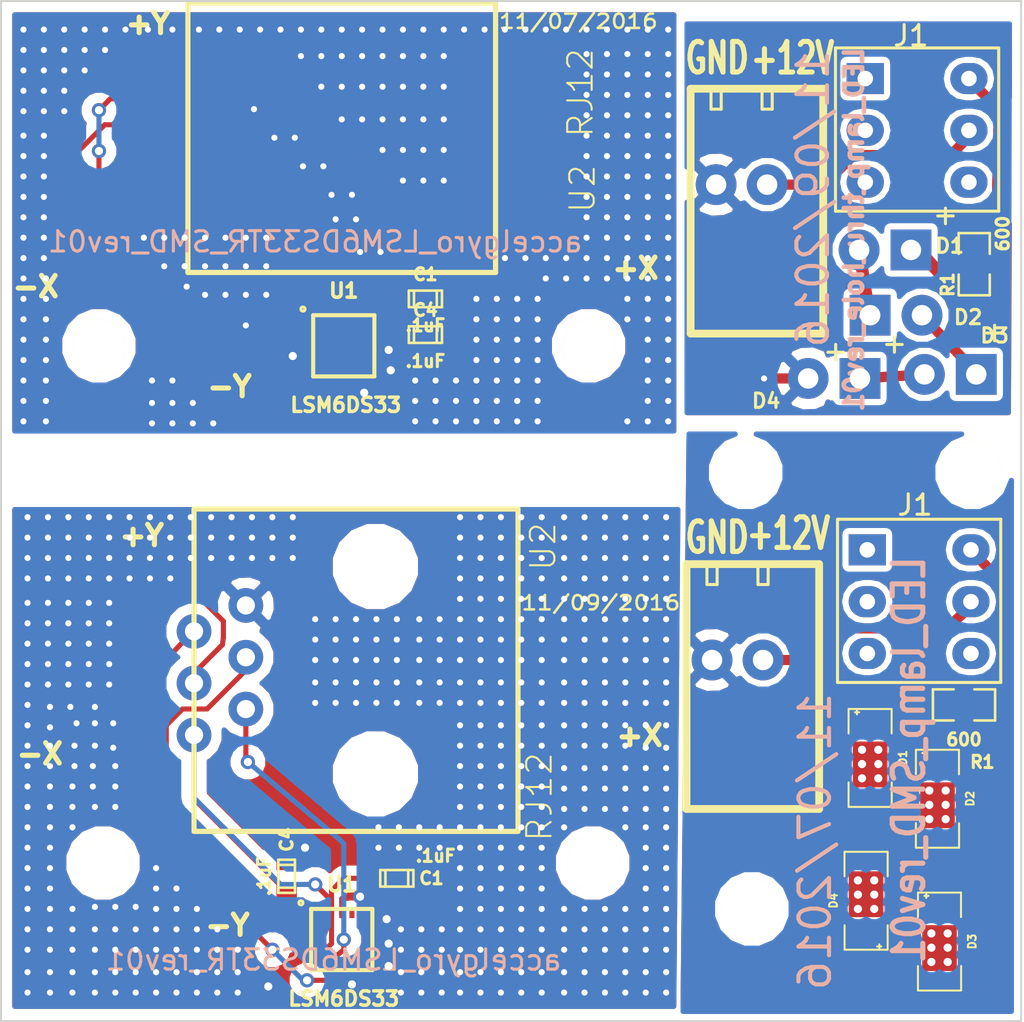
<source format=kicad_pcb>
(kicad_pcb (version 4) (host pcbnew 4.0.2-stable)
  (layers (0 F.Cu signal) (31 B.Cu signal) (34 B.Paste user) (35 F.Paste user) (36 B.SilkS user) (37 F.SilkS user) (38 B.Mask user) (39 F.Mask user) (44 Edge.Cuts user))
  (net 0 "")
  (net 1 GND)
  (net 2 SCL)
  (net 3 SDA)
  (net 4 Vdd)
  (net 5 INT1)
  (net 6 INT2)
  (net 7 "Net-(U1-Pad14)")
  (net 8 "Net-(D1-Pad2)")
  (net 9 "Net-(D1-Pad1)")
  (net 10 "Net-(J1-Pad2)")
  (net 11 12V)
  (net 12 "Net-(D2-Pad2)")
  (net 13 "Net-(D3-Pad2)")
  (module ted_connectors:VIA-0.6mm (layer F.Cu) (at 165.8 129.5)
    (fp_text reference REF** hide)
    (fp_text value VIA-0.6mm hide)
    (pad 1 thru_hole circle (at 0 0) (size 0.6 0.6) (drill 0.3) (layers *.Cu) (net 1 GND))
  )
  (module ted_connectors:VIA-0.6mm (layer F.Cu) (at 165.8 130.5)
    (fp_text reference REF** hide)
    (fp_text value VIA-0.6mm hide)
    (pad 1 thru_hole circle (at 0 0) (size 0.6 0.6) (drill 0.3) (layers *.Cu) (net 1 GND))
  )
  (module ted_connectors:VIA-0.6mm (layer F.Cu) (at 165.8 128.4)
    (fp_text reference REF** hide)
    (fp_text value VIA-0.6mm hide)
    (pad 1 thru_hole circle (at 0 0) (size 0.6 0.6) (drill 0.3) (layers *.Cu) (net 1 GND))
  )
  (module ted_connectors:VIA-0.6mm (layer F.Cu) (at 165.8 127.4)
    (fp_text reference REF** hide)
    (fp_text value VIA-0.6mm hide)
    (pad 1 thru_hole circle (at 0 0) (size 0.6 0.6) (drill 0.3) (layers *.Cu) (net 1 GND))
  )
  (module ted_connectors:VIA-0.6mm (layer F.Cu) (at 162.8 127.4)
    (fp_text reference REF** hide)
    (fp_text value VIA-0.6mm hide)
    (pad 1 thru_hole circle (at 0 0) (size 0.6 0.6) (drill 0.3) (layers *.Cu) (net 1 GND))
  )
  (module ted_connectors:VIA-0.6mm (layer F.Cu) (at 163.8 127.4)
    (fp_text reference REF** hide)
    (fp_text value VIA-0.6mm hide)
    (pad 1 thru_hole circle (at 0 0) (size 0.6 0.6) (drill 0.3) (layers *.Cu) (net 1 GND))
  )
  (module ted_connectors:VIA-0.6mm (layer F.Cu) (at 164.8 127.4)
    (fp_text reference REF** hide)
    (fp_text value VIA-0.6mm hide)
    (pad 1 thru_hole circle (at 0 0) (size 0.6 0.6) (drill 0.3) (layers *.Cu) (net 1 GND))
  )
  (module ted_connectors:VIA-0.6mm (layer F.Cu) (at 162.8 128.4)
    (fp_text reference REF** hide)
    (fp_text value VIA-0.6mm hide)
    (pad 1 thru_hole circle (at 0 0) (size 0.6 0.6) (drill 0.3) (layers *.Cu) (net 1 GND))
  )
  (module ted_connectors:VIA-0.6mm (layer F.Cu) (at 163.8 128.4)
    (fp_text reference REF** hide)
    (fp_text value VIA-0.6mm hide)
    (pad 1 thru_hole circle (at 0 0) (size 0.6 0.6) (drill 0.3) (layers *.Cu) (net 1 GND))
  )
  (module ted_connectors:VIA-0.6mm (layer F.Cu) (at 164.8 128.4)
    (fp_text reference REF** hide)
    (fp_text value VIA-0.6mm hide)
    (pad 1 thru_hole circle (at 0 0) (size 0.6 0.6) (drill 0.3) (layers *.Cu) (net 1 GND))
  )
  (module ted_connectors:VIA-0.6mm (layer F.Cu) (at 164.8 130.5)
    (fp_text reference REF** hide)
    (fp_text value VIA-0.6mm hide)
    (pad 1 thru_hole circle (at 0 0) (size 0.6 0.6) (drill 0.3) (layers *.Cu) (net 1 GND))
  )
  (module ted_connectors:VIA-0.6mm (layer F.Cu) (at 163.8 130.5)
    (fp_text reference REF** hide)
    (fp_text value VIA-0.6mm hide)
    (pad 1 thru_hole circle (at 0 0) (size 0.6 0.6) (drill 0.3) (layers *.Cu) (net 1 GND))
  )
  (module ted_connectors:VIA-0.6mm (layer F.Cu) (at 162.8 130.5)
    (fp_text reference REF** hide)
    (fp_text value VIA-0.6mm hide)
    (pad 1 thru_hole circle (at 0 0) (size 0.6 0.6) (drill 0.3) (layers *.Cu) (net 1 GND))
  )
  (module ted_connectors:VIA-0.6mm (layer F.Cu) (at 164.8 129.5)
    (fp_text reference REF** hide)
    (fp_text value VIA-0.6mm hide)
    (pad 1 thru_hole circle (at 0 0) (size 0.6 0.6) (drill 0.3) (layers *.Cu) (net 1 GND))
  )
  (module ted_connectors:VIA-0.6mm (layer F.Cu) (at 163.8 129.5)
    (fp_text reference REF** hide)
    (fp_text value VIA-0.6mm hide)
    (pad 1 thru_hole circle (at 0 0) (size 0.6 0.6) (drill 0.3) (layers *.Cu) (net 1 GND))
  )
  (module ted_connectors:VIA-0.6mm (layer F.Cu) (at 162.8 129.5)
    (fp_text reference REF** hide)
    (fp_text value VIA-0.6mm hide)
    (pad 1 thru_hole circle (at 0 0) (size 0.6 0.6) (drill 0.3) (layers *.Cu) (net 1 GND))
  )
  (module ted_holes:TED_Hole_3mm (layer F.Cu) (at 171.7 115)
    (fp_text reference H21 hide)
    (fp_text value HOLE hide)
    (pad "" np_thru_hole circle (at 0 0) (size 3 3) (drill 3) (layers *.Cu *.Mask F.SilkS))
  )
  (module ted_connectors:VIA-0.6mm (layer F.Cu) (at 137.3 102.5)
    (fp_text reference REF** hide)
    (fp_text value VIA-0.6mm hide)
    (pad 1 thru_hole circle (at 0 0) (size 0.6 0.6) (drill 0.3) (layers *.Cu) (net 1 GND))
  )
  (module ted_connectors:VIA-0.6mm (layer F.Cu) (at 137.3 101.5)
    (fp_text reference REF** hide)
    (fp_text value VIA-0.6mm hide)
    (pad 1 thru_hole circle (at 0 0) (size 0.6 0.6) (drill 0.3) (layers *.Cu) (net 1 GND))
  )
  (module ted_connectors:VIA-0.6mm (layer F.Cu) (at 137.3 100.5)
    (fp_text reference REF** hide)
    (fp_text value VIA-0.6mm hide)
    (pad 1 thru_hole circle (at 0 0) (size 0.6 0.6) (drill 0.3) (layers *.Cu) (net 1 GND))
  )
  (module ted_connectors:VIA-0.6mm (layer F.Cu) (at 137.3 99.5)
    (fp_text reference REF** hide)
    (fp_text value VIA-0.6mm hide)
    (pad 1 thru_hole circle (at 0 0) (size 0.6 0.6) (drill 0.3) (layers *.Cu) (net 1 GND))
  )
  (module ted_connectors:VIA-0.6mm (layer F.Cu) (at 137.3 98.5)
    (fp_text reference REF** hide)
    (fp_text value VIA-0.6mm hide)
    (pad 1 thru_hole circle (at 0 0) (size 0.6 0.6) (drill 0.3) (layers *.Cu) (net 1 GND))
  )
  (module ted_connectors:VIA-0.6mm (layer F.Cu) (at 137.3 103.5)
    (fp_text reference REF** hide)
    (fp_text value VIA-0.6mm hide)
    (pad 1 thru_hole circle (at 0 0) (size 0.6 0.6) (drill 0.3) (layers *.Cu) (net 1 GND))
  )
  (module ted_connectors:VIA-0.6mm (layer F.Cu) (at 137.3 104.5)
    (fp_text reference REF** hide)
    (fp_text value VIA-0.6mm hide)
    (pad 1 thru_hole circle (at 0 0) (size 0.6 0.6) (drill 0.3) (layers *.Cu) (net 1 GND))
  )
  (module ted_connectors:VIA-0.6mm (layer F.Cu) (at 155.5 112.5)
    (fp_text reference REF** hide)
    (fp_text value VIA-0.6mm hide)
    (pad 1 thru_hole circle (at 0 0) (size 0.6 0.6) (drill 0.3) (layers *.Cu) (net 1 GND))
  )
  (module ted_connectors:VIA-0.6mm (layer F.Cu) (at 156.5 112.5)
    (fp_text reference REF** hide)
    (fp_text value VIA-0.6mm hide)
    (pad 1 thru_hole circle (at 0 0) (size 0.6 0.6) (drill 0.3) (layers *.Cu) (net 1 GND))
  )
  (module ted_connectors:VIA-0.6mm (layer F.Cu) (at 157.5 111.5)
    (fp_text reference REF** hide)
    (fp_text value VIA-0.6mm hide)
    (pad 1 thru_hole circle (at 0 0) (size 0.6 0.6) (drill 0.3) (layers *.Cu) (net 1 GND))
  )
  (module ted_connectors:VIA-0.6mm (layer F.Cu) (at 156.5 111.5)
    (fp_text reference REF** hide)
    (fp_text value VIA-0.6mm hide)
    (pad 1 thru_hole circle (at 0 0) (size 0.6 0.6) (drill 0.3) (layers *.Cu) (net 1 GND))
  )
  (module ted_connectors:VIA-0.6mm (layer F.Cu) (at 155.5 111.5)
    (fp_text reference REF** hide)
    (fp_text value VIA-0.6mm hide)
    (pad 1 thru_hole circle (at 0 0) (size 0.6 0.6) (drill 0.3) (layers *.Cu) (net 1 GND))
  )
  (module ted_connectors:VIA-0.6mm (layer F.Cu) (at 157.5 110.5)
    (fp_text reference REF** hide)
    (fp_text value VIA-0.6mm hide)
    (pad 1 thru_hole circle (at 0 0) (size 0.6 0.6) (drill 0.3) (layers *.Cu) (net 1 GND))
  )
  (module ted_connectors:VIA-0.6mm (layer F.Cu) (at 156.5 110.5)
    (fp_text reference REF** hide)
    (fp_text value VIA-0.6mm hide)
    (pad 1 thru_hole circle (at 0 0) (size 0.6 0.6) (drill 0.3) (layers *.Cu) (net 1 GND))
  )
  (module ted_connectors:VIA-0.6mm (layer F.Cu) (at 155.5 110.5)
    (fp_text reference REF** hide)
    (fp_text value VIA-0.6mm hide)
    (pad 1 thru_hole circle (at 0 0) (size 0.6 0.6) (drill 0.3) (layers *.Cu) (net 1 GND))
  )
  (module ted_connectors:VIA-0.6mm (layer F.Cu) (at 161.5 107.5)
    (fp_text reference REF** hide)
    (fp_text value VIA-0.6mm hide)
    (pad 1 thru_hole circle (at 0 0) (size 0.6 0.6) (drill 0.3) (layers *.Cu) (net 1 GND))
  )
  (module ted_connectors:VIA-0.6mm (layer F.Cu) (at 160.5 107.5)
    (fp_text reference REF** hide)
    (fp_text value VIA-0.6mm hide)
    (pad 1 thru_hole circle (at 0 0) (size 0.6 0.6) (drill 0.3) (layers *.Cu) (net 1 GND))
  )
  (module ted_connectors:VIA-0.6mm (layer F.Cu) (at 159.5 107.5)
    (fp_text reference REF** hide)
    (fp_text value VIA-0.6mm hide)
    (pad 1 thru_hole circle (at 0 0) (size 0.6 0.6) (drill 0.3) (layers *.Cu) (net 1 GND))
  )
  (module ted_connectors:VIA-0.6mm (layer F.Cu) (at 158.5 107.5)
    (fp_text reference REF** hide)
    (fp_text value VIA-0.6mm hide)
    (pad 1 thru_hole circle (at 0 0) (size 0.6 0.6) (drill 0.3) (layers *.Cu) (net 1 GND))
  )
  (module ted_connectors:VIA-0.6mm (layer F.Cu) (at 161.5 106.5)
    (fp_text reference REF** hide)
    (fp_text value VIA-0.6mm hide)
    (pad 1 thru_hole circle (at 0 0) (size 0.6 0.6) (drill 0.3) (layers *.Cu) (net 1 GND))
  )
  (module ted_connectors:VIA-0.6mm (layer F.Cu) (at 160.5 106.5)
    (fp_text reference REF** hide)
    (fp_text value VIA-0.6mm hide)
    (pad 1 thru_hole circle (at 0 0) (size 0.6 0.6) (drill 0.3) (layers *.Cu) (net 1 GND))
  )
  (module ted_connectors:VIA-0.6mm (layer F.Cu) (at 159.5 106.5)
    (fp_text reference REF** hide)
    (fp_text value VIA-0.6mm hide)
    (pad 1 thru_hole circle (at 0 0) (size 0.6 0.6) (drill 0.3) (layers *.Cu) (net 1 GND))
  )
  (module ted_connectors:VIA-0.6mm (layer F.Cu) (at 158.5 106.5)
    (fp_text reference REF** hide)
    (fp_text value VIA-0.6mm hide)
    (pad 1 thru_hole circle (at 0 0) (size 0.6 0.6) (drill 0.3) (layers *.Cu) (net 1 GND))
  )
  (module ted_connectors:VIA-0.6mm (layer F.Cu) (at 158.5 108.5)
    (fp_text reference REF** hide)
    (fp_text value VIA-0.6mm hide)
    (pad 1 thru_hole circle (at 0 0) (size 0.6 0.6) (drill 0.3) (layers *.Cu) (net 1 GND))
  )
  (module ted_connectors:VIA-0.6mm (layer F.Cu) (at 159.5 108.5)
    (fp_text reference REF** hide)
    (fp_text value VIA-0.6mm hide)
    (pad 1 thru_hole circle (at 0 0) (size 0.6 0.6) (drill 0.3) (layers *.Cu) (net 1 GND))
  )
  (module ted_connectors:VIA-0.6mm (layer F.Cu) (at 160.5 108.5)
    (fp_text reference REF** hide)
    (fp_text value VIA-0.6mm hide)
    (pad 1 thru_hole circle (at 0 0) (size 0.6 0.6) (drill 0.3) (layers *.Cu) (net 1 GND))
  )
  (module ted_connectors:VIA-0.6mm (layer F.Cu) (at 161.5 108.5)
    (fp_text reference REF** hide)
    (fp_text value VIA-0.6mm hide)
    (pad 1 thru_hole circle (at 0 0) (size 0.6 0.6) (drill 0.3) (layers *.Cu) (net 1 GND))
  )
  (module ted_connectors:VIA-0.6mm (layer F.Cu) (at 158.5 109.5)
    (fp_text reference REF** hide)
    (fp_text value VIA-0.6mm hide)
    (pad 1 thru_hole circle (at 0 0) (size 0.6 0.6) (drill 0.3) (layers *.Cu) (net 1 GND))
  )
  (module ted_connectors:VIA-0.6mm (layer F.Cu) (at 159.5 109.5)
    (fp_text reference REF** hide)
    (fp_text value VIA-0.6mm hide)
    (pad 1 thru_hole circle (at 0 0) (size 0.6 0.6) (drill 0.3) (layers *.Cu) (net 1 GND))
  )
  (module ted_connectors:VIA-0.6mm (layer F.Cu) (at 160.5 109.5)
    (fp_text reference REF** hide)
    (fp_text value VIA-0.6mm hide)
    (pad 1 thru_hole circle (at 0 0) (size 0.6 0.6) (drill 0.3) (layers *.Cu) (net 1 GND))
  )
  (module ted_connectors:VIA-0.6mm (layer F.Cu) (at 161.5 109.5)
    (fp_text reference REF** hide)
    (fp_text value VIA-0.6mm hide)
    (pad 1 thru_hole circle (at 0 0) (size 0.6 0.6) (drill 0.3) (layers *.Cu) (net 1 GND))
  )
  (module ted_connectors:VIA-0.6mm (layer F.Cu) (at 158.5 110.5)
    (fp_text reference REF** hide)
    (fp_text value VIA-0.6mm hide)
    (pad 1 thru_hole circle (at 0 0) (size 0.6 0.6) (drill 0.3) (layers *.Cu) (net 1 GND))
  )
  (module ted_connectors:VIA-0.6mm (layer F.Cu) (at 159.5 110.5)
    (fp_text reference REF** hide)
    (fp_text value VIA-0.6mm hide)
    (pad 1 thru_hole circle (at 0 0) (size 0.6 0.6) (drill 0.3) (layers *.Cu) (net 1 GND))
  )
  (module ted_connectors:VIA-0.6mm (layer F.Cu) (at 160.5 110.5)
    (fp_text reference REF** hide)
    (fp_text value VIA-0.6mm hide)
    (pad 1 thru_hole circle (at 0 0) (size 0.6 0.6) (drill 0.3) (layers *.Cu) (net 1 GND))
  )
  (module ted_connectors:VIA-0.6mm (layer F.Cu) (at 161.5 110.5)
    (fp_text reference REF** hide)
    (fp_text value VIA-0.6mm hide)
    (pad 1 thru_hole circle (at 0 0) (size 0.6 0.6) (drill 0.3) (layers *.Cu) (net 1 GND))
  )
  (module ted_connectors:VIA-0.6mm (layer F.Cu) (at 158.5 111.5)
    (fp_text reference REF** hide)
    (fp_text value VIA-0.6mm hide)
    (pad 1 thru_hole circle (at 0 0) (size 0.6 0.6) (drill 0.3) (layers *.Cu) (net 1 GND))
  )
  (module ted_connectors:VIA-0.6mm (layer F.Cu) (at 159.5 111.5)
    (fp_text reference REF** hide)
    (fp_text value VIA-0.6mm hide)
    (pad 1 thru_hole circle (at 0 0) (size 0.6 0.6) (drill 0.3) (layers *.Cu) (net 1 GND))
  )
  (module ted_connectors:VIA-0.6mm (layer F.Cu) (at 160.5 111.5)
    (fp_text reference REF** hide)
    (fp_text value VIA-0.6mm hide)
    (pad 1 thru_hole circle (at 0 0) (size 0.6 0.6) (drill 0.3) (layers *.Cu) (net 1 GND))
  )
  (module ted_connectors:VIA-0.6mm (layer F.Cu) (at 161.5 111.5)
    (fp_text reference REF** hide)
    (fp_text value VIA-0.6mm hide)
    (pad 1 thru_hole circle (at 0 0) (size 0.6 0.6) (drill 0.3) (layers *.Cu) (net 1 GND))
  )
  (module ted_connectors:TED_RJ12_855135002 (layer F.Cu) (at 151.9 98.6 270)
    (fp_text reference U2 (at 2.5 -11.8 270) (layer F.SilkS) (effects (font (size 1.2 1.2) (thickness 0.09906))))
    (fp_text value RJ12 (at -2.2 -11.7 270) (layer F.SilkS) (effects (font (size 1.2 1.2) (thickness 0.09906))))
    (pad 6 smd rect (at -3.175 7.9 270) (size 0.76 5) (layers F.Cu F.Paste F.Mask) (net 4 Vdd) (clearance 0.2))
    (pad 4 smd rect (at -0.635 7.9 270) (size 0.76 5) (layers F.Cu F.Paste F.Mask) (net 5 INT1) (clearance 0.2))
    (pad 2 smd rect (at 1.905 7.9 270) (size 0.76 5) (layers F.Cu F.Paste F.Mask) (net 3 SDA) (clearance 0.2))
    (pad 3 smd rect (at 0.635 7.9 270) (size 0.76 5) (layers F.Cu F.Paste F.Mask) (net 2 SCL) (clearance 0.2))
    (pad 1 smd rect (at 3.175 7.9 270) (size 0.76 5) (layers F.Cu F.Paste F.Mask) (net 1 GND) (clearance 0.2))
    (pad 5 smd rect (at -1.905 7.9 270) (size 0.76 5) (layers F.Cu F.Paste F.Mask) (net 6 INT2) (clearance 0.2))
    (pad PAD smd rect (at 0 -8.15 270) (size 8.8 4.5) (layers F.Cu F.Paste F.Mask))
  )
  (module ted_connectors:VIA-0.6mm (layer F.Cu) (at 152.8 104.2)
    (fp_text reference REF** hide)
    (fp_text value VIA-0.6mm hide)
    (pad 1 thru_hole circle (at 0 0) (size 0.6 0.6) (drill 0.3) (layers *.Cu) (net 1 GND))
  )
  (module ted_connectors:VIA-0.6mm (layer F.Cu) (at 153.8 104.2)
    (fp_text reference REF** hide)
    (fp_text value VIA-0.6mm hide)
    (pad 1 thru_hole circle (at 0 0) (size 0.6 0.6) (drill 0.3) (layers *.Cu) (net 1 GND))
  )
  (module ted_connectors:VIA-0.6mm (layer F.Cu) (at 152.6 102.6)
    (fp_text reference REF** hide)
    (fp_text value VIA-0.6mm hide)
    (pad 1 thru_hole circle (at 0 0) (size 0.6 0.6) (drill 0.3) (layers *.Cu) (net 1 GND))
  )
  (module ted_connectors:VIA-0.6mm (layer F.Cu) (at 151.6 102.6)
    (fp_text reference REF** hide)
    (fp_text value VIA-0.6mm hide)
    (pad 1 thru_hole circle (at 0 0) (size 0.6 0.6) (drill 0.3) (layers *.Cu) (net 1 GND))
  )
  (module ted_connectors:VIA-0.6mm (layer F.Cu) (at 152.4 101.4)
    (fp_text reference REF** hide)
    (fp_text value VIA-0.6mm hide)
    (pad 1 thru_hole circle (at 0 0) (size 0.6 0.6) (drill 0.3) (layers *.Cu) (net 1 GND))
  )
  (module ted_connectors:VIA-0.6mm (layer F.Cu) (at 151.4 101.4)
    (fp_text reference REF** hide)
    (fp_text value VIA-0.6mm hide)
    (pad 1 thru_hole circle (at 0 0) (size 0.6 0.6) (drill 0.3) (layers *.Cu) (net 1 GND))
  )
  (module ted_connectors:VIA-0.6mm (layer F.Cu) (at 150 100)
    (fp_text reference REF** hide)
    (fp_text value VIA-0.6mm hide)
    (pad 1 thru_hole circle (at 0 0) (size 0.6 0.6) (drill 0.3) (layers *.Cu) (net 1 GND))
  )
  (module ted_connectors:VIA-0.6mm (layer F.Cu) (at 151 100)
    (fp_text reference REF** hide)
    (fp_text value VIA-0.6mm hide)
    (pad 1 thru_hole circle (at 0 0) (size 0.6 0.6) (drill 0.3) (layers *.Cu) (net 1 GND))
  )
  (module ted_connectors:VIA-0.6mm (layer F.Cu) (at 147.6 97.2)
    (fp_text reference REF** hide)
    (fp_text value VIA-0.6mm hide)
    (pad 1 thru_hole circle (at 0 0) (size 0.6 0.6) (drill 0.3) (layers *.Cu) (net 1 GND))
  )
  (module ted_connectors:VIA-0.6mm (layer F.Cu) (at 149.6 98.6)
    (fp_text reference REF** hide)
    (fp_text value VIA-0.6mm hide)
    (pad 1 thru_hole circle (at 0 0) (size 0.6 0.6) (drill 0.3) (layers *.Cu) (net 1 GND))
  )
  (module ted_connectors:VIA-0.6mm (layer F.Cu) (at 148.6 98.6)
    (fp_text reference REF** hide)
    (fp_text value VIA-0.6mm hide)
    (pad 1 thru_hole circle (at 0 0) (size 0.6 0.6) (drill 0.3) (layers *.Cu) (net 1 GND))
  )
  (module ted_connectors:VIA-0.6mm (layer F.Cu) (at 160.9 104.5)
    (fp_text reference REF** hide)
    (fp_text value VIA-0.6mm hide)
    (pad 1 thru_hole circle (at 0 0) (size 0.6 0.6) (drill 0.3) (layers *.Cu) (net 1 GND))
  )
  (module ted_connectors:VIA-0.6mm (layer F.Cu) (at 159.9 104.5)
    (fp_text reference REF** hide)
    (fp_text value VIA-0.6mm hide)
    (pad 1 thru_hole circle (at 0 0) (size 0.6 0.6) (drill 0.3) (layers *.Cu) (net 1 GND))
  )
  (module ted_connectors:VIA-0.6mm (layer F.Cu) (at 161.9 104.5)
    (fp_text reference REF** hide)
    (fp_text value VIA-0.6mm hide)
    (pad 1 thru_hole circle (at 0 0) (size 0.6 0.6) (drill 0.3) (layers *.Cu) (net 1 GND))
  )
  (module ted_connectors:VIA-0.6mm (layer F.Cu) (at 162.9 104.5)
    (fp_text reference REF** hide)
    (fp_text value VIA-0.6mm hide)
    (pad 1 thru_hole circle (at 0 0) (size 0.6 0.6) (drill 0.3) (layers *.Cu) (net 1 GND))
  )
  (module ted_connectors:VIA-0.6mm (layer F.Cu) (at 161.9 105.5)
    (fp_text reference REF** hide)
    (fp_text value VIA-0.6mm hide)
    (pad 1 thru_hole circle (at 0 0) (size 0.6 0.6) (drill 0.3) (layers *.Cu) (net 1 GND))
  )
  (module ted_connectors:VIA-0.6mm (layer F.Cu) (at 162.9 105.5)
    (fp_text reference REF** hide)
    (fp_text value VIA-0.6mm hide)
    (pad 1 thru_hole circle (at 0 0) (size 0.6 0.6) (drill 0.3) (layers *.Cu) (net 1 GND))
  )
  (module ted_connectors:VIA-0.6mm (layer F.Cu) (at 147.2 107.8)
    (fp_text reference REF** hide)
    (fp_text value VIA-0.6mm hide)
    (pad 1 thru_hole circle (at 0 0) (size 0.6 0.6) (drill 0.3) (layers *.Cu) (net 1 GND))
  )
  (module ted_connectors:VIA-0.6mm (layer F.Cu) (at 148.2 106.3)
    (fp_text reference REF** hide)
    (fp_text value VIA-0.6mm hide)
    (pad 1 thru_hole circle (at 0 0) (size 0.6 0.6) (drill 0.3) (layers *.Cu) (net 1 GND))
  )
  (module ted_connectors:VIA-0.6mm (layer F.Cu) (at 147.2 106.3)
    (fp_text reference REF** hide)
    (fp_text value VIA-0.6mm hide)
    (pad 1 thru_hole circle (at 0 0) (size 0.6 0.6) (drill 0.3) (layers *.Cu) (net 1 GND))
  )
  (module ted_connectors:VIA-0.6mm (layer F.Cu) (at 146.2 106.3)
    (fp_text reference REF** hide)
    (fp_text value VIA-0.6mm hide)
    (pad 1 thru_hole circle (at 0 0) (size 0.6 0.6) (drill 0.3) (layers *.Cu) (net 1 GND))
  )
  (module ted_connectors:VIA-0.6mm (layer F.Cu) (at 145.2 106.3)
    (fp_text reference REF** hide)
    (fp_text value VIA-0.6mm hide)
    (pad 1 thru_hole circle (at 0 0) (size 0.6 0.6) (drill 0.3) (layers *.Cu) (net 1 GND))
  )
  (module ted_connectors:VIA-0.6mm (layer F.Cu) (at 144.3 105.9)
    (fp_text reference REF** hide)
    (fp_text value VIA-0.6mm hide)
    (pad 1 thru_hole circle (at 0 0) (size 0.6 0.6) (drill 0.3) (layers *.Cu) (net 1 GND))
  )
  (module ted_connectors:VIA-0.6mm (layer F.Cu) (at 143.2 104.9)
    (fp_text reference REF** hide)
    (fp_text value VIA-0.6mm hide)
    (pad 1 thru_hole circle (at 0 0) (size 0.6 0.6) (drill 0.3) (layers *.Cu) (net 1 GND))
  )
  (module ted_connectors:VIA-0.6mm (layer F.Cu) (at 144.2 104.9)
    (fp_text reference REF** hide)
    (fp_text value VIA-0.6mm hide)
    (pad 1 thru_hole circle (at 0 0) (size 0.6 0.6) (drill 0.3) (layers *.Cu) (net 1 GND))
  )
  (module ted_connectors:VIA-0.6mm (layer F.Cu) (at 145.2 104.9)
    (fp_text reference REF** hide)
    (fp_text value VIA-0.6mm hide)
    (pad 1 thru_hole circle (at 0 0) (size 0.6 0.6) (drill 0.3) (layers *.Cu) (net 1 GND))
  )
  (module ted_connectors:VIA-0.6mm (layer F.Cu) (at 146.2 104.9)
    (fp_text reference REF** hide)
    (fp_text value VIA-0.6mm hide)
    (pad 1 thru_hole circle (at 0 0) (size 0.6 0.6) (drill 0.3) (layers *.Cu) (net 1 GND))
  )
  (module ted_connectors:VIA-0.6mm (layer F.Cu) (at 147.2 104.9)
    (fp_text reference REF** hide)
    (fp_text value VIA-0.6mm hide)
    (pad 1 thru_hole circle (at 0 0) (size 0.6 0.6) (drill 0.3) (layers *.Cu) (net 1 GND))
  )
  (module ted_connectors:VIA-0.6mm (layer F.Cu) (at 148.2 104.9)
    (fp_text reference REF** hide)
    (fp_text value VIA-0.6mm hide)
    (pad 1 thru_hole circle (at 0 0) (size 0.6 0.6) (drill 0.3) (layers *.Cu) (net 1 GND))
  )
  (module ted_connectors:VIA-0.6mm (layer F.Cu) (at 148.2 103.5)
    (fp_text reference REF** hide)
    (fp_text value VIA-0.6mm hide)
    (pad 1 thru_hole circle (at 0 0) (size 0.6 0.6) (drill 0.3) (layers *.Cu) (net 1 GND))
  )
  (module ted_connectors:VIA-0.6mm (layer F.Cu) (at 147.2 103.5)
    (fp_text reference REF** hide)
    (fp_text value VIA-0.6mm hide)
    (pad 1 thru_hole circle (at 0 0) (size 0.6 0.6) (drill 0.3) (layers *.Cu) (net 1 GND))
  )
  (module ted_connectors:VIA-0.6mm (layer F.Cu) (at 146.2 103.5)
    (fp_text reference REF** hide)
    (fp_text value VIA-0.6mm hide)
    (pad 1 thru_hole circle (at 0 0) (size 0.6 0.6) (drill 0.3) (layers *.Cu) (net 1 GND))
  )
  (module ted_connectors:VIA-0.6mm (layer F.Cu) (at 145.2 103.5)
    (fp_text reference REF** hide)
    (fp_text value VIA-0.6mm hide)
    (pad 1 thru_hole circle (at 0 0) (size 0.6 0.6) (drill 0.3) (layers *.Cu) (net 1 GND))
  )
  (module ted_connectors:VIA-0.6mm (layer F.Cu) (at 144.2 103.5)
    (fp_text reference REF** hide)
    (fp_text value VIA-0.6mm hide)
    (pad 1 thru_hole circle (at 0 0) (size 0.6 0.6) (drill 0.3) (layers *.Cu) (net 1 GND))
  )
  (module ted_connectors:VIA-0.6mm (layer F.Cu) (at 143.2 103.5)
    (fp_text reference REF** hide)
    (fp_text value VIA-0.6mm hide)
    (pad 1 thru_hole circle (at 0 0) (size 0.6 0.6) (drill 0.3) (layers *.Cu) (net 1 GND))
  )
  (module ted_connectors:VIA-0.6mm (layer F.Cu) (at 142.2 103.5)
    (fp_text reference REF** hide)
    (fp_text value VIA-0.6mm hide)
    (pad 1 thru_hole circle (at 0 0) (size 0.6 0.6) (drill 0.3) (layers *.Cu) (net 1 GND))
  )
  (module ted_connectors:VIA-0.6mm (layer F.Cu) (at 161.5 112.5)
    (fp_text reference REF** hide)
    (fp_text value VIA-0.6mm hide)
    (pad 1 thru_hole circle (at 0 0) (size 0.6 0.6) (drill 0.3) (layers *.Cu) (net 1 GND))
  )
  (module ted_connectors:VIA-0.6mm (layer F.Cu) (at 160.5 112.5)
    (fp_text reference REF** hide)
    (fp_text value VIA-0.6mm hide)
    (pad 1 thru_hole circle (at 0 0) (size 0.6 0.6) (drill 0.3) (layers *.Cu) (net 1 GND))
  )
  (module ted_connectors:VIA-0.6mm (layer F.Cu) (at 159.5 112.5)
    (fp_text reference REF** hide)
    (fp_text value VIA-0.6mm hide)
    (pad 1 thru_hole circle (at 0 0) (size 0.6 0.6) (drill 0.3) (layers *.Cu) (net 1 GND))
  )
  (module ted_connectors:VIA-0.6mm (layer F.Cu) (at 158.5 112.5)
    (fp_text reference REF** hide)
    (fp_text value VIA-0.6mm hide)
    (pad 1 thru_hole circle (at 0 0) (size 0.6 0.6) (drill 0.3) (layers *.Cu) (net 1 GND))
  )
  (module ted_connectors:VIA-0.6mm (layer F.Cu) (at 157.5 112.5)
    (fp_text reference REF** hide)
    (fp_text value VIA-0.6mm hide)
    (pad 1 thru_hole circle (at 0 0) (size 0.6 0.6) (drill 0.3) (layers *.Cu) (net 1 GND))
  )
  (module ted_connectors:VIA-0.6mm (layer F.Cu) (at 167.9 112.5)
    (fp_text reference REF** hide)
    (fp_text value VIA-0.6mm hide)
    (pad 1 thru_hole circle (at 0 0) (size 0.6 0.6) (drill 0.3) (layers *.Cu) (net 1 GND))
  )
  (module ted_connectors:VIA-0.6mm (layer F.Cu) (at 166.9 112.5)
    (fp_text reference REF** hide)
    (fp_text value VIA-0.6mm hide)
    (pad 1 thru_hole circle (at 0 0) (size 0.6 0.6) (drill 0.3) (layers *.Cu) (net 1 GND))
  )
  (module ted_connectors:VIA-0.6mm (layer F.Cu) (at 165.9 112.5)
    (fp_text reference REF** hide)
    (fp_text value VIA-0.6mm hide)
    (pad 1 thru_hole circle (at 0 0) (size 0.6 0.6) (drill 0.3) (layers *.Cu) (net 1 GND))
  )
  (module ted_connectors:VIA-0.6mm (layer F.Cu) (at 167.9 111.5)
    (fp_text reference REF** hide)
    (fp_text value VIA-0.6mm hide)
    (pad 1 thru_hole circle (at 0 0) (size 0.6 0.6) (drill 0.3) (layers *.Cu) (net 1 GND))
  )
  (module ted_connectors:VIA-0.6mm (layer F.Cu) (at 166.9 111.5)
    (fp_text reference REF** hide)
    (fp_text value VIA-0.6mm hide)
    (pad 1 thru_hole circle (at 0 0) (size 0.6 0.6) (drill 0.3) (layers *.Cu) (net 1 GND))
  )
  (module ted_connectors:VIA-0.6mm (layer F.Cu) (at 167.9 110.5)
    (fp_text reference REF** hide)
    (fp_text value VIA-0.6mm hide)
    (pad 1 thru_hole circle (at 0 0) (size 0.6 0.6) (drill 0.3) (layers *.Cu) (net 1 GND))
  )
  (module ted_connectors:VIA-0.6mm (layer F.Cu) (at 166.9 110.5)
    (fp_text reference REF** hide)
    (fp_text value VIA-0.6mm hide)
    (pad 1 thru_hole circle (at 0 0) (size 0.6 0.6) (drill 0.3) (layers *.Cu) (net 1 GND))
  )
  (module ted_connectors:VIA-0.6mm (layer F.Cu) (at 167.9 109.5)
    (fp_text reference REF** hide)
    (fp_text value VIA-0.6mm hide)
    (pad 1 thru_hole circle (at 0 0) (size 0.6 0.6) (drill 0.3) (layers *.Cu) (net 1 GND))
  )
  (module ted_connectors:VIA-0.6mm (layer F.Cu) (at 166.9 109.5)
    (fp_text reference REF** hide)
    (fp_text value VIA-0.6mm hide)
    (pad 1 thru_hole circle (at 0 0) (size 0.6 0.6) (drill 0.3) (layers *.Cu) (net 1 GND))
  )
  (module ted_connectors:VIA-0.6mm (layer F.Cu) (at 167.9 108.5)
    (fp_text reference REF** hide)
    (fp_text value VIA-0.6mm hide)
    (pad 1 thru_hole circle (at 0 0) (size 0.6 0.6) (drill 0.3) (layers *.Cu) (net 1 GND))
  )
  (module ted_connectors:VIA-0.6mm (layer F.Cu) (at 166.9 108.5)
    (fp_text reference REF** hide)
    (fp_text value VIA-0.6mm hide)
    (pad 1 thru_hole circle (at 0 0) (size 0.6 0.6) (drill 0.3) (layers *.Cu) (net 1 GND))
  )
  (module ted_connectors:VIA-0.6mm (layer F.Cu) (at 167.9 107.5)
    (fp_text reference REF** hide)
    (fp_text value VIA-0.6mm hide)
    (pad 1 thru_hole circle (at 0 0) (size 0.6 0.6) (drill 0.3) (layers *.Cu) (net 1 GND))
  )
  (module ted_connectors:VIA-0.6mm (layer F.Cu) (at 166.9 107.5)
    (fp_text reference REF** hide)
    (fp_text value VIA-0.6mm hide)
    (pad 1 thru_hole circle (at 0 0) (size 0.6 0.6) (drill 0.3) (layers *.Cu) (net 1 GND))
  )
  (module ted_connectors:VIA-0.6mm (layer F.Cu) (at 165.9 107.5)
    (fp_text reference REF** hide)
    (fp_text value VIA-0.6mm hide)
    (pad 1 thru_hole circle (at 0 0) (size 0.6 0.6) (drill 0.3) (layers *.Cu) (net 1 GND))
  )
  (module ted_connectors:VIA-0.6mm (layer F.Cu) (at 167.9 106.5)
    (fp_text reference REF** hide)
    (fp_text value VIA-0.6mm hide)
    (pad 1 thru_hole circle (at 0 0) (size 0.6 0.6) (drill 0.3) (layers *.Cu) (net 1 GND))
  )
  (module ted_connectors:VIA-0.6mm (layer F.Cu) (at 166.9 106.5)
    (fp_text reference REF** hide)
    (fp_text value VIA-0.6mm hide)
    (pad 1 thru_hole circle (at 0 0) (size 0.6 0.6) (drill 0.3) (layers *.Cu) (net 1 GND))
  )
  (module ted_connectors:VIA-0.6mm (layer F.Cu) (at 165.9 106.5)
    (fp_text reference REF** hide)
    (fp_text value VIA-0.6mm hide)
    (pad 1 thru_hole circle (at 0 0) (size 0.6 0.6) (drill 0.3) (layers *.Cu) (net 1 GND))
  )
  (module ted_connectors:VIA-0.6mm (layer F.Cu) (at 167.9 105.5)
    (fp_text reference REF** hide)
    (fp_text value VIA-0.6mm hide)
    (pad 1 thru_hole circle (at 0 0) (size 0.6 0.6) (drill 0.3) (layers *.Cu) (net 1 GND))
  )
  (module ted_connectors:VIA-0.6mm (layer F.Cu) (at 166.9 105.5)
    (fp_text reference REF** hide)
    (fp_text value VIA-0.6mm hide)
    (pad 1 thru_hole circle (at 0 0) (size 0.6 0.6) (drill 0.3) (layers *.Cu) (net 1 GND))
  )
  (module ted_connectors:VIA-0.6mm (layer F.Cu) (at 165.9 105.5)
    (fp_text reference REF** hide)
    (fp_text value VIA-0.6mm hide)
    (pad 1 thru_hole circle (at 0 0) (size 0.6 0.6) (drill 0.3) (layers *.Cu) (net 1 GND))
  )
  (module ted_connectors:VIA-0.6mm (layer F.Cu) (at 164.9 105.5)
    (fp_text reference REF** hide)
    (fp_text value VIA-0.6mm hide)
    (pad 1 thru_hole circle (at 0 0) (size 0.6 0.6) (drill 0.3) (layers *.Cu) (net 1 GND))
  )
  (module ted_connectors:VIA-0.6mm (layer F.Cu) (at 163.9 105.5)
    (fp_text reference REF** hide)
    (fp_text value VIA-0.6mm hide)
    (pad 1 thru_hole circle (at 0 0) (size 0.6 0.6) (drill 0.3) (layers *.Cu) (net 1 GND))
  )
  (module ted_connectors:VIA-0.6mm (layer F.Cu) (at 167.9 104.5)
    (fp_text reference REF** hide)
    (fp_text value VIA-0.6mm hide)
    (pad 1 thru_hole circle (at 0 0) (size 0.6 0.6) (drill 0.3) (layers *.Cu) (net 1 GND))
  )
  (module ted_connectors:VIA-0.6mm (layer F.Cu) (at 166.9 104.5)
    (fp_text reference REF** hide)
    (fp_text value VIA-0.6mm hide)
    (pad 1 thru_hole circle (at 0 0) (size 0.6 0.6) (drill 0.3) (layers *.Cu) (net 1 GND))
  )
  (module ted_connectors:VIA-0.6mm (layer F.Cu) (at 165.9 104.5)
    (fp_text reference REF** hide)
    (fp_text value VIA-0.6mm hide)
    (pad 1 thru_hole circle (at 0 0) (size 0.6 0.6) (drill 0.3) (layers *.Cu) (net 1 GND))
  )
  (module ted_connectors:VIA-0.6mm (layer F.Cu) (at 164.9 104.5)
    (fp_text reference REF** hide)
    (fp_text value VIA-0.6mm hide)
    (pad 1 thru_hole circle (at 0 0) (size 0.6 0.6) (drill 0.3) (layers *.Cu) (net 1 GND))
  )
  (module ted_connectors:VIA-0.6mm (layer F.Cu) (at 163.9 104.5)
    (fp_text reference REF** hide)
    (fp_text value VIA-0.6mm hide)
    (pad 1 thru_hole circle (at 0 0) (size 0.6 0.6) (drill 0.3) (layers *.Cu) (net 1 GND))
  )
  (module ted_connectors:VIA-0.6mm (layer F.Cu) (at 167.9 103.5)
    (fp_text reference REF** hide)
    (fp_text value VIA-0.6mm hide)
    (pad 1 thru_hole circle (at 0 0) (size 0.6 0.6) (drill 0.3) (layers *.Cu) (net 1 GND))
  )
  (module ted_connectors:VIA-0.6mm (layer F.Cu) (at 166.9 103.5)
    (fp_text reference REF** hide)
    (fp_text value VIA-0.6mm hide)
    (pad 1 thru_hole circle (at 0 0) (size 0.6 0.6) (drill 0.3) (layers *.Cu) (net 1 GND))
  )
  (module ted_connectors:VIA-0.6mm (layer F.Cu) (at 165.9 103.5)
    (fp_text reference REF** hide)
    (fp_text value VIA-0.6mm hide)
    (pad 1 thru_hole circle (at 0 0) (size 0.6 0.6) (drill 0.3) (layers *.Cu) (net 1 GND))
  )
  (module ted_connectors:VIA-0.6mm (layer F.Cu) (at 164.9 103.5)
    (fp_text reference REF** hide)
    (fp_text value VIA-0.6mm hide)
    (pad 1 thru_hole circle (at 0 0) (size 0.6 0.6) (drill 0.3) (layers *.Cu) (net 1 GND))
  )
  (module ted_connectors:VIA-0.6mm (layer F.Cu) (at 163.9 103.5)
    (fp_text reference REF** hide)
    (fp_text value VIA-0.6mm hide)
    (pad 1 thru_hole circle (at 0 0) (size 0.6 0.6) (drill 0.3) (layers *.Cu) (net 1 GND))
  )
  (module ted_connectors:VIA-0.6mm (layer F.Cu) (at 167.9 102.5)
    (fp_text reference REF** hide)
    (fp_text value VIA-0.6mm hide)
    (pad 1 thru_hole circle (at 0 0) (size 0.6 0.6) (drill 0.3) (layers *.Cu) (net 1 GND))
  )
  (module ted_connectors:VIA-0.6mm (layer F.Cu) (at 166.9 102.5)
    (fp_text reference REF** hide)
    (fp_text value VIA-0.6mm hide)
    (pad 1 thru_hole circle (at 0 0) (size 0.6 0.6) (drill 0.3) (layers *.Cu) (net 1 GND))
  )
  (module ted_connectors:VIA-0.6mm (layer F.Cu) (at 165.9 102.5)
    (fp_text reference REF** hide)
    (fp_text value VIA-0.6mm hide)
    (pad 1 thru_hole circle (at 0 0) (size 0.6 0.6) (drill 0.3) (layers *.Cu) (net 1 GND))
  )
  (module ted_connectors:VIA-0.6mm (layer F.Cu) (at 164.9 102.5)
    (fp_text reference REF** hide)
    (fp_text value VIA-0.6mm hide)
    (pad 1 thru_hole circle (at 0 0) (size 0.6 0.6) (drill 0.3) (layers *.Cu) (net 1 GND))
  )
  (module ted_connectors:VIA-0.6mm (layer F.Cu) (at 163.9 102.5)
    (fp_text reference REF** hide)
    (fp_text value VIA-0.6mm hide)
    (pad 1 thru_hole circle (at 0 0) (size 0.6 0.6) (drill 0.3) (layers *.Cu) (net 1 GND))
  )
  (module ted_connectors:VIA-0.6mm (layer F.Cu) (at 167.9 101.5)
    (fp_text reference REF** hide)
    (fp_text value VIA-0.6mm hide)
    (pad 1 thru_hole circle (at 0 0) (size 0.6 0.6) (drill 0.3) (layers *.Cu) (net 1 GND))
  )
  (module ted_connectors:VIA-0.6mm (layer F.Cu) (at 166.9 101.5)
    (fp_text reference REF** hide)
    (fp_text value VIA-0.6mm hide)
    (pad 1 thru_hole circle (at 0 0) (size 0.6 0.6) (drill 0.3) (layers *.Cu) (net 1 GND))
  )
  (module ted_connectors:VIA-0.6mm (layer F.Cu) (at 165.9 101.5)
    (fp_text reference REF** hide)
    (fp_text value VIA-0.6mm hide)
    (pad 1 thru_hole circle (at 0 0) (size 0.6 0.6) (drill 0.3) (layers *.Cu) (net 1 GND))
  )
  (module ted_connectors:VIA-0.6mm (layer F.Cu) (at 164.9 101.5)
    (fp_text reference REF** hide)
    (fp_text value VIA-0.6mm hide)
    (pad 1 thru_hole circle (at 0 0) (size 0.6 0.6) (drill 0.3) (layers *.Cu) (net 1 GND))
  )
  (module ted_connectors:VIA-0.6mm (layer F.Cu) (at 163.9 101.5)
    (fp_text reference REF** hide)
    (fp_text value VIA-0.6mm hide)
    (pad 1 thru_hole circle (at 0 0) (size 0.6 0.6) (drill 0.3) (layers *.Cu) (net 1 GND))
  )
  (module ted_connectors:VIA-0.6mm (layer F.Cu) (at 167.9 100.5)
    (fp_text reference REF** hide)
    (fp_text value VIA-0.6mm hide)
    (pad 1 thru_hole circle (at 0 0) (size 0.6 0.6) (drill 0.3) (layers *.Cu) (net 1 GND))
  )
  (module ted_connectors:VIA-0.6mm (layer F.Cu) (at 166.9 100.5)
    (fp_text reference REF** hide)
    (fp_text value VIA-0.6mm hide)
    (pad 1 thru_hole circle (at 0 0) (size 0.6 0.6) (drill 0.3) (layers *.Cu) (net 1 GND))
  )
  (module ted_connectors:VIA-0.6mm (layer F.Cu) (at 165.9 100.5)
    (fp_text reference REF** hide)
    (fp_text value VIA-0.6mm hide)
    (pad 1 thru_hole circle (at 0 0) (size 0.6 0.6) (drill 0.3) (layers *.Cu) (net 1 GND))
  )
  (module ted_connectors:VIA-0.6mm (layer F.Cu) (at 164.9 100.5)
    (fp_text reference REF** hide)
    (fp_text value VIA-0.6mm hide)
    (pad 1 thru_hole circle (at 0 0) (size 0.6 0.6) (drill 0.3) (layers *.Cu) (net 1 GND))
  )
  (module ted_connectors:VIA-0.6mm (layer F.Cu) (at 163.9 100.5)
    (fp_text reference REF** hide)
    (fp_text value VIA-0.6mm hide)
    (pad 1 thru_hole circle (at 0 0) (size 0.6 0.6) (drill 0.3) (layers *.Cu) (net 1 GND))
  )
  (module ted_connectors:VIA-0.6mm (layer F.Cu) (at 167.9 99.5)
    (fp_text reference REF** hide)
    (fp_text value VIA-0.6mm hide)
    (pad 1 thru_hole circle (at 0 0) (size 0.6 0.6) (drill 0.3) (layers *.Cu) (net 1 GND))
  )
  (module ted_connectors:VIA-0.6mm (layer F.Cu) (at 166.9 99.5)
    (fp_text reference REF** hide)
    (fp_text value VIA-0.6mm hide)
    (pad 1 thru_hole circle (at 0 0) (size 0.6 0.6) (drill 0.3) (layers *.Cu) (net 1 GND))
  )
  (module ted_connectors:VIA-0.6mm (layer F.Cu) (at 165.9 99.5)
    (fp_text reference REF** hide)
    (fp_text value VIA-0.6mm hide)
    (pad 1 thru_hole circle (at 0 0) (size 0.6 0.6) (drill 0.3) (layers *.Cu) (net 1 GND))
  )
  (module ted_connectors:VIA-0.6mm (layer F.Cu) (at 164.9 99.5)
    (fp_text reference REF** hide)
    (fp_text value VIA-0.6mm hide)
    (pad 1 thru_hole circle (at 0 0) (size 0.6 0.6) (drill 0.3) (layers *.Cu) (net 1 GND))
  )
  (module ted_connectors:VIA-0.6mm (layer F.Cu) (at 163.9 99.5)
    (fp_text reference REF** hide)
    (fp_text value VIA-0.6mm hide)
    (pad 1 thru_hole circle (at 0 0) (size 0.6 0.6) (drill 0.3) (layers *.Cu) (net 1 GND))
  )
  (module ted_connectors:VIA-0.6mm (layer F.Cu) (at 167.9 98.5)
    (fp_text reference REF** hide)
    (fp_text value VIA-0.6mm hide)
    (pad 1 thru_hole circle (at 0 0) (size 0.6 0.6) (drill 0.3) (layers *.Cu) (net 1 GND))
  )
  (module ted_connectors:VIA-0.6mm (layer F.Cu) (at 166.9 98.5)
    (fp_text reference REF** hide)
    (fp_text value VIA-0.6mm hide)
    (pad 1 thru_hole circle (at 0 0) (size 0.6 0.6) (drill 0.3) (layers *.Cu) (net 1 GND))
  )
  (module ted_connectors:VIA-0.6mm (layer F.Cu) (at 165.9 98.5)
    (fp_text reference REF** hide)
    (fp_text value VIA-0.6mm hide)
    (pad 1 thru_hole circle (at 0 0) (size 0.6 0.6) (drill 0.3) (layers *.Cu) (net 1 GND))
  )
  (module ted_connectors:VIA-0.6mm (layer F.Cu) (at 164.9 98.5)
    (fp_text reference REF** hide)
    (fp_text value VIA-0.6mm hide)
    (pad 1 thru_hole circle (at 0 0) (size 0.6 0.6) (drill 0.3) (layers *.Cu) (net 1 GND))
  )
  (module ted_connectors:VIA-0.6mm (layer F.Cu) (at 163.9 98.5)
    (fp_text reference REF** hide)
    (fp_text value VIA-0.6mm hide)
    (pad 1 thru_hole circle (at 0 0) (size 0.6 0.6) (drill 0.3) (layers *.Cu) (net 1 GND))
  )
  (module ted_connectors:VIA-0.6mm (layer F.Cu) (at 167.9 97.5)
    (fp_text reference REF** hide)
    (fp_text value VIA-0.6mm hide)
    (pad 1 thru_hole circle (at 0 0) (size 0.6 0.6) (drill 0.3) (layers *.Cu) (net 1 GND))
  )
  (module ted_connectors:VIA-0.6mm (layer F.Cu) (at 166.9 97.5)
    (fp_text reference REF** hide)
    (fp_text value VIA-0.6mm hide)
    (pad 1 thru_hole circle (at 0 0) (size 0.6 0.6) (drill 0.3) (layers *.Cu) (net 1 GND))
  )
  (module ted_connectors:VIA-0.6mm (layer F.Cu) (at 165.9 97.5)
    (fp_text reference REF** hide)
    (fp_text value VIA-0.6mm hide)
    (pad 1 thru_hole circle (at 0 0) (size 0.6 0.6) (drill 0.3) (layers *.Cu) (net 1 GND))
  )
  (module ted_connectors:VIA-0.6mm (layer F.Cu) (at 164.9 97.5)
    (fp_text reference REF** hide)
    (fp_text value VIA-0.6mm hide)
    (pad 1 thru_hole circle (at 0 0) (size 0.6 0.6) (drill 0.3) (layers *.Cu) (net 1 GND))
  )
  (module ted_connectors:VIA-0.6mm (layer F.Cu) (at 163.9 97.5)
    (fp_text reference REF** hide)
    (fp_text value VIA-0.6mm hide)
    (pad 1 thru_hole circle (at 0 0) (size 0.6 0.6) (drill 0.3) (layers *.Cu) (net 1 GND))
  )
  (module ted_connectors:VIA-0.6mm (layer F.Cu) (at 167.9 96.5)
    (fp_text reference REF** hide)
    (fp_text value VIA-0.6mm hide)
    (pad 1 thru_hole circle (at 0 0) (size 0.6 0.6) (drill 0.3) (layers *.Cu) (net 1 GND))
  )
  (module ted_connectors:VIA-0.6mm (layer F.Cu) (at 166.9 96.5)
    (fp_text reference REF** hide)
    (fp_text value VIA-0.6mm hide)
    (pad 1 thru_hole circle (at 0 0) (size 0.6 0.6) (drill 0.3) (layers *.Cu) (net 1 GND))
  )
  (module ted_connectors:VIA-0.6mm (layer F.Cu) (at 165.9 96.5)
    (fp_text reference REF** hide)
    (fp_text value VIA-0.6mm hide)
    (pad 1 thru_hole circle (at 0 0) (size 0.6 0.6) (drill 0.3) (layers *.Cu) (net 1 GND))
  )
  (module ted_connectors:VIA-0.6mm (layer F.Cu) (at 164.9 96.5)
    (fp_text reference REF** hide)
    (fp_text value VIA-0.6mm hide)
    (pad 1 thru_hole circle (at 0 0) (size 0.6 0.6) (drill 0.3) (layers *.Cu) (net 1 GND))
  )
  (module ted_connectors:VIA-0.6mm (layer F.Cu) (at 163.9 96.5)
    (fp_text reference REF** hide)
    (fp_text value VIA-0.6mm hide)
    (pad 1 thru_hole circle (at 0 0) (size 0.6 0.6) (drill 0.3) (layers *.Cu) (net 1 GND))
  )
  (module ted_connectors:VIA-0.6mm (layer F.Cu) (at 167.9 95.5)
    (fp_text reference REF** hide)
    (fp_text value VIA-0.6mm hide)
    (pad 1 thru_hole circle (at 0 0) (size 0.6 0.6) (drill 0.3) (layers *.Cu) (net 1 GND))
  )
  (module ted_connectors:VIA-0.6mm (layer F.Cu) (at 166.9 95.5)
    (fp_text reference REF** hide)
    (fp_text value VIA-0.6mm hide)
    (pad 1 thru_hole circle (at 0 0) (size 0.6 0.6) (drill 0.3) (layers *.Cu) (net 1 GND))
  )
  (module ted_connectors:VIA-0.6mm (layer F.Cu) (at 165.9 95.5)
    (fp_text reference REF** hide)
    (fp_text value VIA-0.6mm hide)
    (pad 1 thru_hole circle (at 0 0) (size 0.6 0.6) (drill 0.3) (layers *.Cu) (net 1 GND))
  )
  (module ted_connectors:VIA-0.6mm (layer F.Cu) (at 164.9 95.5)
    (fp_text reference REF** hide)
    (fp_text value VIA-0.6mm hide)
    (pad 1 thru_hole circle (at 0 0) (size 0.6 0.6) (drill 0.3) (layers *.Cu) (net 1 GND))
  )
  (module ted_connectors:VIA-0.6mm (layer F.Cu) (at 163.9 95.5)
    (fp_text reference REF** hide)
    (fp_text value VIA-0.6mm hide)
    (pad 1 thru_hole circle (at 0 0) (size 0.6 0.6) (drill 0.3) (layers *.Cu) (net 1 GND))
  )
  (module ted_connectors:VIA-0.6mm (layer F.Cu) (at 167.9 94.5)
    (fp_text reference REF** hide)
    (fp_text value VIA-0.6mm hide)
    (pad 1 thru_hole circle (at 0 0) (size 0.6 0.6) (drill 0.3) (layers *.Cu) (net 1 GND))
  )
  (module ted_connectors:VIA-0.6mm (layer F.Cu) (at 166.9 94.5)
    (fp_text reference REF** hide)
    (fp_text value VIA-0.6mm hide)
    (pad 1 thru_hole circle (at 0 0) (size 0.6 0.6) (drill 0.3) (layers *.Cu) (net 1 GND))
  )
  (module ted_connectors:VIA-0.6mm (layer F.Cu) (at 165.9 94.5)
    (fp_text reference REF** hide)
    (fp_text value VIA-0.6mm hide)
    (pad 1 thru_hole circle (at 0 0) (size 0.6 0.6) (drill 0.3) (layers *.Cu) (net 1 GND))
  )
  (module ted_connectors:VIA-0.6mm (layer F.Cu) (at 164.9 94.5)
    (fp_text reference REF** hide)
    (fp_text value VIA-0.6mm hide)
    (pad 1 thru_hole circle (at 0 0) (size 0.6 0.6) (drill 0.3) (layers *.Cu) (net 1 GND))
  )
  (module ted_connectors:VIA-0.6mm (layer F.Cu) (at 163.9 94.5)
    (fp_text reference REF** hide)
    (fp_text value VIA-0.6mm hide)
    (pad 1 thru_hole circle (at 0 0) (size 0.6 0.6) (drill 0.3) (layers *.Cu) (net 1 GND))
  )
  (module ted_connectors:VIA-0.6mm (layer F.Cu) (at 154.9 100.7)
    (fp_text reference REF** hide)
    (fp_text value VIA-0.6mm hide)
    (pad 1 thru_hole circle (at 0 0) (size 0.6 0.6) (drill 0.3) (layers *.Cu) (net 1 GND))
  )
  (module ted_connectors:VIA-0.6mm (layer F.Cu) (at 155.9 100.7)
    (fp_text reference REF** hide)
    (fp_text value VIA-0.6mm hide)
    (pad 1 thru_hole circle (at 0 0) (size 0.6 0.6) (drill 0.3) (layers *.Cu) (net 1 GND))
  )
  (module ted_connectors:VIA-0.6mm (layer F.Cu) (at 156.9 100.7)
    (fp_text reference REF** hide)
    (fp_text value VIA-0.6mm hide)
    (pad 1 thru_hole circle (at 0 0) (size 0.6 0.6) (drill 0.3) (layers *.Cu) (net 1 GND))
  )
  (module ted_connectors:VIA-0.6mm (layer F.Cu) (at 156.9 99.2)
    (fp_text reference REF** hide)
    (fp_text value VIA-0.6mm hide)
    (pad 1 thru_hole circle (at 0 0) (size 0.6 0.6) (drill 0.3) (layers *.Cu) (net 1 GND))
  )
  (module ted_connectors:VIA-0.6mm (layer F.Cu) (at 155.9 99.2)
    (fp_text reference REF** hide)
    (fp_text value VIA-0.6mm hide)
    (pad 1 thru_hole circle (at 0 0) (size 0.6 0.6) (drill 0.3) (layers *.Cu) (net 1 GND))
  )
  (module ted_connectors:VIA-0.6mm (layer F.Cu) (at 154.9 99.2)
    (fp_text reference REF** hide)
    (fp_text value VIA-0.6mm hide)
    (pad 1 thru_hole circle (at 0 0) (size 0.6 0.6) (drill 0.3) (layers *.Cu) (net 1 GND))
  )
  (module ted_connectors:VIA-0.6mm (layer F.Cu) (at 153.9 99.2)
    (fp_text reference REF** hide)
    (fp_text value VIA-0.6mm hide)
    (pad 1 thru_hole circle (at 0 0) (size 0.6 0.6) (drill 0.3) (layers *.Cu) (net 1 GND))
  )
  (module ted_connectors:VIA-0.6mm (layer F.Cu) (at 151.9 97.7)
    (fp_text reference REF** hide)
    (fp_text value VIA-0.6mm hide)
    (pad 1 thru_hole circle (at 0 0) (size 0.6 0.6) (drill 0.3) (layers *.Cu) (net 1 GND))
  )
  (module ted_connectors:VIA-0.6mm (layer F.Cu) (at 152.9 97.7)
    (fp_text reference REF** hide)
    (fp_text value VIA-0.6mm hide)
    (pad 1 thru_hole circle (at 0 0) (size 0.6 0.6) (drill 0.3) (layers *.Cu) (net 1 GND))
  )
  (module ted_connectors:VIA-0.6mm (layer F.Cu) (at 153.9 97.7)
    (fp_text reference REF** hide)
    (fp_text value VIA-0.6mm hide)
    (pad 1 thru_hole circle (at 0 0) (size 0.6 0.6) (drill 0.3) (layers *.Cu) (net 1 GND))
  )
  (module ted_connectors:VIA-0.6mm (layer F.Cu) (at 154.9 97.7)
    (fp_text reference REF** hide)
    (fp_text value VIA-0.6mm hide)
    (pad 1 thru_hole circle (at 0 0) (size 0.6 0.6) (drill 0.3) (layers *.Cu) (net 1 GND))
  )
  (module ted_connectors:VIA-0.6mm (layer F.Cu) (at 155.9 97.7)
    (fp_text reference REF** hide)
    (fp_text value VIA-0.6mm hide)
    (pad 1 thru_hole circle (at 0 0) (size 0.6 0.6) (drill 0.3) (layers *.Cu) (net 1 GND))
  )
  (module ted_connectors:VIA-0.6mm (layer F.Cu) (at 156.9 97.7)
    (fp_text reference REF** hide)
    (fp_text value VIA-0.6mm hide)
    (pad 1 thru_hole circle (at 0 0) (size 0.6 0.6) (drill 0.3) (layers *.Cu) (net 1 GND))
  )
  (module ted_connectors:VIA-0.6mm (layer F.Cu) (at 156.9 96.1)
    (fp_text reference REF** hide)
    (fp_text value VIA-0.6mm hide)
    (pad 1 thru_hole circle (at 0 0) (size 0.6 0.6) (drill 0.3) (layers *.Cu) (net 1 GND))
  )
  (module ted_connectors:VIA-0.6mm (layer F.Cu) (at 155.9 96.1)
    (fp_text reference REF** hide)
    (fp_text value VIA-0.6mm hide)
    (pad 1 thru_hole circle (at 0 0) (size 0.6 0.6) (drill 0.3) (layers *.Cu) (net 1 GND))
  )
  (module ted_connectors:VIA-0.6mm (layer F.Cu) (at 154.9 96.1)
    (fp_text reference REF** hide)
    (fp_text value VIA-0.6mm hide)
    (pad 1 thru_hole circle (at 0 0) (size 0.6 0.6) (drill 0.3) (layers *.Cu) (net 1 GND))
  )
  (module ted_connectors:VIA-0.6mm (layer F.Cu) (at 153.9 96.1)
    (fp_text reference REF** hide)
    (fp_text value VIA-0.6mm hide)
    (pad 1 thru_hole circle (at 0 0) (size 0.6 0.6) (drill 0.3) (layers *.Cu) (net 1 GND))
  )
  (module ted_connectors:VIA-0.6mm (layer F.Cu) (at 152.9 96.1)
    (fp_text reference REF** hide)
    (fp_text value VIA-0.6mm hide)
    (pad 1 thru_hole circle (at 0 0) (size 0.6 0.6) (drill 0.3) (layers *.Cu) (net 1 GND))
  )
  (module ted_connectors:VIA-0.6mm (layer F.Cu) (at 151.9 96.1)
    (fp_text reference REF** hide)
    (fp_text value VIA-0.6mm hide)
    (pad 1 thru_hole circle (at 0 0) (size 0.6 0.6) (drill 0.3) (layers *.Cu) (net 1 GND))
  )
  (module ted_connectors:VIA-0.6mm (layer F.Cu) (at 150.9 96.1)
    (fp_text reference REF** hide)
    (fp_text value VIA-0.6mm hide)
    (pad 1 thru_hole circle (at 0 0) (size 0.6 0.6) (drill 0.3) (layers *.Cu) (net 1 GND))
  )
  (module ted_connectors:VIA-0.6mm (layer F.Cu) (at 150.9 94.6)
    (fp_text reference REF** hide)
    (fp_text value VIA-0.6mm hide)
    (pad 1 thru_hole circle (at 0 0) (size 0.6 0.6) (drill 0.3) (layers *.Cu) (net 1 GND))
  )
  (module ted_connectors:VIA-0.6mm (layer F.Cu) (at 151.9 94.6)
    (fp_text reference REF** hide)
    (fp_text value VIA-0.6mm hide)
    (pad 1 thru_hole circle (at 0 0) (size 0.6 0.6) (drill 0.3) (layers *.Cu) (net 1 GND))
  )
  (module ted_connectors:VIA-0.6mm (layer F.Cu) (at 152.9 94.6)
    (fp_text reference REF** hide)
    (fp_text value VIA-0.6mm hide)
    (pad 1 thru_hole circle (at 0 0) (size 0.6 0.6) (drill 0.3) (layers *.Cu) (net 1 GND))
  )
  (module ted_connectors:VIA-0.6mm (layer F.Cu) (at 153.9 94.6)
    (fp_text reference REF** hide)
    (fp_text value VIA-0.6mm hide)
    (pad 1 thru_hole circle (at 0 0) (size 0.6 0.6) (drill 0.3) (layers *.Cu) (net 1 GND))
  )
  (module ted_connectors:VIA-0.6mm (layer F.Cu) (at 154.9 94.6)
    (fp_text reference REF** hide)
    (fp_text value VIA-0.6mm hide)
    (pad 1 thru_hole circle (at 0 0) (size 0.6 0.6) (drill 0.3) (layers *.Cu) (net 1 GND))
  )
  (module ted_connectors:VIA-0.6mm (layer F.Cu) (at 155.9 94.6)
    (fp_text reference REF** hide)
    (fp_text value VIA-0.6mm hide)
    (pad 1 thru_hole circle (at 0 0) (size 0.6 0.6) (drill 0.3) (layers *.Cu) (net 1 GND))
  )
  (module ted_connectors:VIA-0.6mm (layer F.Cu) (at 156.9 94.6)
    (fp_text reference REF** hide)
    (fp_text value VIA-0.6mm hide)
    (pad 1 thru_hole circle (at 0 0) (size 0.6 0.6) (drill 0.3) (layers *.Cu) (net 1 GND))
  )
  (module ted_connectors:VIA-0.6mm (layer F.Cu) (at 149.9 94.6)
    (fp_text reference REF** hide)
    (fp_text value VIA-0.6mm hide)
    (pad 1 thru_hole circle (at 0 0) (size 0.6 0.6) (drill 0.3) (layers *.Cu) (net 1 GND))
  )
  (module ted_connectors:VIA-0.6mm (layer F.Cu) (at 167.9 93.3)
    (fp_text reference REF** hide)
    (fp_text value VIA-0.6mm hide)
    (pad 1 thru_hole circle (at 0 0) (size 0.6 0.6) (drill 0.3) (layers *.Cu) (net 1 GND))
  )
  (module ted_connectors:VIA-0.6mm (layer F.Cu) (at 166.9 93.3)
    (fp_text reference REF** hide)
    (fp_text value VIA-0.6mm hide)
    (pad 1 thru_hole circle (at 0 0) (size 0.6 0.6) (drill 0.3) (layers *.Cu) (net 1 GND))
  )
  (module ted_connectors:VIA-0.6mm (layer F.Cu) (at 165.9 93.3)
    (fp_text reference REF** hide)
    (fp_text value VIA-0.6mm hide)
    (pad 1 thru_hole circle (at 0 0) (size 0.6 0.6) (drill 0.3) (layers *.Cu) (net 1 GND))
  )
  (module ted_connectors:VIA-0.6mm (layer F.Cu) (at 164.9 93.3)
    (fp_text reference REF** hide)
    (fp_text value VIA-0.6mm hide)
    (pad 1 thru_hole circle (at 0 0) (size 0.6 0.6) (drill 0.3) (layers *.Cu) (net 1 GND))
  )
  (module ted_connectors:VIA-0.6mm (layer F.Cu) (at 163.9 93.3)
    (fp_text reference REF** hide)
    (fp_text value VIA-0.6mm hide)
    (pad 1 thru_hole circle (at 0 0) (size 0.6 0.6) (drill 0.3) (layers *.Cu) (net 1 GND))
  )
  (module ted_connectors:VIA-0.6mm (layer F.Cu) (at 162.9 93.3)
    (fp_text reference REF** hide)
    (fp_text value VIA-0.6mm hide)
    (pad 1 thru_hole circle (at 0 0) (size 0.6 0.6) (drill 0.3) (layers *.Cu) (net 1 GND))
  )
  (module ted_connectors:VIA-0.6mm (layer F.Cu) (at 161.9 93.3)
    (fp_text reference REF** hide)
    (fp_text value VIA-0.6mm hide)
    (pad 1 thru_hole circle (at 0 0) (size 0.6 0.6) (drill 0.3) (layers *.Cu) (net 1 GND))
  )
  (module ted_connectors:VIA-0.6mm (layer F.Cu) (at 160.9 93.3)
    (fp_text reference REF** hide)
    (fp_text value VIA-0.6mm hide)
    (pad 1 thru_hole circle (at 0 0) (size 0.6 0.6) (drill 0.3) (layers *.Cu) (net 1 GND))
  )
  (module ted_connectors:VIA-0.6mm (layer F.Cu) (at 159.9 93.3)
    (fp_text reference REF** hide)
    (fp_text value VIA-0.6mm hide)
    (pad 1 thru_hole circle (at 0 0) (size 0.6 0.6) (drill 0.3) (layers *.Cu) (net 1 GND))
  )
  (module ted_connectors:VIA-0.6mm (layer F.Cu) (at 158.9 93.3)
    (fp_text reference REF** hide)
    (fp_text value VIA-0.6mm hide)
    (pad 1 thru_hole circle (at 0 0) (size 0.6 0.6) (drill 0.3) (layers *.Cu) (net 1 GND))
  )
  (module ted_connectors:VIA-0.6mm (layer F.Cu) (at 157.9 93.3)
    (fp_text reference REF** hide)
    (fp_text value VIA-0.6mm hide)
    (pad 1 thru_hole circle (at 0 0) (size 0.6 0.6) (drill 0.3) (layers *.Cu) (net 1 GND))
  )
  (module ted_connectors:VIA-0.6mm (layer F.Cu) (at 156.9 93.3)
    (fp_text reference REF** hide)
    (fp_text value VIA-0.6mm hide)
    (pad 1 thru_hole circle (at 0 0) (size 0.6 0.6) (drill 0.3) (layers *.Cu) (net 1 GND))
  )
  (module ted_connectors:VIA-0.6mm (layer F.Cu) (at 155.9 93.3)
    (fp_text reference REF** hide)
    (fp_text value VIA-0.6mm hide)
    (pad 1 thru_hole circle (at 0 0) (size 0.6 0.6) (drill 0.3) (layers *.Cu) (net 1 GND))
  )
  (module ted_connectors:VIA-0.6mm (layer F.Cu) (at 154.9 93.3)
    (fp_text reference REF** hide)
    (fp_text value VIA-0.6mm hide)
    (pad 1 thru_hole circle (at 0 0) (size 0.6 0.6) (drill 0.3) (layers *.Cu) (net 1 GND))
  )
  (module ted_connectors:VIA-0.6mm (layer F.Cu) (at 153.9 93.3)
    (fp_text reference REF** hide)
    (fp_text value VIA-0.6mm hide)
    (pad 1 thru_hole circle (at 0 0) (size 0.6 0.6) (drill 0.3) (layers *.Cu) (net 1 GND))
  )
  (module ted_connectors:VIA-0.6mm (layer F.Cu) (at 152.9 93.3)
    (fp_text reference REF** hide)
    (fp_text value VIA-0.6mm hide)
    (pad 1 thru_hole circle (at 0 0) (size 0.6 0.6) (drill 0.3) (layers *.Cu) (net 1 GND))
  )
  (module ted_connectors:VIA-0.6mm (layer F.Cu) (at 151.9 93.3)
    (fp_text reference REF** hide)
    (fp_text value VIA-0.6mm hide)
    (pad 1 thru_hole circle (at 0 0) (size 0.6 0.6) (drill 0.3) (layers *.Cu) (net 1 GND))
  )
  (module ted_connectors:VIA-0.6mm (layer F.Cu) (at 150.9 93.3)
    (fp_text reference REF** hide)
    (fp_text value VIA-0.6mm hide)
    (pad 1 thru_hole circle (at 0 0) (size 0.6 0.6) (drill 0.3) (layers *.Cu) (net 1 GND))
  )
  (module ted_connectors:VIA-0.6mm (layer F.Cu) (at 149.9 93.3)
    (fp_text reference REF** hide)
    (fp_text value VIA-0.6mm hide)
    (pad 1 thru_hole circle (at 0 0) (size 0.6 0.6) (drill 0.3) (layers *.Cu) (net 1 GND))
  )
  (module ted_connectors:VIA-0.6mm (layer F.Cu) (at 148.9 93.3)
    (fp_text reference REF** hide)
    (fp_text value VIA-0.6mm hide)
    (pad 1 thru_hole circle (at 0 0) (size 0.6 0.6) (drill 0.3) (layers *.Cu) (net 1 GND))
  )
  (module ted_connectors:VIA-0.6mm (layer F.Cu) (at 147.9 93.3)
    (fp_text reference REF** hide)
    (fp_text value VIA-0.6mm hide)
    (pad 1 thru_hole circle (at 0 0) (size 0.6 0.6) (drill 0.3) (layers *.Cu) (net 1 GND))
  )
  (module ted_connectors:VIA-0.6mm (layer F.Cu) (at 146.9 93.3)
    (fp_text reference REF** hide)
    (fp_text value VIA-0.6mm hide)
    (pad 1 thru_hole circle (at 0 0) (size 0.6 0.6) (drill 0.3) (layers *.Cu) (net 1 GND))
  )
  (module ted_connectors:VIA-0.6mm (layer F.Cu) (at 145.9 93.3)
    (fp_text reference REF** hide)
    (fp_text value VIA-0.6mm hide)
    (pad 1 thru_hole circle (at 0 0) (size 0.6 0.6) (drill 0.3) (layers *.Cu) (net 1 GND))
  )
  (module ted_connectors:VIA-0.6mm (layer F.Cu) (at 145.6 112.6)
    (fp_text reference REF** hide)
    (fp_text value VIA-0.6mm hide)
    (pad 1 thru_hole circle (at 0 0) (size 0.6 0.6) (drill 0.3) (layers *.Cu) (net 1 GND))
  )
  (module ted_connectors:VIA-0.6mm (layer F.Cu) (at 142.6 110.5)
    (fp_text reference REF** hide)
    (fp_text value VIA-0.6mm hide)
    (pad 1 thru_hole circle (at 0 0) (size 0.6 0.6) (drill 0.3) (layers *.Cu) (net 1 GND))
  )
  (module ted_connectors:VIA-0.6mm (layer F.Cu) (at 143.6 110.5)
    (fp_text reference REF** hide)
    (fp_text value VIA-0.6mm hide)
    (pad 1 thru_hole circle (at 0 0) (size 0.6 0.6) (drill 0.3) (layers *.Cu) (net 1 GND))
  )
  (module ted_connectors:VIA-0.6mm (layer F.Cu) (at 144.6 112.6)
    (fp_text reference REF** hide)
    (fp_text value VIA-0.6mm hide)
    (pad 1 thru_hole circle (at 0 0) (size 0.6 0.6) (drill 0.3) (layers *.Cu) (net 1 GND))
  )
  (module ted_connectors:VIA-0.6mm (layer F.Cu) (at 143.6 112.6)
    (fp_text reference REF** hide)
    (fp_text value VIA-0.6mm hide)
    (pad 1 thru_hole circle (at 0 0) (size 0.6 0.6) (drill 0.3) (layers *.Cu) (net 1 GND))
  )
  (module ted_connectors:VIA-0.6mm (layer F.Cu) (at 142.6 112.6)
    (fp_text reference REF** hide)
    (fp_text value VIA-0.6mm hide)
    (pad 1 thru_hole circle (at 0 0) (size 0.6 0.6) (drill 0.3) (layers *.Cu) (net 1 GND))
  )
  (module ted_connectors:VIA-0.6mm (layer F.Cu) (at 144.6 111.6)
    (fp_text reference REF** hide)
    (fp_text value VIA-0.6mm hide)
    (pad 1 thru_hole circle (at 0 0) (size 0.6 0.6) (drill 0.3) (layers *.Cu) (net 1 GND))
  )
  (module ted_connectors:VIA-0.6mm (layer F.Cu) (at 143.6 111.6)
    (fp_text reference REF** hide)
    (fp_text value VIA-0.6mm hide)
    (pad 1 thru_hole circle (at 0 0) (size 0.6 0.6) (drill 0.3) (layers *.Cu) (net 1 GND))
  )
  (module ted_connectors:VIA-0.6mm (layer F.Cu) (at 142.6 111.6)
    (fp_text reference REF** hide)
    (fp_text value VIA-0.6mm hide)
    (pad 1 thru_hole circle (at 0 0) (size 0.6 0.6) (drill 0.3) (layers *.Cu) (net 1 GND))
  )
  (module ted_connectors:VIA-0.6mm (layer F.Cu) (at 137.4 112.5)
    (fp_text reference REF** hide)
    (fp_text value VIA-0.6mm hide)
    (pad 1 thru_hole circle (at 0 0) (size 0.6 0.6) (drill 0.3) (layers *.Cu) (net 1 GND))
  )
  (module ted_connectors:VIA-0.6mm (layer F.Cu) (at 137.4 111.5)
    (fp_text reference REF** hide)
    (fp_text value VIA-0.6mm hide)
    (pad 1 thru_hole circle (at 0 0) (size 0.6 0.6) (drill 0.3) (layers *.Cu) (net 1 GND))
  )
  (module ted_connectors:VIA-0.6mm (layer F.Cu) (at 137.4 110.5)
    (fp_text reference REF** hide)
    (fp_text value VIA-0.6mm hide)
    (pad 1 thru_hole circle (at 0 0) (size 0.6 0.6) (drill 0.3) (layers *.Cu) (net 1 GND))
  )
  (module ted_connectors:VIA-0.6mm (layer F.Cu) (at 137.4 109.5)
    (fp_text reference REF** hide)
    (fp_text value VIA-0.6mm hide)
    (pad 1 thru_hole circle (at 0 0) (size 0.6 0.6) (drill 0.3) (layers *.Cu) (net 1 GND))
  )
  (module ted_connectors:VIA-0.6mm (layer F.Cu) (at 137.4 108.5)
    (fp_text reference REF** hide)
    (fp_text value VIA-0.6mm hide)
    (pad 1 thru_hole circle (at 0 0) (size 0.6 0.6) (drill 0.3) (layers *.Cu) (net 1 GND))
  )
  (module ted_connectors:VIA-0.6mm (layer F.Cu) (at 137.4 107.5)
    (fp_text reference REF** hide)
    (fp_text value VIA-0.6mm hide)
    (pad 1 thru_hole circle (at 0 0) (size 0.6 0.6) (drill 0.3) (layers *.Cu) (net 1 GND))
  )
  (module ted_connectors:VIA-0.6mm (layer F.Cu) (at 137.4 106.5)
    (fp_text reference REF** hide)
    (fp_text value VIA-0.6mm hide)
    (pad 1 thru_hole circle (at 0 0) (size 0.6 0.6) (drill 0.3) (layers *.Cu) (net 1 GND))
  )
  (module ted_connectors:VIA-0.6mm (layer F.Cu) (at 137.4 105.5)
    (fp_text reference REF** hide)
    (fp_text value VIA-0.6mm hide)
    (pad 1 thru_hole circle (at 0 0) (size 0.6 0.6) (drill 0.3) (layers *.Cu) (net 1 GND))
  )
  (module ted_connectors:VIA-0.6mm (layer F.Cu) (at 136.3 112.5)
    (fp_text reference REF** hide)
    (fp_text value VIA-0.6mm hide)
    (pad 1 thru_hole circle (at 0 0) (size 0.6 0.6) (drill 0.3) (layers *.Cu) (net 1 GND))
  )
  (module ted_connectors:VIA-0.6mm (layer F.Cu) (at 136.3 111.5)
    (fp_text reference REF** hide)
    (fp_text value VIA-0.6mm hide)
    (pad 1 thru_hole circle (at 0 0) (size 0.6 0.6) (drill 0.3) (layers *.Cu) (net 1 GND))
  )
  (module ted_connectors:VIA-0.6mm (layer F.Cu) (at 136.3 110.5)
    (fp_text reference REF** hide)
    (fp_text value VIA-0.6mm hide)
    (pad 1 thru_hole circle (at 0 0) (size 0.6 0.6) (drill 0.3) (layers *.Cu) (net 1 GND))
  )
  (module ted_connectors:VIA-0.6mm (layer F.Cu) (at 136.3 109.5)
    (fp_text reference REF** hide)
    (fp_text value VIA-0.6mm hide)
    (pad 1 thru_hole circle (at 0 0) (size 0.6 0.6) (drill 0.3) (layers *.Cu) (net 1 GND))
  )
  (module ted_connectors:VIA-0.6mm (layer F.Cu) (at 136.3 108.5)
    (fp_text reference REF** hide)
    (fp_text value VIA-0.6mm hide)
    (pad 1 thru_hole circle (at 0 0) (size 0.6 0.6) (drill 0.3) (layers *.Cu) (net 1 GND))
  )
  (module ted_connectors:VIA-0.6mm (layer F.Cu) (at 136.3 107.5)
    (fp_text reference REF** hide)
    (fp_text value VIA-0.6mm hide)
    (pad 1 thru_hole circle (at 0 0) (size 0.6 0.6) (drill 0.3) (layers *.Cu) (net 1 GND))
  )
  (module ted_connectors:VIA-0.6mm (layer F.Cu) (at 136.3 106.5)
    (fp_text reference REF** hide)
    (fp_text value VIA-0.6mm hide)
    (pad 1 thru_hole circle (at 0 0) (size 0.6 0.6) (drill 0.3) (layers *.Cu) (net 1 GND))
  )
  (module ted_connectors:VIA-0.6mm (layer F.Cu) (at 136.3 105.5)
    (fp_text reference REF** hide)
    (fp_text value VIA-0.6mm hide)
    (pad 1 thru_hole circle (at 0 0) (size 0.6 0.6) (drill 0.3) (layers *.Cu) (net 1 GND))
  )
  (module ted_connectors:VIA-0.6mm (layer F.Cu) (at 136.3 104.5)
    (fp_text reference REF** hide)
    (fp_text value VIA-0.6mm hide)
    (pad 1 thru_hole circle (at 0 0) (size 0.6 0.6) (drill 0.3) (layers *.Cu) (net 1 GND))
  )
  (module ted_connectors:VIA-0.6mm (layer F.Cu) (at 136.3 103.5)
    (fp_text reference REF** hide)
    (fp_text value VIA-0.6mm hide)
    (pad 1 thru_hole circle (at 0 0) (size 0.6 0.6) (drill 0.3) (layers *.Cu) (net 1 GND))
  )
  (module ted_connectors:VIA-0.6mm (layer F.Cu) (at 136.3 98.5)
    (fp_text reference REF** hide)
    (fp_text value VIA-0.6mm hide)
    (pad 1 thru_hole circle (at 0 0) (size 0.6 0.6) (drill 0.3) (layers *.Cu) (net 1 GND))
  )
  (module ted_connectors:VIA-0.6mm (layer F.Cu) (at 136.3 99.5)
    (fp_text reference REF** hide)
    (fp_text value VIA-0.6mm hide)
    (pad 1 thru_hole circle (at 0 0) (size 0.6 0.6) (drill 0.3) (layers *.Cu) (net 1 GND))
  )
  (module ted_connectors:VIA-0.6mm (layer F.Cu) (at 136.3 100.5)
    (fp_text reference REF** hide)
    (fp_text value VIA-0.6mm hide)
    (pad 1 thru_hole circle (at 0 0) (size 0.6 0.6) (drill 0.3) (layers *.Cu) (net 1 GND))
  )
  (module ted_connectors:VIA-0.6mm (layer F.Cu) (at 136.3 101.5)
    (fp_text reference REF** hide)
    (fp_text value VIA-0.6mm hide)
    (pad 1 thru_hole circle (at 0 0) (size 0.6 0.6) (drill 0.3) (layers *.Cu) (net 1 GND))
  )
  (module ted_connectors:VIA-0.6mm (layer F.Cu) (at 136.3 102.5)
    (fp_text reference REF** hide)
    (fp_text value VIA-0.6mm hide)
    (pad 1 thru_hole circle (at 0 0) (size 0.6 0.6) (drill 0.3) (layers *.Cu) (net 1 GND))
  )
  (module ted_connectors:VIA-0.6mm (layer F.Cu) (at 143.6 93.3)
    (fp_text reference REF** hide)
    (fp_text value VIA-0.6mm hide)
    (pad 1 thru_hole circle (at 0 0) (size 0.6 0.6) (drill 0.3) (layers *.Cu) (net 1 GND))
  )
  (module ted_connectors:VIA-0.6mm (layer F.Cu) (at 138.3 97.3)
    (fp_text reference REF** hide)
    (fp_text value VIA-0.6mm hide)
    (pad 1 thru_hole circle (at 0 0) (size 0.6 0.6) (drill 0.3) (layers *.Cu) (net 1 GND))
  )
  (module ted_connectors:VIA-0.6mm (layer F.Cu) (at 137.3 97.3)
    (fp_text reference REF** hide)
    (fp_text value VIA-0.6mm hide)
    (pad 1 thru_hole circle (at 0 0) (size 0.6 0.6) (drill 0.3) (layers *.Cu) (net 1 GND))
  )
  (module ted_connectors:VIA-0.6mm (layer F.Cu) (at 136.3 97.3)
    (fp_text reference REF** hide)
    (fp_text value VIA-0.6mm hide)
    (pad 1 thru_hole circle (at 0 0) (size 0.6 0.6) (drill 0.3) (layers *.Cu) (net 1 GND))
  )
  (module ted_connectors:VIA-0.6mm (layer F.Cu) (at 141.3 93.3)
    (fp_text reference REF** hide)
    (fp_text value VIA-0.6mm hide)
    (pad 1 thru_hole circle (at 0 0) (size 0.6 0.6) (drill 0.3) (layers *.Cu) (net 1 GND))
  )
  (module ted_connectors:VIA-0.6mm (layer F.Cu) (at 144.9 93.3)
    (fp_text reference REF** hide)
    (fp_text value VIA-0.6mm hide)
    (pad 1 thru_hole circle (at 0 0) (size 0.6 0.6) (drill 0.3) (layers *.Cu) (net 1 GND))
  )
  (module ted_connectors:VIA-0.6mm (layer F.Cu) (at 138.3 96.3)
    (fp_text reference REF** hide)
    (fp_text value VIA-0.6mm hide)
    (pad 1 thru_hole circle (at 0 0) (size 0.6 0.6) (drill 0.3) (layers *.Cu) (net 1 GND))
  )
  (module ted_connectors:VIA-0.6mm (layer F.Cu) (at 137.3 96.3)
    (fp_text reference REF** hide)
    (fp_text value VIA-0.6mm hide)
    (pad 1 thru_hole circle (at 0 0) (size 0.6 0.6) (drill 0.3) (layers *.Cu) (net 1 GND))
  )
  (module ted_connectors:VIA-0.6mm (layer F.Cu) (at 136.3 96.3)
    (fp_text reference REF** hide)
    (fp_text value VIA-0.6mm hide)
    (pad 1 thru_hole circle (at 0 0) (size 0.6 0.6) (drill 0.3) (layers *.Cu) (net 1 GND))
  )
  (module ted_connectors:VIA-0.6mm (layer F.Cu) (at 142.4 93.3)
    (fp_text reference REF** hide)
    (fp_text value VIA-0.6mm hide)
    (pad 1 thru_hole circle (at 0 0) (size 0.6 0.6) (drill 0.3) (layers *.Cu) (net 1 GND))
  )
  (module ted_connectors:VIA-0.6mm (layer F.Cu) (at 139.3 95.3)
    (fp_text reference REF** hide)
    (fp_text value VIA-0.6mm hide)
    (pad 1 thru_hole circle (at 0 0) (size 0.6 0.6) (drill 0.3) (layers *.Cu) (net 1 GND))
  )
  (module ted_connectors:VIA-0.6mm (layer F.Cu) (at 138.3 95.3)
    (fp_text reference REF** hide)
    (fp_text value VIA-0.6mm hide)
    (pad 1 thru_hole circle (at 0 0) (size 0.6 0.6) (drill 0.3) (layers *.Cu) (net 1 GND))
  )
  (module ted_connectors:VIA-0.6mm (layer F.Cu) (at 137.3 95.3)
    (fp_text reference REF** hide)
    (fp_text value VIA-0.6mm hide)
    (pad 1 thru_hole circle (at 0 0) (size 0.6 0.6) (drill 0.3) (layers *.Cu) (net 1 GND))
  )
  (module ted_connectors:VIA-0.6mm (layer F.Cu) (at 136.3 95.3)
    (fp_text reference REF** hide)
    (fp_text value VIA-0.6mm hide)
    (pad 1 thru_hole circle (at 0 0) (size 0.6 0.6) (drill 0.3) (layers *.Cu) (net 1 GND))
  )
  (module ted_connectors:VIA-0.6mm (layer F.Cu) (at 140.3 94.3)
    (fp_text reference REF** hide)
    (fp_text value VIA-0.6mm hide)
    (pad 1 thru_hole circle (at 0 0) (size 0.6 0.6) (drill 0.3) (layers *.Cu) (net 1 GND))
  )
  (module ted_connectors:VIA-0.6mm (layer F.Cu) (at 139.3 94.3)
    (fp_text reference REF** hide)
    (fp_text value VIA-0.6mm hide)
    (pad 1 thru_hole circle (at 0 0) (size 0.6 0.6) (drill 0.3) (layers *.Cu) (net 1 GND))
  )
  (module ted_connectors:VIA-0.6mm (layer F.Cu) (at 138.3 94.3)
    (fp_text reference REF** hide)
    (fp_text value VIA-0.6mm hide)
    (pad 1 thru_hole circle (at 0 0) (size 0.6 0.6) (drill 0.3) (layers *.Cu) (net 1 GND))
  )
  (module ted_connectors:VIA-0.6mm (layer F.Cu) (at 137.3 94.3)
    (fp_text reference REF** hide)
    (fp_text value VIA-0.6mm hide)
    (pad 1 thru_hole circle (at 0 0) (size 0.6 0.6) (drill 0.3) (layers *.Cu) (net 1 GND))
  )
  (module ted_connectors:VIA-0.6mm (layer F.Cu) (at 136.3 94.3)
    (fp_text reference REF** hide)
    (fp_text value VIA-0.6mm hide)
    (pad 1 thru_hole circle (at 0 0) (size 0.6 0.6) (drill 0.3) (layers *.Cu) (net 1 GND))
  )
  (module ted_connectors:VIA-0.6mm (layer F.Cu) (at 140.3 93.3)
    (fp_text reference REF** hide)
    (fp_text value VIA-0.6mm hide)
    (pad 1 thru_hole circle (at 0 0) (size 0.6 0.6) (drill 0.3) (layers *.Cu) (net 1 GND))
  )
  (module ted_connectors:VIA-0.6mm (layer F.Cu) (at 139.3 93.3)
    (fp_text reference REF** hide)
    (fp_text value VIA-0.6mm hide)
    (pad 1 thru_hole circle (at 0 0) (size 0.6 0.6) (drill 0.3) (layers *.Cu) (net 1 GND))
  )
  (module ted_connectors:VIA-0.6mm (layer F.Cu) (at 138.3 93.3)
    (fp_text reference REF** hide)
    (fp_text value VIA-0.6mm hide)
    (pad 1 thru_hole circle (at 0 0) (size 0.6 0.6) (drill 0.3) (layers *.Cu) (net 1 GND))
  )
  (module ted_connectors:VIA-0.6mm (layer F.Cu) (at 137.3 93.3)
    (fp_text reference REF** hide)
    (fp_text value VIA-0.6mm hide)
    (pad 1 thru_hole circle (at 0 0) (size 0.6 0.6) (drill 0.3) (layers *.Cu) (net 1 GND))
  )
  (module ted_holes:TED_Hole_2_6mm (layer F.Cu) (at 140 108.8)
    (fp_text reference H1 hide)
    (fp_text value HOLE hide)
    (pad "" np_thru_hole circle (at 0 0) (size 2.6 2.6) (drill 2.6) (layers *.Cu *.Mask F.SilkS))
  )
  (module ted_holes:TED_Hole_2_6mm (layer F.Cu) (at 164 108.8)
    (fp_text reference H2 hide)
    (fp_text value HOLE hide)
    (pad "" np_thru_hole circle (at 0 0) (size 2.6 2.6) (drill 2.6) (layers *.Cu *.Mask F.SilkS))
  )
  (module ted_connectors:VIA-0.6mm (layer F.Cu) (at 136.3 93.3)
    (fp_text reference REF** hide)
    (fp_text value VIA-0.6mm hide)
    (pad 1 thru_hole circle (at 0 0) (size 0.6 0.6) (drill 0.3) (layers *.Cu) (net 1 GND))
  )
  (module ted_capacitors:TED_SM0603_C (layer F.Cu) (at 156 106.5)
    (fp_text reference C1 (at 0 -1.2) (layer F.SilkS) (effects (font (size 0.6 0.6))))
    (fp_text value .1uF (at 0 1.3) (layer F.SilkS) (effects (font (size 0.6 0.6))))
    (pad 2 smd rect (at 0.75184 0) (size 0.89916 1.00076) (layers F.Cu F.Paste F.Mask) (net 1 GND) (clearance 0.1))
    (pad 1 smd rect (at -0.75184 0) (size 0.89916 1.00076) (layers F.Cu F.Paste F.Mask) (net 4 Vdd) (clearance 0.1))
  )
  (module ted_capacitors:TED_SM0603_C (layer F.Cu) (at 156 108.25)
    (fp_text reference C4 (at 0 -1.2) (layer F.SilkS) (effects (font (size 0.6 0.6))))
    (fp_text value .1uF (at 0 1.3) (layer F.SilkS) (effects (font (size 0.6 0.6))))
    (pad 2 smd rect (at 0.75184 0) (size 0.89916 1.00076) (layers F.Cu F.Paste F.Mask) (net 1 GND) (clearance 0.1))
    (pad 1 smd rect (at -0.75184 0) (size 0.89916 1.00076) (layers F.Cu F.Paste F.Mask) (net 4 Vdd) (clearance 0.1))
  )
  (module ted_ICs:LGA-16 (layer F.Cu) (at 152 108.8)
    (fp_text reference U1 (at 0 -2.7) (layer F.SilkS) (effects (font (size 0.7 0.7) (thickness 0.175))))
    (fp_text value LSM6DS33 (at 0.1 2.9) (layer F.SilkS) (effects (font (size 0.7 0.7) (thickness 0.17))))
    (pad 9 smd rect (at 1.225 1 270) (size 0.25 0.35) (layers F.Cu F.Paste F.Mask) (net 1 GND))
    (pad 10 smd rect (at 1.225 0.5 270) (size 0.25 0.35) (layers F.Cu F.Paste F.Mask) (net 1 GND))
    (pad 14 smd rect (at 0.5 -1.225 270) (size 0.35 0.25) (layers F.Cu F.Paste F.Mask))
    (pad 13 smd rect (at 1.225 -1 270) (size 0.25 0.35) (layers F.Cu F.Paste F.Mask) (net 1 GND))
    (pad 1 smd rect (at -1.225 -1 270) (size 0.25 0.35) (layers F.Cu F.Paste F.Mask) (net 4 Vdd))
    (pad 5 smd rect (at -1.225 1 270) (size 0.25 0.35) (layers F.Cu F.Paste F.Mask) (net 4 Vdd))
    (pad 2 smd rect (at -1.225 -0.5 270) (size 0.25 0.35) (layers F.Cu F.Paste F.Mask) (net 2 SCL))
    (pad 16 smd rect (at -0.5 -1.225 270) (size 0.35 0.25) (layers F.Cu F.Paste F.Mask) (net 4 Vdd))
    (pad 3 smd rect (at -1.225 0 270) (size 0.25 0.35) (layers F.Cu F.Paste F.Mask) (net 3 SDA))
    (pad 4 smd rect (at -1.225 0.5 270) (size 0.25 0.35) (layers F.Cu F.Paste F.Mask) (net 1 GND))
    (pad 12 smd rect (at 1.225 -0.5 270) (size 0.25 0.35) (layers F.Cu F.Paste F.Mask) (net 1 GND))
    (pad 11 smd rect (at 1.225 0 270) (size 0.25 0.35) (layers F.Cu F.Paste F.Mask) (net 1 GND))
    (pad 15 smd rect (at 0 -1.225 270) (size 0.35 0.25) (layers F.Cu F.Paste F.Mask) (net 1 GND))
    (pad 7 smd rect (at 0 1.225 270) (size 0.35 0.25) (layers F.Cu F.Paste F.Mask) (net 5 INT1))
    (pad 8 smd rect (at 0.5 1.225 270) (size 0.35 0.25) (layers F.Cu F.Paste F.Mask) (net 1 GND))
    (pad 6 smd rect (at -0.5 1.225 270) (size 0.35 0.25) (layers F.Cu F.Paste F.Mask) (net 6 INT2))
  )
  (module ted_connectors:VIA-0.6mm (layer F.Cu) (at 156.7 133.4)
    (fp_text reference REF** hide)
    (fp_text value VIA-0.6mm hide)
    (pad 1 thru_hole circle (at 0 0) (size 0.6 0.6) (drill 0.3) (layers *.Cu) (net 1 GND))
  )
  (module ted_connectors:VIA-0.6mm (layer F.Cu) (at 155.7 133.4)
    (fp_text reference REF** hide)
    (fp_text value VIA-0.6mm hide)
    (pad 1 thru_hole circle (at 0 0) (size 0.6 0.6) (drill 0.3) (layers *.Cu) (net 1 GND))
  )
  (module ted_connectors:VIA-0.6mm (layer F.Cu) (at 154.7 133.4)
    (fp_text reference REF** hide)
    (fp_text value VIA-0.6mm hide)
    (pad 1 thru_hole circle (at 0 0) (size 0.6 0.6) (drill 0.3) (layers *.Cu) (net 1 GND))
  )
  (module ted_connectors:VIA-0.6mm (layer F.Cu) (at 153.7 133.4)
    (fp_text reference REF** hide)
    (fp_text value VIA-0.6mm hide)
    (pad 1 thru_hole circle (at 0 0) (size 0.6 0.6) (drill 0.3) (layers *.Cu) (net 1 GND))
  )
  (module ted_connectors:VIA-0.6mm (layer F.Cu) (at 156.7 132.4)
    (fp_text reference REF** hide)
    (fp_text value VIA-0.6mm hide)
    (pad 1 thru_hole circle (at 0 0) (size 0.6 0.6) (drill 0.3) (layers *.Cu) (net 1 GND))
  )
  (module ted_connectors:VIA-0.6mm (layer F.Cu) (at 155.7 132.4)
    (fp_text reference REF** hide)
    (fp_text value VIA-0.6mm hide)
    (pad 1 thru_hole circle (at 0 0) (size 0.6 0.6) (drill 0.3) (layers *.Cu) (net 1 GND))
  )
  (module ted_connectors:VIA-0.6mm (layer F.Cu) (at 154.7 132.4)
    (fp_text reference REF** hide)
    (fp_text value VIA-0.6mm hide)
    (pad 1 thru_hole circle (at 0 0) (size 0.6 0.6) (drill 0.3) (layers *.Cu) (net 1 GND))
  )
  (module ted_connectors:VIA-0.6mm (layer F.Cu) (at 153.7 132.4)
    (fp_text reference REF** hide)
    (fp_text value VIA-0.6mm hide)
    (pad 1 thru_hole circle (at 0 0) (size 0.6 0.6) (drill 0.3) (layers *.Cu) (net 1 GND))
  )
  (module ted_connectors:VIA-0.6mm (layer F.Cu) (at 167.8 130.5)
    (fp_text reference REF** hide)
    (fp_text value VIA-0.6mm hide)
    (pad 1 thru_hole circle (at 0 0) (size 0.6 0.6) (drill 0.3) (layers *.Cu) (net 1 GND))
  )
  (module ted_connectors:VIA-0.6mm (layer F.Cu) (at 166.8 130.5)
    (fp_text reference REF** hide)
    (fp_text value VIA-0.6mm hide)
    (pad 1 thru_hole circle (at 0 0) (size 0.6 0.6) (drill 0.3) (layers *.Cu) (net 1 GND))
  )
  (module ted_connectors:VIA-0.6mm (layer F.Cu) (at 166.8 128.5)
    (fp_text reference REF** hide)
    (fp_text value VIA-0.6mm hide)
    (pad 1 thru_hole circle (at 0 0) (size 0.6 0.6) (drill 0.3) (layers *.Cu) (net 1 GND))
  )
  (module ted_connectors:VIA-0.6mm (layer F.Cu) (at 167.8 128.5)
    (fp_text reference REF** hide)
    (fp_text value VIA-0.6mm hide)
    (pad 1 thru_hole circle (at 0 0) (size 0.6 0.6) (drill 0.3) (layers *.Cu) (net 1 GND))
  )
  (module ted_connectors:VIA-0.6mm (layer F.Cu) (at 166.8 129.5)
    (fp_text reference REF** hide)
    (fp_text value VIA-0.6mm hide)
    (pad 1 thru_hole circle (at 0 0) (size 0.6 0.6) (drill 0.3) (layers *.Cu) (net 1 GND))
  )
  (module ted_connectors:VIA-0.6mm (layer F.Cu) (at 167.8 129.5)
    (fp_text reference REF** hide)
    (fp_text value VIA-0.6mm hide)
    (pad 1 thru_hole circle (at 0 0) (size 0.6 0.6) (drill 0.3) (layers *.Cu) (net 1 GND))
  )
  (module ted_connectors:VIA-0.6mm (layer F.Cu) (at 167.8 127.4)
    (fp_text reference REF** hide)
    (fp_text value VIA-0.6mm hide)
    (pad 1 thru_hole circle (at 0 0) (size 0.6 0.6) (drill 0.3) (layers *.Cu) (net 1 GND))
  )
  (module ted_connectors:VIA-0.6mm (layer F.Cu) (at 166.8 127.4)
    (fp_text reference REF** hide)
    (fp_text value VIA-0.6mm hide)
    (pad 1 thru_hole circle (at 0 0) (size 0.6 0.6) (drill 0.3) (layers *.Cu) (net 1 GND))
  )
  (module ted_connectors:VIA-0.6mm (layer F.Cu) (at 155.7 122.2)
    (fp_text reference REF** hide)
    (fp_text value VIA-0.6mm hide)
    (pad 1 thru_hole circle (at 0 0) (size 0.6 0.6) (drill 0.3) (layers *.Cu) (net 1 GND))
  )
  (module ted_connectors:VIA-0.6mm (layer F.Cu) (at 156.7 122.2)
    (fp_text reference REF** hide)
    (fp_text value VIA-0.6mm hide)
    (pad 1 thru_hole circle (at 0 0) (size 0.6 0.6) (drill 0.3) (layers *.Cu) (net 1 GND))
  )
  (module ted_connectors:VIA-0.6mm (layer F.Cu) (at 155.7 123.2)
    (fp_text reference REF** hide)
    (fp_text value VIA-0.6mm hide)
    (pad 1 thru_hole circle (at 0 0) (size 0.6 0.6) (drill 0.3) (layers *.Cu) (net 1 GND))
  )
  (module ted_connectors:VIA-0.6mm (layer F.Cu) (at 156.7 123.2)
    (fp_text reference REF** hide)
    (fp_text value VIA-0.6mm hide)
    (pad 1 thru_hole circle (at 0 0) (size 0.6 0.6) (drill 0.3) (layers *.Cu) (net 1 GND))
  )
  (module ted_connectors:VIA-0.6mm (layer F.Cu) (at 155.7 124.2)
    (fp_text reference REF** hide)
    (fp_text value VIA-0.6mm hide)
    (pad 1 thru_hole circle (at 0 0) (size 0.6 0.6) (drill 0.3) (layers *.Cu) (net 1 GND))
  )
  (module ted_connectors:VIA-0.6mm (layer F.Cu) (at 156.7 124.2)
    (fp_text reference REF** hide)
    (fp_text value VIA-0.6mm hide)
    (pad 1 thru_hole circle (at 0 0) (size 0.6 0.6) (drill 0.3) (layers *.Cu) (net 1 GND))
  )
  (module ted_connectors:VIA-0.6mm (layer F.Cu) (at 156.7 126.3)
    (fp_text reference REF** hide)
    (fp_text value VIA-0.6mm hide)
    (pad 1 thru_hole circle (at 0 0) (size 0.6 0.6) (drill 0.3) (layers *.Cu) (net 1 GND))
  )
  (module ted_connectors:VIA-0.6mm (layer F.Cu) (at 155.7 126.3)
    (fp_text reference REF** hide)
    (fp_text value VIA-0.6mm hide)
    (pad 1 thru_hole circle (at 0 0) (size 0.6 0.6) (drill 0.3) (layers *.Cu) (net 1 GND))
  )
  (module ted_connectors:VIA-0.6mm (layer F.Cu) (at 156.7 125.3)
    (fp_text reference REF** hide)
    (fp_text value VIA-0.6mm hide)
    (pad 1 thru_hole circle (at 0 0) (size 0.6 0.6) (drill 0.3) (layers *.Cu) (net 1 GND))
  )
  (module ted_connectors:VIA-0.6mm (layer F.Cu) (at 155.7 125.3)
    (fp_text reference REF** hide)
    (fp_text value VIA-0.6mm hide)
    (pad 1 thru_hole circle (at 0 0) (size 0.6 0.6) (drill 0.3) (layers *.Cu) (net 1 GND))
  )
  (module ted_connectors:VIA-0.6mm (layer F.Cu) (at 150.6 125.3)
    (fp_text reference REF** hide)
    (fp_text value VIA-0.6mm hide)
    (pad 1 thru_hole circle (at 0 0) (size 0.6 0.6) (drill 0.3) (layers *.Cu) (net 1 GND))
  )
  (module ted_connectors:VIA-0.6mm (layer F.Cu) (at 151.6 125.3)
    (fp_text reference REF** hide)
    (fp_text value VIA-0.6mm hide)
    (pad 1 thru_hole circle (at 0 0) (size 0.6 0.6) (drill 0.3) (layers *.Cu) (net 1 GND))
  )
  (module ted_connectors:VIA-0.6mm (layer F.Cu) (at 152.6 125.3)
    (fp_text reference REF** hide)
    (fp_text value VIA-0.6mm hide)
    (pad 1 thru_hole circle (at 0 0) (size 0.6 0.6) (drill 0.3) (layers *.Cu) (net 1 GND))
  )
  (module ted_connectors:VIA-0.6mm (layer F.Cu) (at 153.6 125.3)
    (fp_text reference REF** hide)
    (fp_text value VIA-0.6mm hide)
    (pad 1 thru_hole circle (at 0 0) (size 0.6 0.6) (drill 0.3) (layers *.Cu) (net 1 GND))
  )
  (module ted_connectors:VIA-0.6mm (layer F.Cu) (at 154.6 125.3)
    (fp_text reference REF** hide)
    (fp_text value VIA-0.6mm hide)
    (pad 1 thru_hole circle (at 0 0) (size 0.6 0.6) (drill 0.3) (layers *.Cu) (net 1 GND))
  )
  (module ted_connectors:VIA-0.6mm (layer F.Cu) (at 150.6 126.3)
    (fp_text reference REF** hide)
    (fp_text value VIA-0.6mm hide)
    (pad 1 thru_hole circle (at 0 0) (size 0.6 0.6) (drill 0.3) (layers *.Cu) (net 1 GND))
  )
  (module ted_connectors:VIA-0.6mm (layer F.Cu) (at 151.6 126.3)
    (fp_text reference REF** hide)
    (fp_text value VIA-0.6mm hide)
    (pad 1 thru_hole circle (at 0 0) (size 0.6 0.6) (drill 0.3) (layers *.Cu) (net 1 GND))
  )
  (module ted_connectors:VIA-0.6mm (layer F.Cu) (at 152.6 126.3)
    (fp_text reference REF** hide)
    (fp_text value VIA-0.6mm hide)
    (pad 1 thru_hole circle (at 0 0) (size 0.6 0.6) (drill 0.3) (layers *.Cu) (net 1 GND))
  )
  (module ted_connectors:VIA-0.6mm (layer F.Cu) (at 153.6 126.3)
    (fp_text reference REF** hide)
    (fp_text value VIA-0.6mm hide)
    (pad 1 thru_hole circle (at 0 0) (size 0.6 0.6) (drill 0.3) (layers *.Cu) (net 1 GND))
  )
  (module ted_connectors:VIA-0.6mm (layer F.Cu) (at 154.6 126.3)
    (fp_text reference REF** hide)
    (fp_text value VIA-0.6mm hide)
    (pad 1 thru_hole circle (at 0 0) (size 0.6 0.6) (drill 0.3) (layers *.Cu) (net 1 GND))
  )
  (module ted_connectors:VIA-0.6mm (layer F.Cu) (at 154.6 124.2)
    (fp_text reference REF** hide)
    (fp_text value VIA-0.6mm hide)
    (pad 1 thru_hole circle (at 0 0) (size 0.6 0.6) (drill 0.3) (layers *.Cu) (net 1 GND))
  )
  (module ted_connectors:VIA-0.6mm (layer F.Cu) (at 153.6 124.2)
    (fp_text reference REF** hide)
    (fp_text value VIA-0.6mm hide)
    (pad 1 thru_hole circle (at 0 0) (size 0.6 0.6) (drill 0.3) (layers *.Cu) (net 1 GND))
  )
  (module ted_connectors:VIA-0.6mm (layer F.Cu) (at 152.6 124.2)
    (fp_text reference REF** hide)
    (fp_text value VIA-0.6mm hide)
    (pad 1 thru_hole circle (at 0 0) (size 0.6 0.6) (drill 0.3) (layers *.Cu) (net 1 GND))
  )
  (module ted_connectors:VIA-0.6mm (layer F.Cu) (at 151.6 124.2)
    (fp_text reference REF** hide)
    (fp_text value VIA-0.6mm hide)
    (pad 1 thru_hole circle (at 0 0) (size 0.6 0.6) (drill 0.3) (layers *.Cu) (net 1 GND))
  )
  (module ted_connectors:VIA-0.6mm (layer F.Cu) (at 150.6 124.2)
    (fp_text reference REF** hide)
    (fp_text value VIA-0.6mm hide)
    (pad 1 thru_hole circle (at 0 0) (size 0.6 0.6) (drill 0.3) (layers *.Cu) (net 1 GND))
  )
  (module ted_connectors:VIA-0.6mm (layer F.Cu) (at 154.6 123.2)
    (fp_text reference REF** hide)
    (fp_text value VIA-0.6mm hide)
    (pad 1 thru_hole circle (at 0 0) (size 0.6 0.6) (drill 0.3) (layers *.Cu) (net 1 GND))
  )
  (module ted_connectors:VIA-0.6mm (layer F.Cu) (at 153.6 123.2)
    (fp_text reference REF** hide)
    (fp_text value VIA-0.6mm hide)
    (pad 1 thru_hole circle (at 0 0) (size 0.6 0.6) (drill 0.3) (layers *.Cu) (net 1 GND))
  )
  (module ted_connectors:VIA-0.6mm (layer F.Cu) (at 152.6 123.2)
    (fp_text reference REF** hide)
    (fp_text value VIA-0.6mm hide)
    (pad 1 thru_hole circle (at 0 0) (size 0.6 0.6) (drill 0.3) (layers *.Cu) (net 1 GND))
  )
  (module ted_connectors:VIA-0.6mm (layer F.Cu) (at 151.6 123.2)
    (fp_text reference REF** hide)
    (fp_text value VIA-0.6mm hide)
    (pad 1 thru_hole circle (at 0 0) (size 0.6 0.6) (drill 0.3) (layers *.Cu) (net 1 GND))
  )
  (module ted_connectors:VIA-0.6mm (layer F.Cu) (at 150.6 123.2)
    (fp_text reference REF** hide)
    (fp_text value VIA-0.6mm hide)
    (pad 1 thru_hole circle (at 0 0) (size 0.6 0.6) (drill 0.3) (layers *.Cu) (net 1 GND))
  )
  (module ted_connectors:VIA-0.6mm (layer F.Cu) (at 154.6 122.2)
    (fp_text reference REF** hide)
    (fp_text value VIA-0.6mm hide)
    (pad 1 thru_hole circle (at 0 0) (size 0.6 0.6) (drill 0.3) (layers *.Cu) (net 1 GND))
  )
  (module ted_connectors:VIA-0.6mm (layer F.Cu) (at 153.6 122.2)
    (fp_text reference REF** hide)
    (fp_text value VIA-0.6mm hide)
    (pad 1 thru_hole circle (at 0 0) (size 0.6 0.6) (drill 0.3) (layers *.Cu) (net 1 GND))
  )
  (module ted_connectors:VIA-0.6mm (layer F.Cu) (at 152.6 122.2)
    (fp_text reference REF** hide)
    (fp_text value VIA-0.6mm hide)
    (pad 1 thru_hole circle (at 0 0) (size 0.6 0.6) (drill 0.3) (layers *.Cu) (net 1 GND))
  )
  (module ted_connectors:VIA-0.6mm (layer F.Cu) (at 151.6 122.2)
    (fp_text reference REF** hide)
    (fp_text value VIA-0.6mm hide)
    (pad 1 thru_hole circle (at 0 0) (size 0.6 0.6) (drill 0.3) (layers *.Cu) (net 1 GND))
  )
  (module ted_connectors:VIA-0.6mm (layer F.Cu) (at 150.6 122.2)
    (fp_text reference REF** hide)
    (fp_text value VIA-0.6mm hide)
    (pad 1 thru_hole circle (at 0 0) (size 0.6 0.6) (drill 0.3) (layers *.Cu) (net 1 GND))
  )
  (module ted_connectors:VIA-0.6mm (layer F.Cu) (at 144.5 117.2)
    (fp_text reference REF** hide)
    (fp_text value VIA-0.6mm hide)
    (pad 1 thru_hole circle (at 0 0) (size 0.6 0.6) (drill 0.3) (layers *.Cu) (net 1 GND))
  )
  (module ted_connectors:VIA-0.6mm (layer F.Cu) (at 145.5 117.2)
    (fp_text reference REF** hide)
    (fp_text value VIA-0.6mm hide)
    (pad 1 thru_hole circle (at 0 0) (size 0.6 0.6) (drill 0.3) (layers *.Cu) (net 1 GND))
  )
  (module ted_connectors:VIA-0.6mm (layer F.Cu) (at 146.5 117.2)
    (fp_text reference REF** hide)
    (fp_text value VIA-0.6mm hide)
    (pad 1 thru_hole circle (at 0 0) (size 0.6 0.6) (drill 0.3) (layers *.Cu) (net 1 GND))
  )
  (module ted_connectors:VIA-0.6mm (layer F.Cu) (at 144.5 118.2)
    (fp_text reference REF** hide)
    (fp_text value VIA-0.6mm hide)
    (pad 1 thru_hole circle (at 0 0) (size 0.6 0.6) (drill 0.3) (layers *.Cu) (net 1 GND))
  )
  (module ted_connectors:VIA-0.6mm (layer F.Cu) (at 145.5 118.2)
    (fp_text reference REF** hide)
    (fp_text value VIA-0.6mm hide)
    (pad 1 thru_hole circle (at 0 0) (size 0.6 0.6) (drill 0.3) (layers *.Cu) (net 1 GND))
  )
  (module ted_connectors:VIA-0.6mm (layer F.Cu) (at 144.5 119.2)
    (fp_text reference REF** hide)
    (fp_text value VIA-0.6mm hide)
    (pad 1 thru_hole circle (at 0 0) (size 0.6 0.6) (drill 0.3) (layers *.Cu) (net 1 GND))
  )
  (module ted_connectors:VIA-0.6mm (layer F.Cu) (at 145.5 119.2)
    (fp_text reference REF** hide)
    (fp_text value VIA-0.6mm hide)
    (pad 1 thru_hole circle (at 0 0) (size 0.6 0.6) (drill 0.3) (layers *.Cu) (net 1 GND))
  )
  (module ted_connectors:VIA-0.6mm (layer F.Cu) (at 146.5 119.2)
    (fp_text reference REF** hide)
    (fp_text value VIA-0.6mm hide)
    (pad 1 thru_hole circle (at 0 0) (size 0.6 0.6) (drill 0.3) (layers *.Cu) (net 1 GND))
  )
  (module ted_connectors:VIA-0.6mm (layer F.Cu) (at 146.5 118.2)
    (fp_text reference REF** hide)
    (fp_text value VIA-0.6mm hide)
    (pad 1 thru_hole circle (at 0 0) (size 0.6 0.6) (drill 0.3) (layers *.Cu) (net 1 GND))
  )
  (module ted_connectors:VIA-0.6mm (layer F.Cu) (at 149.5 118.2)
    (fp_text reference REF** hide)
    (fp_text value VIA-0.6mm hide)
    (pad 1 thru_hole circle (at 0 0) (size 0.6 0.6) (drill 0.3) (layers *.Cu) (net 1 GND))
  )
  (module ted_connectors:VIA-0.6mm (layer F.Cu) (at 149.5 119.2)
    (fp_text reference REF** hide)
    (fp_text value VIA-0.6mm hide)
    (pad 1 thru_hole circle (at 0 0) (size 0.6 0.6) (drill 0.3) (layers *.Cu) (net 1 GND))
  )
  (module ted_connectors:VIA-0.6mm (layer F.Cu) (at 148.5 119.2)
    (fp_text reference REF** hide)
    (fp_text value VIA-0.6mm hide)
    (pad 1 thru_hole circle (at 0 0) (size 0.6 0.6) (drill 0.3) (layers *.Cu) (net 1 GND))
  )
  (module ted_connectors:VIA-0.6mm (layer F.Cu) (at 147.5 119.2)
    (fp_text reference REF** hide)
    (fp_text value VIA-0.6mm hide)
    (pad 1 thru_hole circle (at 0 0) (size 0.6 0.6) (drill 0.3) (layers *.Cu) (net 1 GND))
  )
  (module ted_connectors:VIA-0.6mm (layer F.Cu) (at 148.5 118.2)
    (fp_text reference REF** hide)
    (fp_text value VIA-0.6mm hide)
    (pad 1 thru_hole circle (at 0 0) (size 0.6 0.6) (drill 0.3) (layers *.Cu) (net 1 GND))
  )
  (module ted_connectors:VIA-0.6mm (layer F.Cu) (at 147.5 118.2)
    (fp_text reference REF** hide)
    (fp_text value VIA-0.6mm hide)
    (pad 1 thru_hole circle (at 0 0) (size 0.6 0.6) (drill 0.3) (layers *.Cu) (net 1 GND))
  )
  (module ted_connectors:VIA-0.6mm (layer F.Cu) (at 149.5 117.2)
    (fp_text reference REF** hide)
    (fp_text value VIA-0.6mm hide)
    (pad 1 thru_hole circle (at 0 0) (size 0.6 0.6) (drill 0.3) (layers *.Cu) (net 1 GND))
  )
  (module ted_connectors:VIA-0.6mm (layer F.Cu) (at 148.5 117.2)
    (fp_text reference REF** hide)
    (fp_text value VIA-0.6mm hide)
    (pad 1 thru_hole circle (at 0 0) (size 0.6 0.6) (drill 0.3) (layers *.Cu) (net 1 GND))
  )
  (module ted_connectors:VIA-0.6mm (layer F.Cu) (at 147.5 117.2)
    (fp_text reference REF** hide)
    (fp_text value VIA-0.6mm hide)
    (pad 1 thru_hole circle (at 0 0) (size 0.6 0.6) (drill 0.3) (layers *.Cu) (net 1 GND))
  )
  (module ted_connectors:VIA-0.6mm (layer F.Cu) (at 157.7 121.2)
    (fp_text reference REF** hide)
    (fp_text value VIA-0.6mm hide)
    (pad 1 thru_hole circle (at 0 0) (size 0.6 0.6) (drill 0.3) (layers *.Cu) (net 1 GND))
  )
  (module ted_connectors:VIA-0.6mm (layer F.Cu) (at 158.7 121.2)
    (fp_text reference REF** hide)
    (fp_text value VIA-0.6mm hide)
    (pad 1 thru_hole circle (at 0 0) (size 0.6 0.6) (drill 0.3) (layers *.Cu) (net 1 GND))
  )
  (module ted_connectors:VIA-0.6mm (layer F.Cu) (at 159.7 121.2)
    (fp_text reference REF** hide)
    (fp_text value VIA-0.6mm hide)
    (pad 1 thru_hole circle (at 0 0) (size 0.6 0.6) (drill 0.3) (layers *.Cu) (net 1 GND))
  )
  (module ted_connectors:VIA-0.6mm (layer F.Cu) (at 160.7 121.2)
    (fp_text reference REF** hide)
    (fp_text value VIA-0.6mm hide)
    (pad 1 thru_hole circle (at 0 0) (size 0.6 0.6) (drill 0.3) (layers *.Cu) (net 1 GND))
  )
  (module ted_connectors:VIA-0.6mm (layer F.Cu) (at 161.7 121.2)
    (fp_text reference REF** hide)
    (fp_text value VIA-0.6mm hide)
    (pad 1 thru_hole circle (at 0 0) (size 0.6 0.6) (drill 0.3) (layers *.Cu) (net 1 GND))
  )
  (module ted_connectors:VIA-0.6mm (layer F.Cu) (at 162.8 121.2)
    (fp_text reference REF** hide)
    (fp_text value VIA-0.6mm hide)
    (pad 1 thru_hole circle (at 0 0) (size 0.6 0.6) (drill 0.3) (layers *.Cu) (net 1 GND))
  )
  (module ted_connectors:VIA-0.6mm (layer F.Cu) (at 157.7 122.2)
    (fp_text reference REF** hide)
    (fp_text value VIA-0.6mm hide)
    (pad 1 thru_hole circle (at 0 0) (size 0.6 0.6) (drill 0.3) (layers *.Cu) (net 1 GND))
  )
  (module ted_connectors:VIA-0.6mm (layer F.Cu) (at 158.7 122.2)
    (fp_text reference REF** hide)
    (fp_text value VIA-0.6mm hide)
    (pad 1 thru_hole circle (at 0 0) (size 0.6 0.6) (drill 0.3) (layers *.Cu) (net 1 GND))
  )
  (module ted_connectors:VIA-0.6mm (layer F.Cu) (at 159.7 122.2)
    (fp_text reference REF** hide)
    (fp_text value VIA-0.6mm hide)
    (pad 1 thru_hole circle (at 0 0) (size 0.6 0.6) (drill 0.3) (layers *.Cu) (net 1 GND))
  )
  (module ted_connectors:VIA-0.6mm (layer F.Cu) (at 160.7 122.2)
    (fp_text reference REF** hide)
    (fp_text value VIA-0.6mm hide)
    (pad 1 thru_hole circle (at 0 0) (size 0.6 0.6) (drill 0.3) (layers *.Cu) (net 1 GND))
  )
  (module ted_connectors:VIA-0.6mm (layer F.Cu) (at 161.7 122.2)
    (fp_text reference REF** hide)
    (fp_text value VIA-0.6mm hide)
    (pad 1 thru_hole circle (at 0 0) (size 0.6 0.6) (drill 0.3) (layers *.Cu) (net 1 GND))
  )
  (module ted_connectors:VIA-0.6mm (layer F.Cu) (at 157.7 123.2)
    (fp_text reference REF** hide)
    (fp_text value VIA-0.6mm hide)
    (pad 1 thru_hole circle (at 0 0) (size 0.6 0.6) (drill 0.3) (layers *.Cu) (net 1 GND))
  )
  (module ted_connectors:VIA-0.6mm (layer F.Cu) (at 158.7 123.2)
    (fp_text reference REF** hide)
    (fp_text value VIA-0.6mm hide)
    (pad 1 thru_hole circle (at 0 0) (size 0.6 0.6) (drill 0.3) (layers *.Cu) (net 1 GND))
  )
  (module ted_connectors:VIA-0.6mm (layer F.Cu) (at 159.7 123.2)
    (fp_text reference REF** hide)
    (fp_text value VIA-0.6mm hide)
    (pad 1 thru_hole circle (at 0 0) (size 0.6 0.6) (drill 0.3) (layers *.Cu) (net 1 GND))
  )
  (module ted_connectors:VIA-0.6mm (layer F.Cu) (at 160.7 123.2)
    (fp_text reference REF** hide)
    (fp_text value VIA-0.6mm hide)
    (pad 1 thru_hole circle (at 0 0) (size 0.6 0.6) (drill 0.3) (layers *.Cu) (net 1 GND))
  )
  (module ted_connectors:VIA-0.6mm (layer F.Cu) (at 161.7 123.2)
    (fp_text reference REF** hide)
    (fp_text value VIA-0.6mm hide)
    (pad 1 thru_hole circle (at 0 0) (size 0.6 0.6) (drill 0.3) (layers *.Cu) (net 1 GND))
  )
  (module ted_connectors:VIA-0.6mm (layer F.Cu) (at 157.7 124.2)
    (fp_text reference REF** hide)
    (fp_text value VIA-0.6mm hide)
    (pad 1 thru_hole circle (at 0 0) (size 0.6 0.6) (drill 0.3) (layers *.Cu) (net 1 GND))
  )
  (module ted_connectors:VIA-0.6mm (layer F.Cu) (at 158.7 124.2)
    (fp_text reference REF** hide)
    (fp_text value VIA-0.6mm hide)
    (pad 1 thru_hole circle (at 0 0) (size 0.6 0.6) (drill 0.3) (layers *.Cu) (net 1 GND))
  )
  (module ted_connectors:VIA-0.6mm (layer F.Cu) (at 159.7 124.2)
    (fp_text reference REF** hide)
    (fp_text value VIA-0.6mm hide)
    (pad 1 thru_hole circle (at 0 0) (size 0.6 0.6) (drill 0.3) (layers *.Cu) (net 1 GND))
  )
  (module ted_connectors:VIA-0.6mm (layer F.Cu) (at 160.7 124.2)
    (fp_text reference REF** hide)
    (fp_text value VIA-0.6mm hide)
    (pad 1 thru_hole circle (at 0 0) (size 0.6 0.6) (drill 0.3) (layers *.Cu) (net 1 GND))
  )
  (module ted_connectors:VIA-0.6mm (layer F.Cu) (at 161.7 124.2)
    (fp_text reference REF** hide)
    (fp_text value VIA-0.6mm hide)
    (pad 1 thru_hole circle (at 0 0) (size 0.6 0.6) (drill 0.3) (layers *.Cu) (net 1 GND))
  )
  (module ted_connectors:VIA-0.6mm (layer F.Cu) (at 161.7 126.3)
    (fp_text reference REF** hide)
    (fp_text value VIA-0.6mm hide)
    (pad 1 thru_hole circle (at 0 0) (size 0.6 0.6) (drill 0.3) (layers *.Cu) (net 1 GND))
  )
  (module ted_connectors:VIA-0.6mm (layer F.Cu) (at 160.7 126.3)
    (fp_text reference REF** hide)
    (fp_text value VIA-0.6mm hide)
    (pad 1 thru_hole circle (at 0 0) (size 0.6 0.6) (drill 0.3) (layers *.Cu) (net 1 GND))
  )
  (module ted_connectors:VIA-0.6mm (layer F.Cu) (at 159.7 126.3)
    (fp_text reference REF** hide)
    (fp_text value VIA-0.6mm hide)
    (pad 1 thru_hole circle (at 0 0) (size 0.6 0.6) (drill 0.3) (layers *.Cu) (net 1 GND))
  )
  (module ted_connectors:VIA-0.6mm (layer F.Cu) (at 158.7 126.3)
    (fp_text reference REF** hide)
    (fp_text value VIA-0.6mm hide)
    (pad 1 thru_hole circle (at 0 0) (size 0.6 0.6) (drill 0.3) (layers *.Cu) (net 1 GND))
  )
  (module ted_connectors:VIA-0.6mm (layer F.Cu) (at 157.7 126.3)
    (fp_text reference REF** hide)
    (fp_text value VIA-0.6mm hide)
    (pad 1 thru_hole circle (at 0 0) (size 0.6 0.6) (drill 0.3) (layers *.Cu) (net 1 GND))
  )
  (module ted_connectors:VIA-0.6mm (layer F.Cu) (at 161.7 125.3)
    (fp_text reference REF** hide)
    (fp_text value VIA-0.6mm hide)
    (pad 1 thru_hole circle (at 0 0) (size 0.6 0.6) (drill 0.3) (layers *.Cu) (net 1 GND))
  )
  (module ted_connectors:VIA-0.6mm (layer F.Cu) (at 160.7 125.3)
    (fp_text reference REF** hide)
    (fp_text value VIA-0.6mm hide)
    (pad 1 thru_hole circle (at 0 0) (size 0.6 0.6) (drill 0.3) (layers *.Cu) (net 1 GND))
  )
  (module ted_connectors:VIA-0.6mm (layer F.Cu) (at 159.7 125.3)
    (fp_text reference REF** hide)
    (fp_text value VIA-0.6mm hide)
    (pad 1 thru_hole circle (at 0 0) (size 0.6 0.6) (drill 0.3) (layers *.Cu) (net 1 GND))
  )
  (module ted_connectors:VIA-0.6mm (layer F.Cu) (at 158.7 125.3)
    (fp_text reference REF** hide)
    (fp_text value VIA-0.6mm hide)
    (pad 1 thru_hole circle (at 0 0) (size 0.6 0.6) (drill 0.3) (layers *.Cu) (net 1 GND))
  )
  (module ted_connectors:VIA-0.6mm (layer F.Cu) (at 157.7 125.3)
    (fp_text reference REF** hide)
    (fp_text value VIA-0.6mm hide)
    (pad 1 thru_hole circle (at 0 0) (size 0.6 0.6) (drill 0.3) (layers *.Cu) (net 1 GND))
  )
  (module ted_connectors:VIA-0.6mm (layer F.Cu) (at 162.8 125.3)
    (fp_text reference REF** hide)
    (fp_text value VIA-0.6mm hide)
    (pad 1 thru_hole circle (at 0 0) (size 0.6 0.6) (drill 0.3) (layers *.Cu) (net 1 GND))
  )
  (module ted_connectors:VIA-0.6mm (layer F.Cu) (at 163.8 125.3)
    (fp_text reference REF** hide)
    (fp_text value VIA-0.6mm hide)
    (pad 1 thru_hole circle (at 0 0) (size 0.6 0.6) (drill 0.3) (layers *.Cu) (net 1 GND))
  )
  (module ted_connectors:VIA-0.6mm (layer F.Cu) (at 164.8 125.3)
    (fp_text reference REF** hide)
    (fp_text value VIA-0.6mm hide)
    (pad 1 thru_hole circle (at 0 0) (size 0.6 0.6) (drill 0.3) (layers *.Cu) (net 1 GND))
  )
  (module ted_connectors:VIA-0.6mm (layer F.Cu) (at 162.8 126.3)
    (fp_text reference REF** hide)
    (fp_text value VIA-0.6mm hide)
    (pad 1 thru_hole circle (at 0 0) (size 0.6 0.6) (drill 0.3) (layers *.Cu) (net 1 GND))
  )
  (module ted_connectors:VIA-0.6mm (layer F.Cu) (at 163.8 126.3)
    (fp_text reference REF** hide)
    (fp_text value VIA-0.6mm hide)
    (pad 1 thru_hole circle (at 0 0) (size 0.6 0.6) (drill 0.3) (layers *.Cu) (net 1 GND))
  )
  (module ted_connectors:VIA-0.6mm (layer F.Cu) (at 164.8 126.3)
    (fp_text reference REF** hide)
    (fp_text value VIA-0.6mm hide)
    (pad 1 thru_hole circle (at 0 0) (size 0.6 0.6) (drill 0.3) (layers *.Cu) (net 1 GND))
  )
  (module ted_connectors:VIA-0.6mm (layer F.Cu) (at 164.8 124.2)
    (fp_text reference REF** hide)
    (fp_text value VIA-0.6mm hide)
    (pad 1 thru_hole circle (at 0 0) (size 0.6 0.6) (drill 0.3) (layers *.Cu) (net 1 GND))
  )
  (module ted_connectors:VIA-0.6mm (layer F.Cu) (at 163.8 124.2)
    (fp_text reference REF** hide)
    (fp_text value VIA-0.6mm hide)
    (pad 1 thru_hole circle (at 0 0) (size 0.6 0.6) (drill 0.3) (layers *.Cu) (net 1 GND))
  )
  (module ted_connectors:VIA-0.6mm (layer F.Cu) (at 162.8 124.2)
    (fp_text reference REF** hide)
    (fp_text value VIA-0.6mm hide)
    (pad 1 thru_hole circle (at 0 0) (size 0.6 0.6) (drill 0.3) (layers *.Cu) (net 1 GND))
  )
  (module ted_connectors:VIA-0.6mm (layer F.Cu) (at 164.8 123.2)
    (fp_text reference REF** hide)
    (fp_text value VIA-0.6mm hide)
    (pad 1 thru_hole circle (at 0 0) (size 0.6 0.6) (drill 0.3) (layers *.Cu) (net 1 GND))
  )
  (module ted_connectors:VIA-0.6mm (layer F.Cu) (at 163.8 123.2)
    (fp_text reference REF** hide)
    (fp_text value VIA-0.6mm hide)
    (pad 1 thru_hole circle (at 0 0) (size 0.6 0.6) (drill 0.3) (layers *.Cu) (net 1 GND))
  )
  (module ted_connectors:VIA-0.6mm (layer F.Cu) (at 162.8 123.2)
    (fp_text reference REF** hide)
    (fp_text value VIA-0.6mm hide)
    (pad 1 thru_hole circle (at 0 0) (size 0.6 0.6) (drill 0.3) (layers *.Cu) (net 1 GND))
  )
  (module ted_connectors:VIA-0.6mm (layer F.Cu) (at 164.8 122.2)
    (fp_text reference REF** hide)
    (fp_text value VIA-0.6mm hide)
    (pad 1 thru_hole circle (at 0 0) (size 0.6 0.6) (drill 0.3) (layers *.Cu) (net 1 GND))
  )
  (module ted_connectors:VIA-0.6mm (layer F.Cu) (at 163.8 122.2)
    (fp_text reference REF** hide)
    (fp_text value VIA-0.6mm hide)
    (pad 1 thru_hole circle (at 0 0) (size 0.6 0.6) (drill 0.3) (layers *.Cu) (net 1 GND))
  )
  (module ted_connectors:VIA-0.6mm (layer F.Cu) (at 162.8 122.2)
    (fp_text reference REF** hide)
    (fp_text value VIA-0.6mm hide)
    (pad 1 thru_hole circle (at 0 0) (size 0.6 0.6) (drill 0.3) (layers *.Cu) (net 1 GND))
  )
  (module ted_connectors:VIA-0.6mm (layer F.Cu) (at 164.8 121.2)
    (fp_text reference REF** hide)
    (fp_text value VIA-0.6mm hide)
    (pad 1 thru_hole circle (at 0 0) (size 0.6 0.6) (drill 0.3) (layers *.Cu) (net 1 GND))
  )
  (module ted_connectors:VIA-0.6mm (layer F.Cu) (at 163.8 121.2)
    (fp_text reference REF** hide)
    (fp_text value VIA-0.6mm hide)
    (pad 1 thru_hole circle (at 0 0) (size 0.6 0.6) (drill 0.3) (layers *.Cu) (net 1 GND))
  )
  (module ted_connectors:VIA-0.6mm (layer F.Cu) (at 163.8 117.2)
    (fp_text reference REF** hide)
    (fp_text value VIA-0.6mm hide)
    (pad 1 thru_hole circle (at 0 0) (size 0.6 0.6) (drill 0.3) (layers *.Cu) (net 1 GND))
  )
  (module ted_connectors:VIA-0.6mm (layer F.Cu) (at 164.8 117.2)
    (fp_text reference REF** hide)
    (fp_text value VIA-0.6mm hide)
    (pad 1 thru_hole circle (at 0 0) (size 0.6 0.6) (drill 0.3) (layers *.Cu) (net 1 GND))
  )
  (module ted_connectors:VIA-0.6mm (layer F.Cu) (at 162.8 118.2)
    (fp_text reference REF** hide)
    (fp_text value VIA-0.6mm hide)
    (pad 1 thru_hole circle (at 0 0) (size 0.6 0.6) (drill 0.3) (layers *.Cu) (net 1 GND))
  )
  (module ted_connectors:VIA-0.6mm (layer F.Cu) (at 163.8 118.2)
    (fp_text reference REF** hide)
    (fp_text value VIA-0.6mm hide)
    (pad 1 thru_hole circle (at 0 0) (size 0.6 0.6) (drill 0.3) (layers *.Cu) (net 1 GND))
  )
  (module ted_connectors:VIA-0.6mm (layer F.Cu) (at 164.8 118.2)
    (fp_text reference REF** hide)
    (fp_text value VIA-0.6mm hide)
    (pad 1 thru_hole circle (at 0 0) (size 0.6 0.6) (drill 0.3) (layers *.Cu) (net 1 GND))
  )
  (module ted_connectors:VIA-0.6mm (layer F.Cu) (at 162.8 119.2)
    (fp_text reference REF** hide)
    (fp_text value VIA-0.6mm hide)
    (pad 1 thru_hole circle (at 0 0) (size 0.6 0.6) (drill 0.3) (layers *.Cu) (net 1 GND))
  )
  (module ted_connectors:VIA-0.6mm (layer F.Cu) (at 163.8 119.2)
    (fp_text reference REF** hide)
    (fp_text value VIA-0.6mm hide)
    (pad 1 thru_hole circle (at 0 0) (size 0.6 0.6) (drill 0.3) (layers *.Cu) (net 1 GND))
  )
  (module ted_connectors:VIA-0.6mm (layer F.Cu) (at 164.8 119.2)
    (fp_text reference REF** hide)
    (fp_text value VIA-0.6mm hide)
    (pad 1 thru_hole circle (at 0 0) (size 0.6 0.6) (drill 0.3) (layers *.Cu) (net 1 GND))
  )
  (module ted_connectors:VIA-0.6mm (layer F.Cu) (at 162.8 120.2)
    (fp_text reference REF** hide)
    (fp_text value VIA-0.6mm hide)
    (pad 1 thru_hole circle (at 0 0) (size 0.6 0.6) (drill 0.3) (layers *.Cu) (net 1 GND))
  )
  (module ted_connectors:VIA-0.6mm (layer F.Cu) (at 163.8 120.2)
    (fp_text reference REF** hide)
    (fp_text value VIA-0.6mm hide)
    (pad 1 thru_hole circle (at 0 0) (size 0.6 0.6) (drill 0.3) (layers *.Cu) (net 1 GND))
  )
  (module ted_connectors:VIA-0.6mm (layer F.Cu) (at 164.8 120.2)
    (fp_text reference REF** hide)
    (fp_text value VIA-0.6mm hide)
    (pad 1 thru_hole circle (at 0 0) (size 0.6 0.6) (drill 0.3) (layers *.Cu) (net 1 GND))
  )
  (module ted_connectors:VIA-0.6mm (layer F.Cu) (at 161.7 120.2)
    (fp_text reference REF** hide)
    (fp_text value VIA-0.6mm hide)
    (pad 1 thru_hole circle (at 0 0) (size 0.6 0.6) (drill 0.3) (layers *.Cu) (net 1 GND))
  )
  (module ted_connectors:VIA-0.6mm (layer F.Cu) (at 160.7 120.2)
    (fp_text reference REF** hide)
    (fp_text value VIA-0.6mm hide)
    (pad 1 thru_hole circle (at 0 0) (size 0.6 0.6) (drill 0.3) (layers *.Cu) (net 1 GND))
  )
  (module ted_connectors:VIA-0.6mm (layer F.Cu) (at 159.7 120.2)
    (fp_text reference REF** hide)
    (fp_text value VIA-0.6mm hide)
    (pad 1 thru_hole circle (at 0 0) (size 0.6 0.6) (drill 0.3) (layers *.Cu) (net 1 GND))
  )
  (module ted_connectors:VIA-0.6mm (layer F.Cu) (at 158.7 120.2)
    (fp_text reference REF** hide)
    (fp_text value VIA-0.6mm hide)
    (pad 1 thru_hole circle (at 0 0) (size 0.6 0.6) (drill 0.3) (layers *.Cu) (net 1 GND))
  )
  (module ted_connectors:VIA-0.6mm (layer F.Cu) (at 157.7 120.2)
    (fp_text reference REF** hide)
    (fp_text value VIA-0.6mm hide)
    (pad 1 thru_hole circle (at 0 0) (size 0.6 0.6) (drill 0.3) (layers *.Cu) (net 1 GND))
  )
  (module ted_connectors:VIA-0.6mm (layer F.Cu) (at 161.7 119.2)
    (fp_text reference REF** hide)
    (fp_text value VIA-0.6mm hide)
    (pad 1 thru_hole circle (at 0 0) (size 0.6 0.6) (drill 0.3) (layers *.Cu) (net 1 GND))
  )
  (module ted_connectors:VIA-0.6mm (layer F.Cu) (at 160.7 119.2)
    (fp_text reference REF** hide)
    (fp_text value VIA-0.6mm hide)
    (pad 1 thru_hole circle (at 0 0) (size 0.6 0.6) (drill 0.3) (layers *.Cu) (net 1 GND))
  )
  (module ted_connectors:VIA-0.6mm (layer F.Cu) (at 159.7 119.2)
    (fp_text reference REF** hide)
    (fp_text value VIA-0.6mm hide)
    (pad 1 thru_hole circle (at 0 0) (size 0.6 0.6) (drill 0.3) (layers *.Cu) (net 1 GND))
  )
  (module ted_connectors:VIA-0.6mm (layer F.Cu) (at 158.7 119.2)
    (fp_text reference REF** hide)
    (fp_text value VIA-0.6mm hide)
    (pad 1 thru_hole circle (at 0 0) (size 0.6 0.6) (drill 0.3) (layers *.Cu) (net 1 GND))
  )
  (module ted_connectors:VIA-0.6mm (layer F.Cu) (at 157.7 119.2)
    (fp_text reference REF** hide)
    (fp_text value VIA-0.6mm hide)
    (pad 1 thru_hole circle (at 0 0) (size 0.6 0.6) (drill 0.3) (layers *.Cu) (net 1 GND))
  )
  (module ted_connectors:VIA-0.6mm (layer F.Cu) (at 161.7 118.2)
    (fp_text reference REF** hide)
    (fp_text value VIA-0.6mm hide)
    (pad 1 thru_hole circle (at 0 0) (size 0.6 0.6) (drill 0.3) (layers *.Cu) (net 1 GND))
  )
  (module ted_connectors:VIA-0.6mm (layer F.Cu) (at 160.7 118.2)
    (fp_text reference REF** hide)
    (fp_text value VIA-0.6mm hide)
    (pad 1 thru_hole circle (at 0 0) (size 0.6 0.6) (drill 0.3) (layers *.Cu) (net 1 GND))
  )
  (module ted_connectors:VIA-0.6mm (layer F.Cu) (at 159.7 118.2)
    (fp_text reference REF** hide)
    (fp_text value VIA-0.6mm hide)
    (pad 1 thru_hole circle (at 0 0) (size 0.6 0.6) (drill 0.3) (layers *.Cu) (net 1 GND))
  )
  (module ted_connectors:VIA-0.6mm (layer F.Cu) (at 158.7 118.2)
    (fp_text reference REF** hide)
    (fp_text value VIA-0.6mm hide)
    (pad 1 thru_hole circle (at 0 0) (size 0.6 0.6) (drill 0.3) (layers *.Cu) (net 1 GND))
  )
  (module ted_connectors:VIA-0.6mm (layer F.Cu) (at 157.7 118.2)
    (fp_text reference REF** hide)
    (fp_text value VIA-0.6mm hide)
    (pad 1 thru_hole circle (at 0 0) (size 0.6 0.6) (drill 0.3) (layers *.Cu) (net 1 GND))
  )
  (module ted_connectors:VIA-0.6mm (layer F.Cu) (at 162.8 117.2)
    (fp_text reference REF** hide)
    (fp_text value VIA-0.6mm hide)
    (pad 1 thru_hole circle (at 0 0) (size 0.6 0.6) (drill 0.3) (layers *.Cu) (net 1 GND))
  )
  (module ted_connectors:VIA-0.6mm (layer F.Cu) (at 161.7 117.2)
    (fp_text reference REF** hide)
    (fp_text value VIA-0.6mm hide)
    (pad 1 thru_hole circle (at 0 0) (size 0.6 0.6) (drill 0.3) (layers *.Cu) (net 1 GND))
  )
  (module ted_connectors:VIA-0.6mm (layer F.Cu) (at 160.7 117.2)
    (fp_text reference REF** hide)
    (fp_text value VIA-0.6mm hide)
    (pad 1 thru_hole circle (at 0 0) (size 0.6 0.6) (drill 0.3) (layers *.Cu) (net 1 GND))
  )
  (module ted_connectors:VIA-0.6mm (layer F.Cu) (at 159.7 117.2)
    (fp_text reference REF** hide)
    (fp_text value VIA-0.6mm hide)
    (pad 1 thru_hole circle (at 0 0) (size 0.6 0.6) (drill 0.3) (layers *.Cu) (net 1 GND))
  )
  (module ted_connectors:VIA-0.6mm (layer F.Cu) (at 158.7 117.2)
    (fp_text reference REF** hide)
    (fp_text value VIA-0.6mm hide)
    (pad 1 thru_hole circle (at 0 0) (size 0.6 0.6) (drill 0.3) (layers *.Cu) (net 1 GND))
  )
  (module ted_connectors:VIA-0.6mm (layer F.Cu) (at 157.7 117.2)
    (fp_text reference REF** hide)
    (fp_text value VIA-0.6mm hide)
    (pad 1 thru_hole circle (at 0 0) (size 0.6 0.6) (drill 0.3) (layers *.Cu) (net 1 GND))
  )
  (module ted_connectors:VIA-0.6mm (layer F.Cu) (at 165.8 117.2)
    (fp_text reference REF** hide)
    (fp_text value VIA-0.6mm hide)
    (pad 1 thru_hole circle (at 0 0) (size 0.6 0.6) (drill 0.3) (layers *.Cu) (net 1 GND))
  )
  (module ted_connectors:VIA-0.6mm (layer F.Cu) (at 167.8 120.2)
    (fp_text reference REF** hide)
    (fp_text value VIA-0.6mm hide)
    (pad 1 thru_hole circle (at 0 0) (size 0.6 0.6) (drill 0.3) (layers *.Cu) (net 1 GND))
  )
  (module ted_connectors:VIA-0.6mm (layer F.Cu) (at 166.8 120.2)
    (fp_text reference REF** hide)
    (fp_text value VIA-0.6mm hide)
    (pad 1 thru_hole circle (at 0 0) (size 0.6 0.6) (drill 0.3) (layers *.Cu) (net 1 GND))
  )
  (module ted_connectors:VIA-0.6mm (layer F.Cu) (at 165.8 120.2)
    (fp_text reference REF** hide)
    (fp_text value VIA-0.6mm hide)
    (pad 1 thru_hole circle (at 0 0) (size 0.6 0.6) (drill 0.3) (layers *.Cu) (net 1 GND))
  )
  (module ted_connectors:VIA-0.6mm (layer F.Cu) (at 167.8 119.2)
    (fp_text reference REF** hide)
    (fp_text value VIA-0.6mm hide)
    (pad 1 thru_hole circle (at 0 0) (size 0.6 0.6) (drill 0.3) (layers *.Cu) (net 1 GND))
  )
  (module ted_connectors:VIA-0.6mm (layer F.Cu) (at 166.8 119.2)
    (fp_text reference REF** hide)
    (fp_text value VIA-0.6mm hide)
    (pad 1 thru_hole circle (at 0 0) (size 0.6 0.6) (drill 0.3) (layers *.Cu) (net 1 GND))
  )
  (module ted_connectors:VIA-0.6mm (layer F.Cu) (at 165.8 119.2)
    (fp_text reference REF** hide)
    (fp_text value VIA-0.6mm hide)
    (pad 1 thru_hole circle (at 0 0) (size 0.6 0.6) (drill 0.3) (layers *.Cu) (net 1 GND))
  )
  (module ted_connectors:VIA-0.6mm (layer F.Cu) (at 167.8 118.2)
    (fp_text reference REF** hide)
    (fp_text value VIA-0.6mm hide)
    (pad 1 thru_hole circle (at 0 0) (size 0.6 0.6) (drill 0.3) (layers *.Cu) (net 1 GND))
  )
  (module ted_connectors:VIA-0.6mm (layer F.Cu) (at 166.8 118.2)
    (fp_text reference REF** hide)
    (fp_text value VIA-0.6mm hide)
    (pad 1 thru_hole circle (at 0 0) (size 0.6 0.6) (drill 0.3) (layers *.Cu) (net 1 GND))
  )
  (module ted_connectors:VIA-0.6mm (layer F.Cu) (at 165.8 118.2)
    (fp_text reference REF** hide)
    (fp_text value VIA-0.6mm hide)
    (pad 1 thru_hole circle (at 0 0) (size 0.6 0.6) (drill 0.3) (layers *.Cu) (net 1 GND))
  )
  (module ted_connectors:VIA-0.6mm (layer F.Cu) (at 167.8 117.2)
    (fp_text reference REF** hide)
    (fp_text value VIA-0.6mm hide)
    (pad 1 thru_hole circle (at 0 0) (size 0.6 0.6) (drill 0.3) (layers *.Cu) (net 1 GND))
  )
  (module ted_connectors:VIA-0.6mm (layer F.Cu) (at 166.8 117.2)
    (fp_text reference REF** hide)
    (fp_text value VIA-0.6mm hide)
    (pad 1 thru_hole circle (at 0 0) (size 0.6 0.6) (drill 0.3) (layers *.Cu) (net 1 GND))
  )
  (module ted_connectors:VIA-0.6mm (layer F.Cu) (at 166.8 121.2)
    (fp_text reference REF** hide)
    (fp_text value VIA-0.6mm hide)
    (pad 1 thru_hole circle (at 0 0) (size 0.6 0.6) (drill 0.3) (layers *.Cu) (net 1 GND))
  )
  (module ted_connectors:VIA-0.6mm (layer F.Cu) (at 167.8 121.2)
    (fp_text reference REF** hide)
    (fp_text value VIA-0.6mm hide)
    (pad 1 thru_hole circle (at 0 0) (size 0.6 0.6) (drill 0.3) (layers *.Cu) (net 1 GND))
  )
  (module ted_connectors:VIA-0.6mm (layer F.Cu) (at 165.8 122.2)
    (fp_text reference REF** hide)
    (fp_text value VIA-0.6mm hide)
    (pad 1 thru_hole circle (at 0 0) (size 0.6 0.6) (drill 0.3) (layers *.Cu) (net 1 GND))
  )
  (module ted_connectors:VIA-0.6mm (layer F.Cu) (at 166.8 122.2)
    (fp_text reference REF** hide)
    (fp_text value VIA-0.6mm hide)
    (pad 1 thru_hole circle (at 0 0) (size 0.6 0.6) (drill 0.3) (layers *.Cu) (net 1 GND))
  )
  (module ted_connectors:VIA-0.6mm (layer F.Cu) (at 167.8 122.2)
    (fp_text reference REF** hide)
    (fp_text value VIA-0.6mm hide)
    (pad 1 thru_hole circle (at 0 0) (size 0.6 0.6) (drill 0.3) (layers *.Cu) (net 1 GND))
  )
  (module ted_connectors:VIA-0.6mm (layer F.Cu) (at 165.8 123.2)
    (fp_text reference REF** hide)
    (fp_text value VIA-0.6mm hide)
    (pad 1 thru_hole circle (at 0 0) (size 0.6 0.6) (drill 0.3) (layers *.Cu) (net 1 GND))
  )
  (module ted_connectors:VIA-0.6mm (layer F.Cu) (at 166.8 123.2)
    (fp_text reference REF** hide)
    (fp_text value VIA-0.6mm hide)
    (pad 1 thru_hole circle (at 0 0) (size 0.6 0.6) (drill 0.3) (layers *.Cu) (net 1 GND))
  )
  (module ted_connectors:VIA-0.6mm (layer F.Cu) (at 167.8 123.2)
    (fp_text reference REF** hide)
    (fp_text value VIA-0.6mm hide)
    (pad 1 thru_hole circle (at 0 0) (size 0.6 0.6) (drill 0.3) (layers *.Cu) (net 1 GND))
  )
  (module ted_connectors:VIA-0.6mm (layer F.Cu) (at 165.8 124.2)
    (fp_text reference REF** hide)
    (fp_text value VIA-0.6mm hide)
    (pad 1 thru_hole circle (at 0 0) (size 0.6 0.6) (drill 0.3) (layers *.Cu) (net 1 GND))
  )
  (module ted_connectors:VIA-0.6mm (layer F.Cu) (at 166.8 124.2)
    (fp_text reference REF** hide)
    (fp_text value VIA-0.6mm hide)
    (pad 1 thru_hole circle (at 0 0) (size 0.6 0.6) (drill 0.3) (layers *.Cu) (net 1 GND))
  )
  (module ted_connectors:VIA-0.6mm (layer F.Cu) (at 167.8 124.2)
    (fp_text reference REF** hide)
    (fp_text value VIA-0.6mm hide)
    (pad 1 thru_hole circle (at 0 0) (size 0.6 0.6) (drill 0.3) (layers *.Cu) (net 1 GND))
  )
  (module ted_connectors:VIA-0.6mm (layer F.Cu) (at 167.8 126.3)
    (fp_text reference REF** hide)
    (fp_text value VIA-0.6mm hide)
    (pad 1 thru_hole circle (at 0 0) (size 0.6 0.6) (drill 0.3) (layers *.Cu) (net 1 GND))
  )
  (module ted_connectors:VIA-0.6mm (layer F.Cu) (at 166.8 126.3)
    (fp_text reference REF** hide)
    (fp_text value VIA-0.6mm hide)
    (pad 1 thru_hole circle (at 0 0) (size 0.6 0.6) (drill 0.3) (layers *.Cu) (net 1 GND))
  )
  (module ted_connectors:VIA-0.6mm (layer F.Cu) (at 165.8 126.3)
    (fp_text reference REF** hide)
    (fp_text value VIA-0.6mm hide)
    (pad 1 thru_hole circle (at 0 0) (size 0.6 0.6) (drill 0.3) (layers *.Cu) (net 1 GND))
  )
  (module ted_connectors:VIA-0.6mm (layer F.Cu) (at 167.8 125.3)
    (fp_text reference REF** hide)
    (fp_text value VIA-0.6mm hide)
    (pad 1 thru_hole circle (at 0 0) (size 0.6 0.6) (drill 0.3) (layers *.Cu) (net 1 GND))
  )
  (module ted_connectors:VIA-0.6mm (layer F.Cu) (at 166.8 125.3)
    (fp_text reference REF** hide)
    (fp_text value VIA-0.6mm hide)
    (pad 1 thru_hole circle (at 0 0) (size 0.6 0.6) (drill 0.3) (layers *.Cu) (net 1 GND))
  )
  (module ted_connectors:VIA-0.6mm (layer F.Cu) (at 165.8 125.3)
    (fp_text reference REF** hide)
    (fp_text value VIA-0.6mm hide)
    (pad 1 thru_hole circle (at 0 0) (size 0.6 0.6) (drill 0.3) (layers *.Cu) (net 1 GND))
  )
  (module ted_connectors:VIA-0.6mm (layer F.Cu) (at 165.8 121.2)
    (fp_text reference REF** hide)
    (fp_text value VIA-0.6mm hide)
    (pad 1 thru_hole circle (at 0 0) (size 0.6 0.6) (drill 0.3) (layers *.Cu) (net 1 GND))
  )
  (module ted_connectors:VIA-0.6mm (layer F.Cu) (at 161.7 130.4)
    (fp_text reference REF** hide)
    (fp_text value VIA-0.6mm hide)
    (pad 1 thru_hole circle (at 0 0) (size 0.6 0.6) (drill 0.3) (layers *.Cu) (net 1 GND))
  )
  (module ted_connectors:VIA-0.6mm (layer F.Cu) (at 160.7 130.4)
    (fp_text reference REF** hide)
    (fp_text value VIA-0.6mm hide)
    (pad 1 thru_hole circle (at 0 0) (size 0.6 0.6) (drill 0.3) (layers *.Cu) (net 1 GND))
  )
  (module ted_connectors:VIA-0.6mm (layer F.Cu) (at 159.7 130.4)
    (fp_text reference REF** hide)
    (fp_text value VIA-0.6mm hide)
    (pad 1 thru_hole circle (at 0 0) (size 0.6 0.6) (drill 0.3) (layers *.Cu) (net 1 GND))
  )
  (module ted_connectors:VIA-0.6mm (layer F.Cu) (at 158.7 130.4)
    (fp_text reference REF** hide)
    (fp_text value VIA-0.6mm hide)
    (pad 1 thru_hole circle (at 0 0) (size 0.6 0.6) (drill 0.3) (layers *.Cu) (net 1 GND))
  )
  (module ted_connectors:VIA-0.6mm (layer F.Cu) (at 157.7 130.4)
    (fp_text reference REF** hide)
    (fp_text value VIA-0.6mm hide)
    (pad 1 thru_hole circle (at 0 0) (size 0.6 0.6) (drill 0.3) (layers *.Cu) (net 1 GND))
  )
  (module ted_connectors:VIA-0.6mm (layer F.Cu) (at 161.7 129.4)
    (fp_text reference REF** hide)
    (fp_text value VIA-0.6mm hide)
    (pad 1 thru_hole circle (at 0 0) (size 0.6 0.6) (drill 0.3) (layers *.Cu) (net 1 GND))
  )
  (module ted_connectors:VIA-0.6mm (layer F.Cu) (at 160.7 129.4)
    (fp_text reference REF** hide)
    (fp_text value VIA-0.6mm hide)
    (pad 1 thru_hole circle (at 0 0) (size 0.6 0.6) (drill 0.3) (layers *.Cu) (net 1 GND))
  )
  (module ted_connectors:VIA-0.6mm (layer F.Cu) (at 159.7 129.4)
    (fp_text reference REF** hide)
    (fp_text value VIA-0.6mm hide)
    (pad 1 thru_hole circle (at 0 0) (size 0.6 0.6) (drill 0.3) (layers *.Cu) (net 1 GND))
  )
  (module ted_connectors:VIA-0.6mm (layer F.Cu) (at 158.7 129.4)
    (fp_text reference REF** hide)
    (fp_text value VIA-0.6mm hide)
    (pad 1 thru_hole circle (at 0 0) (size 0.6 0.6) (drill 0.3) (layers *.Cu) (net 1 GND))
  )
  (module ted_connectors:VIA-0.6mm (layer F.Cu) (at 157.7 129.4)
    (fp_text reference REF** hide)
    (fp_text value VIA-0.6mm hide)
    (pad 1 thru_hole circle (at 0 0) (size 0.6 0.6) (drill 0.3) (layers *.Cu) (net 1 GND))
  )
  (module ted_connectors:VIA-0.6mm (layer F.Cu) (at 161.7 128.4)
    (fp_text reference REF** hide)
    (fp_text value VIA-0.6mm hide)
    (pad 1 thru_hole circle (at 0 0) (size 0.6 0.6) (drill 0.3) (layers *.Cu) (net 1 GND))
  )
  (module ted_connectors:VIA-0.6mm (layer F.Cu) (at 160.7 128.4)
    (fp_text reference REF** hide)
    (fp_text value VIA-0.6mm hide)
    (pad 1 thru_hole circle (at 0 0) (size 0.6 0.6) (drill 0.3) (layers *.Cu) (net 1 GND))
  )
  (module ted_connectors:VIA-0.6mm (layer F.Cu) (at 159.7 128.4)
    (fp_text reference REF** hide)
    (fp_text value VIA-0.6mm hide)
    (pad 1 thru_hole circle (at 0 0) (size 0.6 0.6) (drill 0.3) (layers *.Cu) (net 1 GND))
  )
  (module ted_connectors:VIA-0.6mm (layer F.Cu) (at 158.7 128.4)
    (fp_text reference REF** hide)
    (fp_text value VIA-0.6mm hide)
    (pad 1 thru_hole circle (at 0 0) (size 0.6 0.6) (drill 0.3) (layers *.Cu) (net 1 GND))
  )
  (module ted_connectors:VIA-0.6mm (layer F.Cu) (at 157.7 128.4)
    (fp_text reference REF** hide)
    (fp_text value VIA-0.6mm hide)
    (pad 1 thru_hole circle (at 0 0) (size 0.6 0.6) (drill 0.3) (layers *.Cu) (net 1 GND))
  )
  (module ted_connectors:VIA-0.6mm (layer F.Cu) (at 161.7 127.4)
    (fp_text reference REF** hide)
    (fp_text value VIA-0.6mm hide)
    (pad 1 thru_hole circle (at 0 0) (size 0.6 0.6) (drill 0.3) (layers *.Cu) (net 1 GND))
  )
  (module ted_connectors:VIA-0.6mm (layer F.Cu) (at 160.7 127.4)
    (fp_text reference REF** hide)
    (fp_text value VIA-0.6mm hide)
    (pad 1 thru_hole circle (at 0 0) (size 0.6 0.6) (drill 0.3) (layers *.Cu) (net 1 GND))
  )
  (module ted_connectors:VIA-0.6mm (layer F.Cu) (at 159.7 127.4)
    (fp_text reference REF** hide)
    (fp_text value VIA-0.6mm hide)
    (pad 1 thru_hole circle (at 0 0) (size 0.6 0.6) (drill 0.3) (layers *.Cu) (net 1 GND))
  )
  (module ted_connectors:VIA-0.6mm (layer F.Cu) (at 158.7 127.4)
    (fp_text reference REF** hide)
    (fp_text value VIA-0.6mm hide)
    (pad 1 thru_hole circle (at 0 0) (size 0.6 0.6) (drill 0.3) (layers *.Cu) (net 1 GND))
  )
  (module ted_connectors:VIA-0.6mm (layer F.Cu) (at 157.7 127.4)
    (fp_text reference REF** hide)
    (fp_text value VIA-0.6mm hide)
    (pad 1 thru_hole circle (at 0 0) (size 0.6 0.6) (drill 0.3) (layers *.Cu) (net 1 GND))
  )
  (module ted_connectors:VIA-0.6mm (layer F.Cu) (at 154.8 137.4)
    (fp_text reference REF** hide)
    (fp_text value VIA-0.6mm hide)
    (pad 1 thru_hole circle (at 0 0) (size 0.6 0.6) (drill 0.3) (layers *.Cu) (net 1 GND))
  )
  (module ted_connectors:VIA-0.6mm (layer F.Cu) (at 155.8 137.4)
    (fp_text reference REF** hide)
    (fp_text value VIA-0.6mm hide)
    (pad 1 thru_hole circle (at 0 0) (size 0.6 0.6) (drill 0.3) (layers *.Cu) (net 1 GND))
  )
  (module ted_connectors:VIA-0.6mm (layer F.Cu) (at 156.8 137.4)
    (fp_text reference REF** hide)
    (fp_text value VIA-0.6mm hide)
    (pad 1 thru_hole circle (at 0 0) (size 0.6 0.6) (drill 0.3) (layers *.Cu) (net 1 GND))
  )
  (module ted_connectors:VIA-0.6mm (layer F.Cu) (at 154.8 138.4)
    (fp_text reference REF** hide)
    (fp_text value VIA-0.6mm hide)
    (pad 1 thru_hole circle (at 0 0) (size 0.6 0.6) (drill 0.3) (layers *.Cu) (net 1 GND))
  )
  (module ted_connectors:VIA-0.6mm (layer F.Cu) (at 155.8 138.4)
    (fp_text reference REF** hide)
    (fp_text value VIA-0.6mm hide)
    (pad 1 thru_hole circle (at 0 0) (size 0.6 0.6) (drill 0.3) (layers *.Cu) (net 1 GND))
  )
  (module ted_connectors:VIA-0.6mm (layer F.Cu) (at 156.8 138.4)
    (fp_text reference REF** hide)
    (fp_text value VIA-0.6mm hide)
    (pad 1 thru_hole circle (at 0 0) (size 0.6 0.6) (drill 0.3) (layers *.Cu) (net 1 GND))
  )
  (module ted_connectors:VIA-0.6mm (layer F.Cu) (at 156.8 140.5)
    (fp_text reference REF** hide)
    (fp_text value VIA-0.6mm hide)
    (pad 1 thru_hole circle (at 0 0) (size 0.6 0.6) (drill 0.3) (layers *.Cu) (net 1 GND))
  )
  (module ted_connectors:VIA-0.6mm (layer F.Cu) (at 155.8 140.5)
    (fp_text reference REF** hide)
    (fp_text value VIA-0.6mm hide)
    (pad 1 thru_hole circle (at 0 0) (size 0.6 0.6) (drill 0.3) (layers *.Cu) (net 1 GND))
  )
  (module ted_connectors:VIA-0.6mm (layer F.Cu) (at 154.8 140.5)
    (fp_text reference REF** hide)
    (fp_text value VIA-0.6mm hide)
    (pad 1 thru_hole circle (at 0 0) (size 0.6 0.6) (drill 0.3) (layers *.Cu) (net 1 GND))
  )
  (module ted_connectors:VIA-0.6mm (layer F.Cu) (at 156.8 139.5)
    (fp_text reference REF** hide)
    (fp_text value VIA-0.6mm hide)
    (pad 1 thru_hole circle (at 0 0) (size 0.6 0.6) (drill 0.3) (layers *.Cu) (net 1 GND))
  )
  (module ted_connectors:VIA-0.6mm (layer F.Cu) (at 155.8 139.5)
    (fp_text reference REF** hide)
    (fp_text value VIA-0.6mm hide)
    (pad 1 thru_hole circle (at 0 0) (size 0.6 0.6) (drill 0.3) (layers *.Cu) (net 1 GND))
  )
  (module ted_connectors:VIA-0.6mm (layer F.Cu) (at 154.8 139.5)
    (fp_text reference REF** hide)
    (fp_text value VIA-0.6mm hide)
    (pad 1 thru_hole circle (at 0 0) (size 0.6 0.6) (drill 0.3) (layers *.Cu) (net 1 GND))
  )
  (module ted_connectors:VIA-0.6mm (layer F.Cu) (at 165.8 139.5)
    (fp_text reference REF** hide)
    (fp_text value VIA-0.6mm hide)
    (pad 1 thru_hole circle (at 0 0) (size 0.6 0.6) (drill 0.3) (layers *.Cu) (net 1 GND))
  )
  (module ted_connectors:VIA-0.6mm (layer F.Cu) (at 166.8 139.5)
    (fp_text reference REF** hide)
    (fp_text value VIA-0.6mm hide)
    (pad 1 thru_hole circle (at 0 0) (size 0.6 0.6) (drill 0.3) (layers *.Cu) (net 1 GND))
  )
  (module ted_connectors:VIA-0.6mm (layer F.Cu) (at 167.8 139.5)
    (fp_text reference REF** hide)
    (fp_text value VIA-0.6mm hide)
    (pad 1 thru_hole circle (at 0 0) (size 0.6 0.6) (drill 0.3) (layers *.Cu) (net 1 GND))
  )
  (module ted_connectors:VIA-0.6mm (layer F.Cu) (at 165.8 140.5)
    (fp_text reference REF** hide)
    (fp_text value VIA-0.6mm hide)
    (pad 1 thru_hole circle (at 0 0) (size 0.6 0.6) (drill 0.3) (layers *.Cu) (net 1 GND))
  )
  (module ted_connectors:VIA-0.6mm (layer F.Cu) (at 166.8 140.5)
    (fp_text reference REF** hide)
    (fp_text value VIA-0.6mm hide)
    (pad 1 thru_hole circle (at 0 0) (size 0.6 0.6) (drill 0.3) (layers *.Cu) (net 1 GND))
  )
  (module ted_connectors:VIA-0.6mm (layer F.Cu) (at 167.8 140.5)
    (fp_text reference REF** hide)
    (fp_text value VIA-0.6mm hide)
    (pad 1 thru_hole circle (at 0 0) (size 0.6 0.6) (drill 0.3) (layers *.Cu) (net 1 GND))
  )
  (module ted_connectors:VIA-0.6mm (layer F.Cu) (at 167.8 138.4)
    (fp_text reference REF** hide)
    (fp_text value VIA-0.6mm hide)
    (pad 1 thru_hole circle (at 0 0) (size 0.6 0.6) (drill 0.3) (layers *.Cu) (net 1 GND))
  )
  (module ted_connectors:VIA-0.6mm (layer F.Cu) (at 166.8 138.4)
    (fp_text reference REF** hide)
    (fp_text value VIA-0.6mm hide)
    (pad 1 thru_hole circle (at 0 0) (size 0.6 0.6) (drill 0.3) (layers *.Cu) (net 1 GND))
  )
  (module ted_connectors:VIA-0.6mm (layer F.Cu) (at 165.8 138.4)
    (fp_text reference REF** hide)
    (fp_text value VIA-0.6mm hide)
    (pad 1 thru_hole circle (at 0 0) (size 0.6 0.6) (drill 0.3) (layers *.Cu) (net 1 GND))
  )
  (module ted_connectors:VIA-0.6mm (layer F.Cu) (at 167.8 137.4)
    (fp_text reference REF** hide)
    (fp_text value VIA-0.6mm hide)
    (pad 1 thru_hole circle (at 0 0) (size 0.6 0.6) (drill 0.3) (layers *.Cu) (net 1 GND))
  )
  (module ted_connectors:VIA-0.6mm (layer F.Cu) (at 166.8 137.4)
    (fp_text reference REF** hide)
    (fp_text value VIA-0.6mm hide)
    (pad 1 thru_hole circle (at 0 0) (size 0.6 0.6) (drill 0.3) (layers *.Cu) (net 1 GND))
  )
  (module ted_connectors:VIA-0.6mm (layer F.Cu) (at 165.8 137.4)
    (fp_text reference REF** hide)
    (fp_text value VIA-0.6mm hide)
    (pad 1 thru_hole circle (at 0 0) (size 0.6 0.6) (drill 0.3) (layers *.Cu) (net 1 GND))
  )
  (module ted_connectors:VIA-0.6mm (layer F.Cu) (at 167.8 136.4)
    (fp_text reference REF** hide)
    (fp_text value VIA-0.6mm hide)
    (pad 1 thru_hole circle (at 0 0) (size 0.6 0.6) (drill 0.3) (layers *.Cu) (net 1 GND))
  )
  (module ted_connectors:VIA-0.6mm (layer F.Cu) (at 166.8 136.4)
    (fp_text reference REF** hide)
    (fp_text value VIA-0.6mm hide)
    (pad 1 thru_hole circle (at 0 0) (size 0.6 0.6) (drill 0.3) (layers *.Cu) (net 1 GND))
  )
  (module ted_connectors:VIA-0.6mm (layer F.Cu) (at 165.8 136.4)
    (fp_text reference REF** hide)
    (fp_text value VIA-0.6mm hide)
    (pad 1 thru_hole circle (at 0 0) (size 0.6 0.6) (drill 0.3) (layers *.Cu) (net 1 GND))
  )
  (module ted_connectors:VIA-0.6mm (layer F.Cu) (at 167.8 135.4)
    (fp_text reference REF** hide)
    (fp_text value VIA-0.6mm hide)
    (pad 1 thru_hole circle (at 0 0) (size 0.6 0.6) (drill 0.3) (layers *.Cu) (net 1 GND))
  )
  (module ted_connectors:VIA-0.6mm (layer F.Cu) (at 166.8 135.4)
    (fp_text reference REF** hide)
    (fp_text value VIA-0.6mm hide)
    (pad 1 thru_hole circle (at 0 0) (size 0.6 0.6) (drill 0.3) (layers *.Cu) (net 1 GND))
  )
  (module ted_connectors:VIA-0.6mm (layer F.Cu) (at 166.8 131.5)
    (fp_text reference REF** hide)
    (fp_text value VIA-0.6mm hide)
    (pad 1 thru_hole circle (at 0 0) (size 0.6 0.6) (drill 0.3) (layers *.Cu) (net 1 GND))
  )
  (module ted_connectors:VIA-0.6mm (layer F.Cu) (at 167.8 131.5)
    (fp_text reference REF** hide)
    (fp_text value VIA-0.6mm hide)
    (pad 1 thru_hole circle (at 0 0) (size 0.6 0.6) (drill 0.3) (layers *.Cu) (net 1 GND))
  )
  (module ted_connectors:VIA-0.6mm (layer F.Cu) (at 165.8 132.4)
    (fp_text reference REF** hide)
    (fp_text value VIA-0.6mm hide)
    (pad 1 thru_hole circle (at 0 0) (size 0.6 0.6) (drill 0.3) (layers *.Cu) (net 1 GND))
  )
  (module ted_connectors:VIA-0.6mm (layer F.Cu) (at 166.8 132.4)
    (fp_text reference REF** hide)
    (fp_text value VIA-0.6mm hide)
    (pad 1 thru_hole circle (at 0 0) (size 0.6 0.6) (drill 0.3) (layers *.Cu) (net 1 GND))
  )
  (module ted_connectors:VIA-0.6mm (layer F.Cu) (at 167.8 132.4)
    (fp_text reference REF** hide)
    (fp_text value VIA-0.6mm hide)
    (pad 1 thru_hole circle (at 0 0) (size 0.6 0.6) (drill 0.3) (layers *.Cu) (net 1 GND))
  )
  (module ted_connectors:VIA-0.6mm (layer F.Cu) (at 166.8 133.4)
    (fp_text reference REF** hide)
    (fp_text value VIA-0.6mm hide)
    (pad 1 thru_hole circle (at 0 0) (size 0.6 0.6) (drill 0.3) (layers *.Cu) (net 1 GND))
  )
  (module ted_connectors:VIA-0.6mm (layer F.Cu) (at 167.8 133.4)
    (fp_text reference REF** hide)
    (fp_text value VIA-0.6mm hide)
    (pad 1 thru_hole circle (at 0 0) (size 0.6 0.6) (drill 0.3) (layers *.Cu) (net 1 GND))
  )
  (module ted_connectors:VIA-0.6mm (layer F.Cu) (at 166.8 134.4)
    (fp_text reference REF** hide)
    (fp_text value VIA-0.6mm hide)
    (pad 1 thru_hole circle (at 0 0) (size 0.6 0.6) (drill 0.3) (layers *.Cu) (net 1 GND))
  )
  (module ted_connectors:VIA-0.6mm (layer F.Cu) (at 167.8 134.4)
    (fp_text reference REF** hide)
    (fp_text value VIA-0.6mm hide)
    (pad 1 thru_hole circle (at 0 0) (size 0.6 0.6) (drill 0.3) (layers *.Cu) (net 1 GND))
  )
  (module ted_connectors:VIA-0.6mm (layer F.Cu) (at 165.8 131.5)
    (fp_text reference REF** hide)
    (fp_text value VIA-0.6mm hide)
    (pad 1 thru_hole circle (at 0 0) (size 0.6 0.6) (drill 0.3) (layers *.Cu) (net 1 GND))
  )
  (module ted_connectors:VIA-0.6mm (layer F.Cu) (at 157.7 131.4)
    (fp_text reference REF** hide)
    (fp_text value VIA-0.6mm hide)
    (pad 1 thru_hole circle (at 0 0) (size 0.6 0.6) (drill 0.3) (layers *.Cu) (net 1 GND))
  )
  (module ted_connectors:VIA-0.6mm (layer F.Cu) (at 158.7 131.4)
    (fp_text reference REF** hide)
    (fp_text value VIA-0.6mm hide)
    (pad 1 thru_hole circle (at 0 0) (size 0.6 0.6) (drill 0.3) (layers *.Cu) (net 1 GND))
  )
  (module ted_connectors:VIA-0.6mm (layer F.Cu) (at 159.7 131.4)
    (fp_text reference REF** hide)
    (fp_text value VIA-0.6mm hide)
    (pad 1 thru_hole circle (at 0 0) (size 0.6 0.6) (drill 0.3) (layers *.Cu) (net 1 GND))
  )
  (module ted_connectors:VIA-0.6mm (layer F.Cu) (at 160.7 131.4)
    (fp_text reference REF** hide)
    (fp_text value VIA-0.6mm hide)
    (pad 1 thru_hole circle (at 0 0) (size 0.6 0.6) (drill 0.3) (layers *.Cu) (net 1 GND))
  )
  (module ted_connectors:VIA-0.6mm (layer F.Cu) (at 161.7 131.4)
    (fp_text reference REF** hide)
    (fp_text value VIA-0.6mm hide)
    (pad 1 thru_hole circle (at 0 0) (size 0.6 0.6) (drill 0.3) (layers *.Cu) (net 1 GND))
  )
  (module ted_connectors:VIA-0.6mm (layer F.Cu) (at 162.8 131.5)
    (fp_text reference REF** hide)
    (fp_text value VIA-0.6mm hide)
    (pad 1 thru_hole circle (at 0 0) (size 0.6 0.6) (drill 0.3) (layers *.Cu) (net 1 GND))
  )
  (module ted_connectors:VIA-0.6mm (layer F.Cu) (at 157.7 132.4)
    (fp_text reference REF** hide)
    (fp_text value VIA-0.6mm hide)
    (pad 1 thru_hole circle (at 0 0) (size 0.6 0.6) (drill 0.3) (layers *.Cu) (net 1 GND))
  )
  (module ted_connectors:VIA-0.6mm (layer F.Cu) (at 158.7 132.4)
    (fp_text reference REF** hide)
    (fp_text value VIA-0.6mm hide)
    (pad 1 thru_hole circle (at 0 0) (size 0.6 0.6) (drill 0.3) (layers *.Cu) (net 1 GND))
  )
  (module ted_connectors:VIA-0.6mm (layer F.Cu) (at 159.7 132.4)
    (fp_text reference REF** hide)
    (fp_text value VIA-0.6mm hide)
    (pad 1 thru_hole circle (at 0 0) (size 0.6 0.6) (drill 0.3) (layers *.Cu) (net 1 GND))
  )
  (module ted_connectors:VIA-0.6mm (layer F.Cu) (at 160.7 132.4)
    (fp_text reference REF** hide)
    (fp_text value VIA-0.6mm hide)
    (pad 1 thru_hole circle (at 0 0) (size 0.6 0.6) (drill 0.3) (layers *.Cu) (net 1 GND))
  )
  (module ted_connectors:VIA-0.6mm (layer F.Cu) (at 161.7 132.4)
    (fp_text reference REF** hide)
    (fp_text value VIA-0.6mm hide)
    (pad 1 thru_hole circle (at 0 0) (size 0.6 0.6) (drill 0.3) (layers *.Cu) (net 1 GND))
  )
  (module ted_connectors:VIA-0.6mm (layer F.Cu) (at 157.7 133.4)
    (fp_text reference REF** hide)
    (fp_text value VIA-0.6mm hide)
    (pad 1 thru_hole circle (at 0 0) (size 0.6 0.6) (drill 0.3) (layers *.Cu) (net 1 GND))
  )
  (module ted_connectors:VIA-0.6mm (layer F.Cu) (at 158.7 133.4)
    (fp_text reference REF** hide)
    (fp_text value VIA-0.6mm hide)
    (pad 1 thru_hole circle (at 0 0) (size 0.6 0.6) (drill 0.3) (layers *.Cu) (net 1 GND))
  )
  (module ted_connectors:VIA-0.6mm (layer F.Cu) (at 159.7 133.4)
    (fp_text reference REF** hide)
    (fp_text value VIA-0.6mm hide)
    (pad 1 thru_hole circle (at 0 0) (size 0.6 0.6) (drill 0.3) (layers *.Cu) (net 1 GND))
  )
  (module ted_connectors:VIA-0.6mm (layer F.Cu) (at 160.7 133.4)
    (fp_text reference REF** hide)
    (fp_text value VIA-0.6mm hide)
    (pad 1 thru_hole circle (at 0 0) (size 0.6 0.6) (drill 0.3) (layers *.Cu) (net 1 GND))
  )
  (module ted_connectors:VIA-0.6mm (layer F.Cu) (at 161.7 133.4)
    (fp_text reference REF** hide)
    (fp_text value VIA-0.6mm hide)
    (pad 1 thru_hole circle (at 0 0) (size 0.6 0.6) (drill 0.3) (layers *.Cu) (net 1 GND))
  )
  (module ted_connectors:VIA-0.6mm (layer F.Cu) (at 157.7 134.4)
    (fp_text reference REF** hide)
    (fp_text value VIA-0.6mm hide)
    (pad 1 thru_hole circle (at 0 0) (size 0.6 0.6) (drill 0.3) (layers *.Cu) (net 1 GND))
  )
  (module ted_connectors:VIA-0.6mm (layer F.Cu) (at 158.7 134.4)
    (fp_text reference REF** hide)
    (fp_text value VIA-0.6mm hide)
    (pad 1 thru_hole circle (at 0 0) (size 0.6 0.6) (drill 0.3) (layers *.Cu) (net 1 GND))
  )
  (module ted_connectors:VIA-0.6mm (layer F.Cu) (at 159.7 134.4)
    (fp_text reference REF** hide)
    (fp_text value VIA-0.6mm hide)
    (pad 1 thru_hole circle (at 0 0) (size 0.6 0.6) (drill 0.3) (layers *.Cu) (net 1 GND))
  )
  (module ted_connectors:VIA-0.6mm (layer F.Cu) (at 160.7 134.4)
    (fp_text reference REF** hide)
    (fp_text value VIA-0.6mm hide)
    (pad 1 thru_hole circle (at 0 0) (size 0.6 0.6) (drill 0.3) (layers *.Cu) (net 1 GND))
  )
  (module ted_connectors:VIA-0.6mm (layer F.Cu) (at 161.7 134.4)
    (fp_text reference REF** hide)
    (fp_text value VIA-0.6mm hide)
    (pad 1 thru_hole circle (at 0 0) (size 0.6 0.6) (drill 0.3) (layers *.Cu) (net 1 GND))
  )
  (module ted_connectors:VIA-0.6mm (layer F.Cu) (at 162.8 132.4)
    (fp_text reference REF** hide)
    (fp_text value VIA-0.6mm hide)
    (pad 1 thru_hole circle (at 0 0) (size 0.6 0.6) (drill 0.3) (layers *.Cu) (net 1 GND))
  )
  (module ted_connectors:VIA-0.6mm (layer F.Cu) (at 164.8 131.5)
    (fp_text reference REF** hide)
    (fp_text value VIA-0.6mm hide)
    (pad 1 thru_hole circle (at 0 0) (size 0.6 0.6) (drill 0.3) (layers *.Cu) (net 1 GND))
  )
  (module ted_connectors:VIA-0.6mm (layer F.Cu) (at 163.8 131.5)
    (fp_text reference REF** hide)
    (fp_text value VIA-0.6mm hide)
    (pad 1 thru_hole circle (at 0 0) (size 0.6 0.6) (drill 0.3) (layers *.Cu) (net 1 GND))
  )
  (module ted_connectors:VIA-0.6mm (layer F.Cu) (at 162.8 136.4)
    (fp_text reference REF** hide)
    (fp_text value VIA-0.6mm hide)
    (pad 1 thru_hole circle (at 0 0) (size 0.6 0.6) (drill 0.3) (layers *.Cu) (net 1 GND))
  )
  (module ted_connectors:VIA-0.6mm (layer F.Cu) (at 163.8 136.4)
    (fp_text reference REF** hide)
    (fp_text value VIA-0.6mm hide)
    (pad 1 thru_hole circle (at 0 0) (size 0.6 0.6) (drill 0.3) (layers *.Cu) (net 1 GND))
  )
  (module ted_connectors:VIA-0.6mm (layer F.Cu) (at 164.8 136.4)
    (fp_text reference REF** hide)
    (fp_text value VIA-0.6mm hide)
    (pad 1 thru_hole circle (at 0 0) (size 0.6 0.6) (drill 0.3) (layers *.Cu) (net 1 GND))
  )
  (module ted_connectors:VIA-0.6mm (layer F.Cu) (at 162.8 137.4)
    (fp_text reference REF** hide)
    (fp_text value VIA-0.6mm hide)
    (pad 1 thru_hole circle (at 0 0) (size 0.6 0.6) (drill 0.3) (layers *.Cu) (net 1 GND))
  )
  (module ted_connectors:VIA-0.6mm (layer F.Cu) (at 163.8 137.4)
    (fp_text reference REF** hide)
    (fp_text value VIA-0.6mm hide)
    (pad 1 thru_hole circle (at 0 0) (size 0.6 0.6) (drill 0.3) (layers *.Cu) (net 1 GND))
  )
  (module ted_connectors:VIA-0.6mm (layer F.Cu) (at 164.8 137.4)
    (fp_text reference REF** hide)
    (fp_text value VIA-0.6mm hide)
    (pad 1 thru_hole circle (at 0 0) (size 0.6 0.6) (drill 0.3) (layers *.Cu) (net 1 GND))
  )
  (module ted_connectors:VIA-0.6mm (layer F.Cu) (at 162.8 138.4)
    (fp_text reference REF** hide)
    (fp_text value VIA-0.6mm hide)
    (pad 1 thru_hole circle (at 0 0) (size 0.6 0.6) (drill 0.3) (layers *.Cu) (net 1 GND))
  )
  (module ted_connectors:VIA-0.6mm (layer F.Cu) (at 163.8 138.4)
    (fp_text reference REF** hide)
    (fp_text value VIA-0.6mm hide)
    (pad 1 thru_hole circle (at 0 0) (size 0.6 0.6) (drill 0.3) (layers *.Cu) (net 1 GND))
  )
  (module ted_connectors:VIA-0.6mm (layer F.Cu) (at 164.8 138.4)
    (fp_text reference REF** hide)
    (fp_text value VIA-0.6mm hide)
    (pad 1 thru_hole circle (at 0 0) (size 0.6 0.6) (drill 0.3) (layers *.Cu) (net 1 GND))
  )
  (module ted_connectors:VIA-0.6mm (layer F.Cu) (at 164.8 140.5)
    (fp_text reference REF** hide)
    (fp_text value VIA-0.6mm hide)
    (pad 1 thru_hole circle (at 0 0) (size 0.6 0.6) (drill 0.3) (layers *.Cu) (net 1 GND))
  )
  (module ted_connectors:VIA-0.6mm (layer F.Cu) (at 163.8 140.5)
    (fp_text reference REF** hide)
    (fp_text value VIA-0.6mm hide)
    (pad 1 thru_hole circle (at 0 0) (size 0.6 0.6) (drill 0.3) (layers *.Cu) (net 1 GND))
  )
  (module ted_connectors:VIA-0.6mm (layer F.Cu) (at 162.8 140.5)
    (fp_text reference REF** hide)
    (fp_text value VIA-0.6mm hide)
    (pad 1 thru_hole circle (at 0 0) (size 0.6 0.6) (drill 0.3) (layers *.Cu) (net 1 GND))
  )
  (module ted_connectors:VIA-0.6mm (layer F.Cu) (at 164.8 139.5)
    (fp_text reference REF** hide)
    (fp_text value VIA-0.6mm hide)
    (pad 1 thru_hole circle (at 0 0) (size 0.6 0.6) (drill 0.3) (layers *.Cu) (net 1 GND))
  )
  (module ted_connectors:VIA-0.6mm (layer F.Cu) (at 163.8 139.5)
    (fp_text reference REF** hide)
    (fp_text value VIA-0.6mm hide)
    (pad 1 thru_hole circle (at 0 0) (size 0.6 0.6) (drill 0.3) (layers *.Cu) (net 1 GND))
  )
  (module ted_connectors:VIA-0.6mm (layer F.Cu) (at 162.8 139.5)
    (fp_text reference REF** hide)
    (fp_text value VIA-0.6mm hide)
    (pad 1 thru_hole circle (at 0 0) (size 0.6 0.6) (drill 0.3) (layers *.Cu) (net 1 GND))
  )
  (module ted_connectors:VIA-0.6mm (layer F.Cu) (at 157.7 139.5)
    (fp_text reference REF** hide)
    (fp_text value VIA-0.6mm hide)
    (pad 1 thru_hole circle (at 0 0) (size 0.6 0.6) (drill 0.3) (layers *.Cu) (net 1 GND))
  )
  (module ted_connectors:VIA-0.6mm (layer F.Cu) (at 158.7 139.5)
    (fp_text reference REF** hide)
    (fp_text value VIA-0.6mm hide)
    (pad 1 thru_hole circle (at 0 0) (size 0.6 0.6) (drill 0.3) (layers *.Cu) (net 1 GND))
  )
  (module ted_connectors:VIA-0.6mm (layer F.Cu) (at 159.7 139.5)
    (fp_text reference REF** hide)
    (fp_text value VIA-0.6mm hide)
    (pad 1 thru_hole circle (at 0 0) (size 0.6 0.6) (drill 0.3) (layers *.Cu) (net 1 GND))
  )
  (module ted_connectors:VIA-0.6mm (layer F.Cu) (at 160.7 139.5)
    (fp_text reference REF** hide)
    (fp_text value VIA-0.6mm hide)
    (pad 1 thru_hole circle (at 0 0) (size 0.6 0.6) (drill 0.3) (layers *.Cu) (net 1 GND))
  )
  (module ted_connectors:VIA-0.6mm (layer F.Cu) (at 161.7 139.5)
    (fp_text reference REF** hide)
    (fp_text value VIA-0.6mm hide)
    (pad 1 thru_hole circle (at 0 0) (size 0.6 0.6) (drill 0.3) (layers *.Cu) (net 1 GND))
  )
  (module ted_connectors:VIA-0.6mm (layer F.Cu) (at 157.7 140.5)
    (fp_text reference REF** hide)
    (fp_text value VIA-0.6mm hide)
    (pad 1 thru_hole circle (at 0 0) (size 0.6 0.6) (drill 0.3) (layers *.Cu) (net 1 GND))
  )
  (module ted_connectors:VIA-0.6mm (layer F.Cu) (at 158.7 140.5)
    (fp_text reference REF** hide)
    (fp_text value VIA-0.6mm hide)
    (pad 1 thru_hole circle (at 0 0) (size 0.6 0.6) (drill 0.3) (layers *.Cu) (net 1 GND))
  )
  (module ted_connectors:VIA-0.6mm (layer F.Cu) (at 159.7 140.5)
    (fp_text reference REF** hide)
    (fp_text value VIA-0.6mm hide)
    (pad 1 thru_hole circle (at 0 0) (size 0.6 0.6) (drill 0.3) (layers *.Cu) (net 1 GND))
  )
  (module ted_connectors:VIA-0.6mm (layer F.Cu) (at 160.7 140.5)
    (fp_text reference REF** hide)
    (fp_text value VIA-0.6mm hide)
    (pad 1 thru_hole circle (at 0 0) (size 0.6 0.6) (drill 0.3) (layers *.Cu) (net 1 GND))
  )
  (module ted_connectors:VIA-0.6mm (layer F.Cu) (at 161.7 140.5)
    (fp_text reference REF** hide)
    (fp_text value VIA-0.6mm hide)
    (pad 1 thru_hole circle (at 0 0) (size 0.6 0.6) (drill 0.3) (layers *.Cu) (net 1 GND))
  )
  (module ted_connectors:VIA-0.6mm (layer F.Cu) (at 146.8 139.5)
    (fp_text reference REF** hide)
    (fp_text value VIA-0.6mm hide)
    (pad 1 thru_hole circle (at 0 0) (size 0.6 0.6) (drill 0.3) (layers *.Cu) (net 1 GND))
  )
  (module ted_connectors:VIA-0.6mm (layer F.Cu) (at 146.8 140.5)
    (fp_text reference REF** hide)
    (fp_text value VIA-0.6mm hide)
    (pad 1 thru_hole circle (at 0 0) (size 0.6 0.6) (drill 0.3) (layers *.Cu) (net 1 GND))
  )
  (module ted_connectors:VIA-0.6mm (layer F.Cu) (at 145.8 140.5)
    (fp_text reference REF** hide)
    (fp_text value VIA-0.6mm hide)
    (pad 1 thru_hole circle (at 0 0) (size 0.6 0.6) (drill 0.3) (layers *.Cu) (net 1 GND))
  )
  (module ted_connectors:VIA-0.6mm (layer F.Cu) (at 145.8 139.5)
    (fp_text reference REF** hide)
    (fp_text value VIA-0.6mm hide)
    (pad 1 thru_hole circle (at 0 0) (size 0.6 0.6) (drill 0.3) (layers *.Cu) (net 1 GND))
  )
  (module ted_connectors:VIA-0.6mm (layer F.Cu) (at 136.5 139.5)
    (fp_text reference REF** hide)
    (fp_text value VIA-0.6mm hide)
    (pad 1 thru_hole circle (at 0 0) (size 0.6 0.6) (drill 0.3) (layers *.Cu) (net 1 GND))
  )
  (module ted_connectors:VIA-0.6mm (layer F.Cu) (at 136.5 140.5)
    (fp_text reference REF** hide)
    (fp_text value VIA-0.6mm hide)
    (pad 1 thru_hole circle (at 0 0) (size 0.6 0.6) (drill 0.3) (layers *.Cu) (net 1 GND))
  )
  (module ted_connectors:VIA-0.6mm (layer F.Cu) (at 137.6 139.5)
    (fp_text reference REF** hide)
    (fp_text value VIA-0.6mm hide)
    (pad 1 thru_hole circle (at 0 0) (size 0.6 0.6) (drill 0.3) (layers *.Cu) (net 1 GND))
  )
  (module ted_connectors:VIA-0.6mm (layer F.Cu) (at 137.6 140.5)
    (fp_text reference REF** hide)
    (fp_text value VIA-0.6mm hide)
    (pad 1 thru_hole circle (at 0 0) (size 0.6 0.6) (drill 0.3) (layers *.Cu) (net 1 GND))
  )
  (module ted_connectors:VIA-0.6mm (layer F.Cu) (at 142.8 139.5)
    (fp_text reference REF** hide)
    (fp_text value VIA-0.6mm hide)
    (pad 1 thru_hole circle (at 0 0) (size 0.6 0.6) (drill 0.3) (layers *.Cu) (net 1 GND))
  )
  (module ted_connectors:VIA-0.6mm (layer F.Cu) (at 143.8 139.5)
    (fp_text reference REF** hide)
    (fp_text value VIA-0.6mm hide)
    (pad 1 thru_hole circle (at 0 0) (size 0.6 0.6) (drill 0.3) (layers *.Cu) (net 1 GND))
  )
  (module ted_connectors:VIA-0.6mm (layer F.Cu) (at 144.8 139.5)
    (fp_text reference REF** hide)
    (fp_text value VIA-0.6mm hide)
    (pad 1 thru_hole circle (at 0 0) (size 0.6 0.6) (drill 0.3) (layers *.Cu) (net 1 GND))
  )
  (module ted_connectors:VIA-0.6mm (layer F.Cu) (at 142.8 140.5)
    (fp_text reference REF** hide)
    (fp_text value VIA-0.6mm hide)
    (pad 1 thru_hole circle (at 0 0) (size 0.6 0.6) (drill 0.3) (layers *.Cu) (net 1 GND))
  )
  (module ted_connectors:VIA-0.6mm (layer F.Cu) (at 143.8 140.5)
    (fp_text reference REF** hide)
    (fp_text value VIA-0.6mm hide)
    (pad 1 thru_hole circle (at 0 0) (size 0.6 0.6) (drill 0.3) (layers *.Cu) (net 1 GND))
  )
  (module ted_connectors:VIA-0.6mm (layer F.Cu) (at 144.8 140.5)
    (fp_text reference REF** hide)
    (fp_text value VIA-0.6mm hide)
    (pad 1 thru_hole circle (at 0 0) (size 0.6 0.6) (drill 0.3) (layers *.Cu) (net 1 GND))
  )
  (module ted_connectors:VIA-0.6mm (layer F.Cu) (at 141.8 140.5)
    (fp_text reference REF** hide)
    (fp_text value VIA-0.6mm hide)
    (pad 1 thru_hole circle (at 0 0) (size 0.6 0.6) (drill 0.3) (layers *.Cu) (net 1 GND))
  )
  (module ted_connectors:VIA-0.6mm (layer F.Cu) (at 140.8 140.5)
    (fp_text reference REF** hide)
    (fp_text value VIA-0.6mm hide)
    (pad 1 thru_hole circle (at 0 0) (size 0.6 0.6) (drill 0.3) (layers *.Cu) (net 1 GND))
  )
  (module ted_connectors:VIA-0.6mm (layer F.Cu) (at 139.8 140.5)
    (fp_text reference REF** hide)
    (fp_text value VIA-0.6mm hide)
    (pad 1 thru_hole circle (at 0 0) (size 0.6 0.6) (drill 0.3) (layers *.Cu) (net 1 GND))
  )
  (module ted_connectors:VIA-0.6mm (layer F.Cu) (at 141.8 139.5)
    (fp_text reference REF** hide)
    (fp_text value VIA-0.6mm hide)
    (pad 1 thru_hole circle (at 0 0) (size 0.6 0.6) (drill 0.3) (layers *.Cu) (net 1 GND))
  )
  (module ted_connectors:VIA-0.6mm (layer F.Cu) (at 140.8 139.5)
    (fp_text reference REF** hide)
    (fp_text value VIA-0.6mm hide)
    (pad 1 thru_hole circle (at 0 0) (size 0.6 0.6) (drill 0.3) (layers *.Cu) (net 1 GND))
  )
  (module ted_connectors:VIA-0.6mm (layer F.Cu) (at 139.8 139.5)
    (fp_text reference REF** hide)
    (fp_text value VIA-0.6mm hide)
    (pad 1 thru_hole circle (at 0 0) (size 0.6 0.6) (drill 0.3) (layers *.Cu) (net 1 GND))
  )
  (module ted_connectors:VIA-0.6mm (layer F.Cu) (at 138.7 140.5)
    (fp_text reference REF** hide)
    (fp_text value VIA-0.6mm hide)
    (pad 1 thru_hole circle (at 0 0) (size 0.6 0.6) (drill 0.3) (layers *.Cu) (net 1 GND))
  )
  (module ted_connectors:VIA-0.6mm (layer F.Cu) (at 138.7 139.5)
    (fp_text reference REF** hide)
    (fp_text value VIA-0.6mm hide)
    (pad 1 thru_hole circle (at 0 0) (size 0.6 0.6) (drill 0.3) (layers *.Cu) (net 1 GND))
  )
  (module ted_connectors:VIA-0.6mm (layer F.Cu) (at 138.7 137.4)
    (fp_text reference REF** hide)
    (fp_text value VIA-0.6mm hide)
    (pad 1 thru_hole circle (at 0 0) (size 0.6 0.6) (drill 0.3) (layers *.Cu) (net 1 GND))
  )
  (module ted_connectors:VIA-0.6mm (layer F.Cu) (at 138.7 138.4)
    (fp_text reference REF** hide)
    (fp_text value VIA-0.6mm hide)
    (pad 1 thru_hole circle (at 0 0) (size 0.6 0.6) (drill 0.3) (layers *.Cu) (net 1 GND))
  )
  (module ted_connectors:VIA-0.6mm (layer F.Cu) (at 139.8 137.4)
    (fp_text reference REF** hide)
    (fp_text value VIA-0.6mm hide)
    (pad 1 thru_hole circle (at 0 0) (size 0.6 0.6) (drill 0.3) (layers *.Cu) (net 1 GND))
  )
  (module ted_connectors:VIA-0.6mm (layer F.Cu) (at 140.8 137.4)
    (fp_text reference REF** hide)
    (fp_text value VIA-0.6mm hide)
    (pad 1 thru_hole circle (at 0 0) (size 0.6 0.6) (drill 0.3) (layers *.Cu) (net 1 GND))
  )
  (module ted_connectors:VIA-0.6mm (layer F.Cu) (at 141.8 137.4)
    (fp_text reference REF** hide)
    (fp_text value VIA-0.6mm hide)
    (pad 1 thru_hole circle (at 0 0) (size 0.6 0.6) (drill 0.3) (layers *.Cu) (net 1 GND))
  )
  (module ted_connectors:VIA-0.6mm (layer F.Cu) (at 139.8 138.4)
    (fp_text reference REF** hide)
    (fp_text value VIA-0.6mm hide)
    (pad 1 thru_hole circle (at 0 0) (size 0.6 0.6) (drill 0.3) (layers *.Cu) (net 1 GND))
  )
  (module ted_connectors:VIA-0.6mm (layer F.Cu) (at 140.8 138.4)
    (fp_text reference REF** hide)
    (fp_text value VIA-0.6mm hide)
    (pad 1 thru_hole circle (at 0 0) (size 0.6 0.6) (drill 0.3) (layers *.Cu) (net 1 GND))
  )
  (module ted_connectors:VIA-0.6mm (layer F.Cu) (at 141.8 138.4)
    (fp_text reference REF** hide)
    (fp_text value VIA-0.6mm hide)
    (pad 1 thru_hole circle (at 0 0) (size 0.6 0.6) (drill 0.3) (layers *.Cu) (net 1 GND))
  )
  (module ted_connectors:VIA-0.6mm (layer F.Cu) (at 141.8 136.3)
    (fp_text reference REF** hide)
    (fp_text value VIA-0.6mm hide)
    (pad 1 thru_hole circle (at 0 0) (size 0.6 0.6) (drill 0.3) (layers *.Cu) (net 1 GND))
  )
  (module ted_connectors:VIA-0.6mm (layer F.Cu) (at 139.8 136.3)
    (fp_text reference REF** hide)
    (fp_text value VIA-0.6mm hide)
    (pad 1 thru_hole circle (at 0 0) (size 0.6 0.6) (drill 0.3) (layers *.Cu) (net 1 GND))
  )
  (module ted_connectors:VIA-0.6mm (layer F.Cu) (at 140.8 136.3)
    (fp_text reference REF** hide)
    (fp_text value VIA-0.6mm hide)
    (pad 1 thru_hole circle (at 0 0) (size 0.6 0.6) (drill 0.3) (layers *.Cu) (net 1 GND))
  )
  (module ted_connectors:VIA-0.6mm (layer F.Cu) (at 139.8 126.5)
    (fp_text reference REF** hide)
    (fp_text value VIA-0.6mm hide)
    (pad 1 thru_hole circle (at 0 0) (size 0.6 0.6) (drill 0.3) (layers *.Cu) (net 1 GND))
  )
  (module ted_connectors:VIA-0.6mm (layer F.Cu) (at 138.9 127.3)
    (fp_text reference REF** hide)
    (fp_text value VIA-0.6mm hide)
    (pad 1 thru_hole circle (at 0 0) (size 0.6 0.6) (drill 0.3) (layers *.Cu) (net 1 GND))
  )
  (module ted_connectors:VIA-0.6mm (layer F.Cu) (at 140.8 131.4)
    (fp_text reference REF** hide)
    (fp_text value VIA-0.6mm hide)
    (pad 1 thru_hole circle (at 0 0) (size 0.6 0.6) (drill 0.3) (layers *.Cu) (net 1 GND))
  )
  (module ted_connectors:VIA-0.6mm (layer F.Cu) (at 138.7 131.4)
    (fp_text reference REF** hide)
    (fp_text value VIA-0.6mm hide)
    (pad 1 thru_hole circle (at 0 0) (size 0.6 0.6) (drill 0.3) (layers *.Cu) (net 1 GND))
  )
  (module ted_connectors:VIA-0.6mm (layer F.Cu) (at 138.7 132.4)
    (fp_text reference REF** hide)
    (fp_text value VIA-0.6mm hide)
    (pad 1 thru_hole circle (at 0 0) (size 0.6 0.6) (drill 0.3) (layers *.Cu) (net 1 GND))
  )
  (module ted_connectors:VIA-0.6mm (layer F.Cu) (at 139.7 129.4)
    (fp_text reference REF** hide)
    (fp_text value VIA-0.6mm hide)
    (pad 1 thru_hole circle (at 0 0) (size 0.6 0.6) (drill 0.3) (layers *.Cu) (net 1 GND))
  )
  (module ted_connectors:VIA-0.6mm (layer F.Cu) (at 139.8 131.4)
    (fp_text reference REF** hide)
    (fp_text value VIA-0.6mm hide)
    (pad 1 thru_hole circle (at 0 0) (size 0.6 0.6) (drill 0.3) (layers *.Cu) (net 1 GND))
  )
  (module ted_connectors:VIA-0.6mm (layer F.Cu) (at 138.6 126.5)
    (fp_text reference REF** hide)
    (fp_text value VIA-0.6mm hide)
    (pad 1 thru_hole circle (at 0 0) (size 0.6 0.6) (drill 0.3) (layers *.Cu) (net 1 GND))
  )
  (module ted_connectors:VIA-0.6mm (layer F.Cu) (at 138.8 129.4)
    (fp_text reference REF** hide)
    (fp_text value VIA-0.6mm hide)
    (pad 1 thru_hole circle (at 0 0) (size 0.6 0.6) (drill 0.3) (layers *.Cu) (net 1 GND))
  )
  (module ted_connectors:VIA-0.6mm (layer F.Cu) (at 137.6 126.5)
    (fp_text reference REF** hide)
    (fp_text value VIA-0.6mm hide)
    (pad 1 thru_hole circle (at 0 0) (size 0.6 0.6) (drill 0.3) (layers *.Cu) (net 1 GND))
  )
  (module ted_connectors:VIA-0.6mm (layer F.Cu) (at 137.6 127.5)
    (fp_text reference REF** hide)
    (fp_text value VIA-0.6mm hide)
    (pad 1 thru_hole circle (at 0 0) (size 0.6 0.6) (drill 0.3) (layers *.Cu) (net 1 GND))
  )
  (module ted_connectors:VIA-0.6mm (layer F.Cu) (at 141.5 117.2)
    (fp_text reference REF** hide)
    (fp_text value VIA-0.6mm hide)
    (pad 1 thru_hole circle (at 0 0) (size 0.6 0.6) (drill 0.3) (layers *.Cu) (net 1 GND))
  )
  (module ted_connectors:VIA-0.6mm (layer F.Cu) (at 142.5 117.2)
    (fp_text reference REF** hide)
    (fp_text value VIA-0.6mm hide)
    (pad 1 thru_hole circle (at 0 0) (size 0.6 0.6) (drill 0.3) (layers *.Cu) (net 1 GND))
  )
  (module ted_connectors:VIA-0.6mm (layer F.Cu) (at 143.5 117.2)
    (fp_text reference REF** hide)
    (fp_text value VIA-0.6mm hide)
    (pad 1 thru_hole circle (at 0 0) (size 0.6 0.6) (drill 0.3) (layers *.Cu) (net 1 GND))
  )
  (module ted_connectors:VIA-0.6mm (layer F.Cu) (at 141.5 118.2)
    (fp_text reference REF** hide)
    (fp_text value VIA-0.6mm hide)
    (pad 1 thru_hole circle (at 0 0) (size 0.6 0.6) (drill 0.3) (layers *.Cu) (net 1 GND))
  )
  (module ted_connectors:VIA-0.6mm (layer F.Cu) (at 142.5 118.2)
    (fp_text reference REF** hide)
    (fp_text value VIA-0.6mm hide)
    (pad 1 thru_hole circle (at 0 0) (size 0.6 0.6) (drill 0.3) (layers *.Cu) (net 1 GND))
  )
  (module ted_connectors:VIA-0.6mm (layer F.Cu) (at 141.5 119.2)
    (fp_text reference REF** hide)
    (fp_text value VIA-0.6mm hide)
    (pad 1 thru_hole circle (at 0 0) (size 0.6 0.6) (drill 0.3) (layers *.Cu) (net 1 GND))
  )
  (module ted_connectors:VIA-0.6mm (layer F.Cu) (at 141.5 120.2)
    (fp_text reference REF** hide)
    (fp_text value VIA-0.6mm hide)
    (pad 1 thru_hole circle (at 0 0) (size 0.6 0.6) (drill 0.3) (layers *.Cu) (net 1 GND))
  )
  (module ted_connectors:VIA-0.6mm (layer F.Cu) (at 142.5 120.2)
    (fp_text reference REF** hide)
    (fp_text value VIA-0.6mm hide)
    (pad 1 thru_hole circle (at 0 0) (size 0.6 0.6) (drill 0.3) (layers *.Cu) (net 1 GND))
  )
  (module ted_connectors:VIA-0.6mm (layer F.Cu) (at 142.5 119.2)
    (fp_text reference REF** hide)
    (fp_text value VIA-0.6mm hide)
    (pad 1 thru_hole circle (at 0 0) (size 0.6 0.6) (drill 0.3) (layers *.Cu) (net 1 GND))
  )
  (module ted_connectors:VIA-0.6mm (layer F.Cu) (at 143.5 119.2)
    (fp_text reference REF** hide)
    (fp_text value VIA-0.6mm hide)
    (pad 1 thru_hole circle (at 0 0) (size 0.6 0.6) (drill 0.3) (layers *.Cu) (net 1 GND))
  )
  (module ted_connectors:VIA-0.6mm (layer F.Cu) (at 143.5 120.2)
    (fp_text reference REF** hide)
    (fp_text value VIA-0.6mm hide)
    (pad 1 thru_hole circle (at 0 0) (size 0.6 0.6) (drill 0.3) (layers *.Cu) (net 1 GND))
  )
  (module ted_connectors:VIA-0.6mm (layer F.Cu) (at 143.5 118.2)
    (fp_text reference REF** hide)
    (fp_text value VIA-0.6mm hide)
    (pad 1 thru_hole circle (at 0 0) (size 0.6 0.6) (drill 0.3) (layers *.Cu) (net 1 GND))
  )
  (module ted_connectors:VIA-0.6mm (layer F.Cu) (at 140.5 118.2)
    (fp_text reference REF** hide)
    (fp_text value VIA-0.6mm hide)
    (pad 1 thru_hole circle (at 0 0) (size 0.6 0.6) (drill 0.3) (layers *.Cu) (net 1 GND))
  )
  (module ted_connectors:VIA-0.6mm (layer F.Cu) (at 140.5 125.4)
    (fp_text reference REF** hide)
    (fp_text value VIA-0.6mm hide)
    (pad 1 thru_hole circle (at 0 0) (size 0.6 0.6) (drill 0.3) (layers *.Cu) (net 1 GND))
  )
  (module ted_connectors:VIA-0.6mm (layer F.Cu) (at 140.5 124.4)
    (fp_text reference REF** hide)
    (fp_text value VIA-0.6mm hide)
    (pad 1 thru_hole circle (at 0 0) (size 0.6 0.6) (drill 0.3) (layers *.Cu) (net 1 GND))
  )
  (module ted_connectors:VIA-0.6mm (layer F.Cu) (at 140.5 123.4)
    (fp_text reference REF** hide)
    (fp_text value VIA-0.6mm hide)
    (pad 1 thru_hole circle (at 0 0) (size 0.6 0.6) (drill 0.3) (layers *.Cu) (net 1 GND))
  )
  (module ted_connectors:VIA-0.6mm (layer F.Cu) (at 140.5 122.4)
    (fp_text reference REF** hide)
    (fp_text value VIA-0.6mm hide)
    (pad 1 thru_hole circle (at 0 0) (size 0.6 0.6) (drill 0.3) (layers *.Cu) (net 1 GND))
  )
  (module ted_connectors:VIA-0.6mm (layer F.Cu) (at 140.5 121.4)
    (fp_text reference REF** hide)
    (fp_text value VIA-0.6mm hide)
    (pad 1 thru_hole circle (at 0 0) (size 0.6 0.6) (drill 0.3) (layers *.Cu) (net 1 GND))
  )
  (module ted_connectors:VIA-0.6mm (layer F.Cu) (at 140.5 120.2)
    (fp_text reference REF** hide)
    (fp_text value VIA-0.6mm hide)
    (pad 1 thru_hole circle (at 0 0) (size 0.6 0.6) (drill 0.3) (layers *.Cu) (net 1 GND))
  )
  (module ted_connectors:VIA-0.6mm (layer F.Cu) (at 140.5 119.2)
    (fp_text reference REF** hide)
    (fp_text value VIA-0.6mm hide)
    (pad 1 thru_hole circle (at 0 0) (size 0.6 0.6) (drill 0.3) (layers *.Cu) (net 1 GND))
  )
  (module ted_connectors:VIA-0.6mm (layer F.Cu) (at 139.5 119.2)
    (fp_text reference REF** hide)
    (fp_text value VIA-0.6mm hide)
    (pad 1 thru_hole circle (at 0 0) (size 0.6 0.6) (drill 0.3) (layers *.Cu) (net 1 GND))
  )
  (module ted_connectors:VIA-0.6mm (layer F.Cu) (at 139.5 120.2)
    (fp_text reference REF** hide)
    (fp_text value VIA-0.6mm hide)
    (pad 1 thru_hole circle (at 0 0) (size 0.6 0.6) (drill 0.3) (layers *.Cu) (net 1 GND))
  )
  (module ted_connectors:VIA-0.6mm (layer F.Cu) (at 137.5 121.4)
    (fp_text reference REF** hide)
    (fp_text value VIA-0.6mm hide)
    (pad 1 thru_hole circle (at 0 0) (size 0.6 0.6) (drill 0.3) (layers *.Cu) (net 1 GND))
  )
  (module ted_connectors:VIA-0.6mm (layer F.Cu) (at 138.5 121.4)
    (fp_text reference REF** hide)
    (fp_text value VIA-0.6mm hide)
    (pad 1 thru_hole circle (at 0 0) (size 0.6 0.6) (drill 0.3) (layers *.Cu) (net 1 GND))
  )
  (module ted_connectors:VIA-0.6mm (layer F.Cu) (at 139.5 121.4)
    (fp_text reference REF** hide)
    (fp_text value VIA-0.6mm hide)
    (pad 1 thru_hole circle (at 0 0) (size 0.6 0.6) (drill 0.3) (layers *.Cu) (net 1 GND))
  )
  (module ted_connectors:VIA-0.6mm (layer F.Cu) (at 137.5 122.4)
    (fp_text reference REF** hide)
    (fp_text value VIA-0.6mm hide)
    (pad 1 thru_hole circle (at 0 0) (size 0.6 0.6) (drill 0.3) (layers *.Cu) (net 1 GND))
  )
  (module ted_connectors:VIA-0.6mm (layer F.Cu) (at 138.5 122.4)
    (fp_text reference REF** hide)
    (fp_text value VIA-0.6mm hide)
    (pad 1 thru_hole circle (at 0 0) (size 0.6 0.6) (drill 0.3) (layers *.Cu) (net 1 GND))
  )
  (module ted_connectors:VIA-0.6mm (layer F.Cu) (at 139.5 122.4)
    (fp_text reference REF** hide)
    (fp_text value VIA-0.6mm hide)
    (pad 1 thru_hole circle (at 0 0) (size 0.6 0.6) (drill 0.3) (layers *.Cu) (net 1 GND))
  )
  (module ted_connectors:VIA-0.6mm (layer F.Cu) (at 137.5 123.4)
    (fp_text reference REF** hide)
    (fp_text value VIA-0.6mm hide)
    (pad 1 thru_hole circle (at 0 0) (size 0.6 0.6) (drill 0.3) (layers *.Cu) (net 1 GND))
  )
  (module ted_connectors:VIA-0.6mm (layer F.Cu) (at 138.5 123.4)
    (fp_text reference REF** hide)
    (fp_text value VIA-0.6mm hide)
    (pad 1 thru_hole circle (at 0 0) (size 0.6 0.6) (drill 0.3) (layers *.Cu) (net 1 GND))
  )
  (module ted_connectors:VIA-0.6mm (layer F.Cu) (at 139.5 123.4)
    (fp_text reference REF** hide)
    (fp_text value VIA-0.6mm hide)
    (pad 1 thru_hole circle (at 0 0) (size 0.6 0.6) (drill 0.3) (layers *.Cu) (net 1 GND))
  )
  (module ted_connectors:VIA-0.6mm (layer F.Cu) (at 137.5 124.4)
    (fp_text reference REF** hide)
    (fp_text value VIA-0.6mm hide)
    (pad 1 thru_hole circle (at 0 0) (size 0.6 0.6) (drill 0.3) (layers *.Cu) (net 1 GND))
  )
  (module ted_connectors:VIA-0.6mm (layer F.Cu) (at 138.5 124.4)
    (fp_text reference REF** hide)
    (fp_text value VIA-0.6mm hide)
    (pad 1 thru_hole circle (at 0 0) (size 0.6 0.6) (drill 0.3) (layers *.Cu) (net 1 GND))
  )
  (module ted_connectors:VIA-0.6mm (layer F.Cu) (at 139.5 124.4)
    (fp_text reference REF** hide)
    (fp_text value VIA-0.6mm hide)
    (pad 1 thru_hole circle (at 0 0) (size 0.6 0.6) (drill 0.3) (layers *.Cu) (net 1 GND))
  )
  (module ted_connectors:VIA-0.6mm (layer F.Cu) (at 137.5 125.4)
    (fp_text reference REF** hide)
    (fp_text value VIA-0.6mm hide)
    (pad 1 thru_hole circle (at 0 0) (size 0.6 0.6) (drill 0.3) (layers *.Cu) (net 1 GND))
  )
  (module ted_connectors:VIA-0.6mm (layer F.Cu) (at 138.5 125.4)
    (fp_text reference REF** hide)
    (fp_text value VIA-0.6mm hide)
    (pad 1 thru_hole circle (at 0 0) (size 0.6 0.6) (drill 0.3) (layers *.Cu) (net 1 GND))
  )
  (module ted_connectors:VIA-0.6mm (layer F.Cu) (at 139.5 125.4)
    (fp_text reference REF** hide)
    (fp_text value VIA-0.6mm hide)
    (pad 1 thru_hole circle (at 0 0) (size 0.6 0.6) (drill 0.3) (layers *.Cu) (net 1 GND))
  )
  (module ted_connectors:VIA-0.6mm (layer F.Cu) (at 161.7 138.4)
    (fp_text reference REF** hide)
    (fp_text value VIA-0.6mm hide)
    (pad 1 thru_hole circle (at 0 0) (size 0.6 0.6) (drill 0.3) (layers *.Cu) (net 1 GND))
  )
  (module ted_connectors:VIA-0.6mm (layer F.Cu) (at 160.7 138.4)
    (fp_text reference REF** hide)
    (fp_text value VIA-0.6mm hide)
    (pad 1 thru_hole circle (at 0 0) (size 0.6 0.6) (drill 0.3) (layers *.Cu) (net 1 GND))
  )
  (module ted_connectors:VIA-0.6mm (layer F.Cu) (at 159.7 138.4)
    (fp_text reference REF** hide)
    (fp_text value VIA-0.6mm hide)
    (pad 1 thru_hole circle (at 0 0) (size 0.6 0.6) (drill 0.3) (layers *.Cu) (net 1 GND))
  )
  (module ted_connectors:VIA-0.6mm (layer F.Cu) (at 158.7 138.4)
    (fp_text reference REF** hide)
    (fp_text value VIA-0.6mm hide)
    (pad 1 thru_hole circle (at 0 0) (size 0.6 0.6) (drill 0.3) (layers *.Cu) (net 1 GND))
  )
  (module ted_connectors:VIA-0.6mm (layer F.Cu) (at 157.7 138.4)
    (fp_text reference REF** hide)
    (fp_text value VIA-0.6mm hide)
    (pad 1 thru_hole circle (at 0 0) (size 0.6 0.6) (drill 0.3) (layers *.Cu) (net 1 GND))
  )
  (module ted_connectors:VIA-0.6mm (layer F.Cu) (at 161.7 137.4)
    (fp_text reference REF** hide)
    (fp_text value VIA-0.6mm hide)
    (pad 1 thru_hole circle (at 0 0) (size 0.6 0.6) (drill 0.3) (layers *.Cu) (net 1 GND))
  )
  (module ted_connectors:VIA-0.6mm (layer F.Cu) (at 160.7 137.4)
    (fp_text reference REF** hide)
    (fp_text value VIA-0.6mm hide)
    (pad 1 thru_hole circle (at 0 0) (size 0.6 0.6) (drill 0.3) (layers *.Cu) (net 1 GND))
  )
  (module ted_connectors:VIA-0.6mm (layer F.Cu) (at 159.7 137.4)
    (fp_text reference REF** hide)
    (fp_text value VIA-0.6mm hide)
    (pad 1 thru_hole circle (at 0 0) (size 0.6 0.6) (drill 0.3) (layers *.Cu) (net 1 GND))
  )
  (module ted_connectors:VIA-0.6mm (layer F.Cu) (at 158.7 137.4)
    (fp_text reference REF** hide)
    (fp_text value VIA-0.6mm hide)
    (pad 1 thru_hole circle (at 0 0) (size 0.6 0.6) (drill 0.3) (layers *.Cu) (net 1 GND))
  )
  (module ted_connectors:VIA-0.6mm (layer F.Cu) (at 157.7 137.4)
    (fp_text reference REF** hide)
    (fp_text value VIA-0.6mm hide)
    (pad 1 thru_hole circle (at 0 0) (size 0.6 0.6) (drill 0.3) (layers *.Cu) (net 1 GND))
  )
  (module ted_connectors:VIA-0.6mm (layer F.Cu) (at 161.7 136.4)
    (fp_text reference REF** hide)
    (fp_text value VIA-0.6mm hide)
    (pad 1 thru_hole circle (at 0 0) (size 0.6 0.6) (drill 0.3) (layers *.Cu) (net 1 GND))
  )
  (module ted_connectors:VIA-0.6mm (layer F.Cu) (at 160.7 136.4)
    (fp_text reference REF** hide)
    (fp_text value VIA-0.6mm hide)
    (pad 1 thru_hole circle (at 0 0) (size 0.6 0.6) (drill 0.3) (layers *.Cu) (net 1 GND))
  )
  (module ted_connectors:VIA-0.6mm (layer F.Cu) (at 159.7 136.4)
    (fp_text reference REF** hide)
    (fp_text value VIA-0.6mm hide)
    (pad 1 thru_hole circle (at 0 0) (size 0.6 0.6) (drill 0.3) (layers *.Cu) (net 1 GND))
  )
  (module ted_connectors:VIA-0.6mm (layer F.Cu) (at 158.7 136.4)
    (fp_text reference REF** hide)
    (fp_text value VIA-0.6mm hide)
    (pad 1 thru_hole circle (at 0 0) (size 0.6 0.6) (drill 0.3) (layers *.Cu) (net 1 GND))
  )
  (module ted_connectors:VIA-0.6mm (layer F.Cu) (at 157.7 136.4)
    (fp_text reference REF** hide)
    (fp_text value VIA-0.6mm hide)
    (pad 1 thru_hole circle (at 0 0) (size 0.6 0.6) (drill 0.3) (layers *.Cu) (net 1 GND))
  )
  (module ted_connectors:VIA-0.6mm (layer F.Cu) (at 161.7 135.4)
    (fp_text reference REF** hide)
    (fp_text value VIA-0.6mm hide)
    (pad 1 thru_hole circle (at 0 0) (size 0.6 0.6) (drill 0.3) (layers *.Cu) (net 1 GND))
  )
  (module ted_connectors:VIA-0.6mm (layer F.Cu) (at 160.7 135.4)
    (fp_text reference REF** hide)
    (fp_text value VIA-0.6mm hide)
    (pad 1 thru_hole circle (at 0 0) (size 0.6 0.6) (drill 0.3) (layers *.Cu) (net 1 GND))
  )
  (module ted_connectors:VIA-0.6mm (layer F.Cu) (at 159.7 135.4)
    (fp_text reference REF** hide)
    (fp_text value VIA-0.6mm hide)
    (pad 1 thru_hole circle (at 0 0) (size 0.6 0.6) (drill 0.3) (layers *.Cu) (net 1 GND))
  )
  (module ted_connectors:VIA-0.6mm (layer F.Cu) (at 158.7 135.4)
    (fp_text reference REF** hide)
    (fp_text value VIA-0.6mm hide)
    (pad 1 thru_hole circle (at 0 0) (size 0.6 0.6) (drill 0.3) (layers *.Cu) (net 1 GND))
  )
  (module ted_connectors:VIA-0.6mm (layer F.Cu) (at 157.7 135.4)
    (fp_text reference REF** hide)
    (fp_text value VIA-0.6mm hide)
    (pad 1 thru_hole circle (at 0 0) (size 0.6 0.6) (drill 0.3) (layers *.Cu) (net 1 GND))
  )
  (module ted_connectors:VIA-0.6mm (layer F.Cu) (at 145.8 137.4)
    (fp_text reference REF** hide)
    (fp_text value VIA-0.6mm hide)
    (pad 1 thru_hole circle (at 0 0) (size 0.6 0.6) (drill 0.3) (layers *.Cu) (net 1 GND))
  )
  (module ted_connectors:VIA-0.6mm (layer F.Cu) (at 145.8 138.4)
    (fp_text reference REF** hide)
    (fp_text value VIA-0.6mm hide)
    (pad 1 thru_hole circle (at 0 0) (size 0.6 0.6) (drill 0.3) (layers *.Cu) (net 1 GND))
  )
  (module ted_connectors:VIA-0.6mm (layer F.Cu) (at 146.8 138.4)
    (fp_text reference REF** hide)
    (fp_text value VIA-0.6mm hide)
    (pad 1 thru_hole circle (at 0 0) (size 0.6 0.6) (drill 0.3) (layers *.Cu) (net 1 GND))
  )
  (module ted_connectors:VIA-0.6mm (layer F.Cu) (at 139.8 127.3)
    (fp_text reference REF** hide)
    (fp_text value VIA-0.6mm hide)
    (pad 1 thru_hole circle (at 0 0) (size 0.6 0.6) (drill 0.3) (layers *.Cu) (net 1 GND))
  )
  (module ted_connectors:VIA-0.6mm (layer F.Cu) (at 144.8 138.4)
    (fp_text reference REF** hide)
    (fp_text value VIA-0.6mm hide)
    (pad 1 thru_hole circle (at 0 0) (size 0.6 0.6) (drill 0.3) (layers *.Cu) (net 1 GND))
  )
  (module ted_connectors:VIA-0.6mm (layer F.Cu) (at 143.8 138.4)
    (fp_text reference REF** hide)
    (fp_text value VIA-0.6mm hide)
    (pad 1 thru_hole circle (at 0 0) (size 0.6 0.6) (drill 0.3) (layers *.Cu) (net 1 GND))
  )
  (module ted_connectors:VIA-0.6mm (layer F.Cu) (at 142.8 138.4)
    (fp_text reference REF** hide)
    (fp_text value VIA-0.6mm hide)
    (pad 1 thru_hole circle (at 0 0) (size 0.6 0.6) (drill 0.3) (layers *.Cu) (net 1 GND))
  )
  (module ted_connectors:VIA-0.6mm (layer F.Cu) (at 144.8 137.4)
    (fp_text reference REF** hide)
    (fp_text value VIA-0.6mm hide)
    (pad 1 thru_hole circle (at 0 0) (size 0.6 0.6) (drill 0.3) (layers *.Cu) (net 1 GND))
  )
  (module ted_connectors:VIA-0.6mm (layer F.Cu) (at 143.8 137.4)
    (fp_text reference REF** hide)
    (fp_text value VIA-0.6mm hide)
    (pad 1 thru_hole circle (at 0 0) (size 0.6 0.6) (drill 0.3) (layers *.Cu) (net 1 GND))
  )
  (module ted_connectors:VIA-0.6mm (layer F.Cu) (at 142.8 137.4)
    (fp_text reference REF** hide)
    (fp_text value VIA-0.6mm hide)
    (pad 1 thru_hole circle (at 0 0) (size 0.6 0.6) (drill 0.3) (layers *.Cu) (net 1 GND))
  )
  (module ted_connectors:VIA-0.6mm (layer F.Cu) (at 144.8 136.4)
    (fp_text reference REF** hide)
    (fp_text value VIA-0.6mm hide)
    (pad 1 thru_hole circle (at 0 0) (size 0.6 0.6) (drill 0.3) (layers *.Cu) (net 1 GND))
  )
  (module ted_connectors:VIA-0.6mm (layer F.Cu) (at 143.8 136.4)
    (fp_text reference REF** hide)
    (fp_text value VIA-0.6mm hide)
    (pad 1 thru_hole circle (at 0 0) (size 0.6 0.6) (drill 0.3) (layers *.Cu) (net 1 GND))
  )
  (module ted_connectors:VIA-0.6mm (layer F.Cu) (at 142.8 136.4)
    (fp_text reference REF** hide)
    (fp_text value VIA-0.6mm hide)
    (pad 1 thru_hole circle (at 0 0) (size 0.6 0.6) (drill 0.3) (layers *.Cu) (net 1 GND))
  )
  (module ted_connectors:VIA-0.6mm (layer F.Cu) (at 143.8 135.4)
    (fp_text reference REF** hide)
    (fp_text value VIA-0.6mm hide)
    (pad 1 thru_hole circle (at 0 0) (size 0.6 0.6) (drill 0.3) (layers *.Cu) (net 1 GND))
  )
  (module ted_connectors:VIA-0.6mm (layer F.Cu) (at 142.8 135.4)
    (fp_text reference REF** hide)
    (fp_text value VIA-0.6mm hide)
    (pad 1 thru_hole circle (at 0 0) (size 0.6 0.6) (drill 0.3) (layers *.Cu) (net 1 GND))
  )
  (module ted_connectors:VIA-0.6mm (layer F.Cu) (at 140.7 128.5)
    (fp_text reference REF** hide)
    (fp_text value VIA-0.6mm hide)
    (pad 1 thru_hole circle (at 0 0) (size 0.6 0.6) (drill 0.3) (layers *.Cu) (net 1 GND))
  )
  (module ted_connectors:VIA-0.6mm (layer F.Cu) (at 140.8 130.4)
    (fp_text reference REF** hide)
    (fp_text value VIA-0.6mm hide)
    (pad 1 thru_hole circle (at 0 0) (size 0.6 0.6) (drill 0.3) (layers *.Cu) (net 1 GND))
  )
  (module ted_connectors:VIA-0.6mm (layer F.Cu) (at 139.7 130.4)
    (fp_text reference REF** hide)
    (fp_text value VIA-0.6mm hide)
    (pad 1 thru_hole circle (at 0 0) (size 0.6 0.6) (drill 0.3) (layers *.Cu) (net 1 GND))
  )
  (module ted_connectors:VIA-0.6mm (layer F.Cu) (at 142.8 134.4)
    (fp_text reference REF** hide)
    (fp_text value VIA-0.6mm hide)
    (pad 1 thru_hole circle (at 0 0) (size 0.6 0.6) (drill 0.3) (layers *.Cu) (net 1 GND))
  )
  (module ted_connectors:VIA-0.6mm (layer F.Cu) (at 140.7 127.3)
    (fp_text reference REF** hide)
    (fp_text value VIA-0.6mm hide)
    (pad 1 thru_hole circle (at 0 0) (size 0.6 0.6) (drill 0.3) (layers *.Cu) (net 1 GND))
  )
  (module ted_connectors:VIA-0.6mm (layer F.Cu) (at 138.8 128.4)
    (fp_text reference REF** hide)
    (fp_text value VIA-0.6mm hide)
    (pad 1 thru_hole circle (at 0 0) (size 0.6 0.6) (drill 0.3) (layers *.Cu) (net 1 GND))
  )
  (module ted_connectors:VIA-0.6mm (layer F.Cu) (at 138.7 130.4)
    (fp_text reference REF** hide)
    (fp_text value VIA-0.6mm hide)
    (pad 1 thru_hole circle (at 0 0) (size 0.6 0.6) (drill 0.3) (layers *.Cu) (net 1 GND))
  )
  (module ted_connectors:VIA-0.6mm (layer F.Cu) (at 138.7 136.4)
    (fp_text reference REF** hide)
    (fp_text value VIA-0.6mm hide)
    (pad 1 thru_hole circle (at 0 0) (size 0.6 0.6) (drill 0.3) (layers *.Cu) (net 1 GND))
  )
  (module ted_connectors:VIA-0.6mm (layer F.Cu) (at 139.8 128.4)
    (fp_text reference REF** hide)
    (fp_text value VIA-0.6mm hide)
    (pad 1 thru_hole circle (at 0 0) (size 0.6 0.6) (drill 0.3) (layers *.Cu) (net 1 GND))
  )
  (module ted_connectors:VIA-0.6mm (layer F.Cu) (at 140.8 129.4)
    (fp_text reference REF** hide)
    (fp_text value VIA-0.6mm hide)
    (pad 1 thru_hole circle (at 0 0) (size 0.6 0.6) (drill 0.3) (layers *.Cu) (net 1 GND))
  )
  (module ted_connectors:VIA-0.6mm (layer F.Cu) (at 137.6 138.4)
    (fp_text reference REF** hide)
    (fp_text value VIA-0.6mm hide)
    (pad 1 thru_hole circle (at 0 0) (size 0.6 0.6) (drill 0.3) (layers *.Cu) (net 1 GND))
  )
  (module ted_connectors:VIA-0.6mm (layer F.Cu) (at 137.6 137.4)
    (fp_text reference REF** hide)
    (fp_text value VIA-0.6mm hide)
    (pad 1 thru_hole circle (at 0 0) (size 0.6 0.6) (drill 0.3) (layers *.Cu) (net 1 GND))
  )
  (module ted_connectors:VIA-0.6mm (layer F.Cu) (at 137.6 136.4)
    (fp_text reference REF** hide)
    (fp_text value VIA-0.6mm hide)
    (pad 1 thru_hole circle (at 0 0) (size 0.6 0.6) (drill 0.3) (layers *.Cu) (net 1 GND))
  )
  (module ted_connectors:VIA-0.6mm (layer F.Cu) (at 137.6 135.4)
    (fp_text reference REF** hide)
    (fp_text value VIA-0.6mm hide)
    (pad 1 thru_hole circle (at 0 0) (size 0.6 0.6) (drill 0.3) (layers *.Cu) (net 1 GND))
  )
  (module ted_connectors:VIA-0.6mm (layer F.Cu) (at 137.6 134.4)
    (fp_text reference REF** hide)
    (fp_text value VIA-0.6mm hide)
    (pad 1 thru_hole circle (at 0 0) (size 0.6 0.6) (drill 0.3) (layers *.Cu) (net 1 GND))
  )
  (module ted_connectors:VIA-0.6mm (layer F.Cu) (at 137.6 133.4)
    (fp_text reference REF** hide)
    (fp_text value VIA-0.6mm hide)
    (pad 1 thru_hole circle (at 0 0) (size 0.6 0.6) (drill 0.3) (layers *.Cu) (net 1 GND))
  )
  (module ted_connectors:VIA-0.6mm (layer F.Cu) (at 137.6 132.4)
    (fp_text reference REF** hide)
    (fp_text value VIA-0.6mm hide)
    (pad 1 thru_hole circle (at 0 0) (size 0.6 0.6) (drill 0.3) (layers *.Cu) (net 1 GND))
  )
  (module ted_connectors:VIA-0.6mm (layer F.Cu) (at 137.6 131.4)
    (fp_text reference REF** hide)
    (fp_text value VIA-0.6mm hide)
    (pad 1 thru_hole circle (at 0 0) (size 0.6 0.6) (drill 0.3) (layers *.Cu) (net 1 GND))
  )
  (module ted_connectors:VIA-0.6mm (layer F.Cu) (at 137.6 130.4)
    (fp_text reference REF** hide)
    (fp_text value VIA-0.6mm hide)
    (pad 1 thru_hole circle (at 0 0) (size 0.6 0.6) (drill 0.3) (layers *.Cu) (net 1 GND))
  )
  (module ted_connectors:VIA-0.6mm (layer F.Cu) (at 137.6 129.4)
    (fp_text reference REF** hide)
    (fp_text value VIA-0.6mm hide)
    (pad 1 thru_hole circle (at 0 0) (size 0.6 0.6) (drill 0.3) (layers *.Cu) (net 1 GND))
  )
  (module ted_connectors:VIA-0.6mm (layer F.Cu) (at 137.6 128.4)
    (fp_text reference REF** hide)
    (fp_text value VIA-0.6mm hide)
    (pad 1 thru_hole circle (at 0 0) (size 0.6 0.6) (drill 0.3) (layers *.Cu) (net 1 GND))
  )
  (module ted_connectors:VIA-0.6mm (layer F.Cu) (at 136.5 138.4)
    (fp_text reference REF** hide)
    (fp_text value VIA-0.6mm hide)
    (pad 1 thru_hole circle (at 0 0) (size 0.6 0.6) (drill 0.3) (layers *.Cu) (net 1 GND))
  )
  (module ted_connectors:VIA-0.6mm (layer F.Cu) (at 136.5 137.4)
    (fp_text reference REF** hide)
    (fp_text value VIA-0.6mm hide)
    (pad 1 thru_hole circle (at 0 0) (size 0.6 0.6) (drill 0.3) (layers *.Cu) (net 1 GND))
  )
  (module ted_connectors:VIA-0.6mm (layer F.Cu) (at 136.5 136.4)
    (fp_text reference REF** hide)
    (fp_text value VIA-0.6mm hide)
    (pad 1 thru_hole circle (at 0 0) (size 0.6 0.6) (drill 0.3) (layers *.Cu) (net 1 GND))
  )
  (module ted_connectors:VIA-0.6mm (layer F.Cu) (at 136.5 135.4)
    (fp_text reference REF** hide)
    (fp_text value VIA-0.6mm hide)
    (pad 1 thru_hole circle (at 0 0) (size 0.6 0.6) (drill 0.3) (layers *.Cu) (net 1 GND))
  )
  (module ted_connectors:VIA-0.6mm (layer F.Cu) (at 136.5 134.4)
    (fp_text reference REF** hide)
    (fp_text value VIA-0.6mm hide)
    (pad 1 thru_hole circle (at 0 0) (size 0.6 0.6) (drill 0.3) (layers *.Cu) (net 1 GND))
  )
  (module ted_connectors:VIA-0.6mm (layer F.Cu) (at 136.5 133.4)
    (fp_text reference REF** hide)
    (fp_text value VIA-0.6mm hide)
    (pad 1 thru_hole circle (at 0 0) (size 0.6 0.6) (drill 0.3) (layers *.Cu) (net 1 GND))
  )
  (module ted_connectors:VIA-0.6mm (layer F.Cu) (at 136.5 132.4)
    (fp_text reference REF** hide)
    (fp_text value VIA-0.6mm hide)
    (pad 1 thru_hole circle (at 0 0) (size 0.6 0.6) (drill 0.3) (layers *.Cu) (net 1 GND))
  )
  (module ted_connectors:VIA-0.6mm (layer F.Cu) (at 136.5 131.4)
    (fp_text reference REF** hide)
    (fp_text value VIA-0.6mm hide)
    (pad 1 thru_hole circle (at 0 0) (size 0.6 0.6) (drill 0.3) (layers *.Cu) (net 1 GND))
  )
  (module ted_connectors:VIA-0.6mm (layer F.Cu) (at 136.5 130.4)
    (fp_text reference REF** hide)
    (fp_text value VIA-0.6mm hide)
    (pad 1 thru_hole circle (at 0 0) (size 0.6 0.6) (drill 0.3) (layers *.Cu) (net 1 GND))
  )
  (module ted_connectors:VIA-0.6mm (layer F.Cu) (at 136.5 129.4)
    (fp_text reference REF** hide)
    (fp_text value VIA-0.6mm hide)
    (pad 1 thru_hole circle (at 0 0) (size 0.6 0.6) (drill 0.3) (layers *.Cu) (net 1 GND))
  )
  (module ted_connectors:VIA-0.6mm (layer F.Cu) (at 136.5 128.4)
    (fp_text reference REF** hide)
    (fp_text value VIA-0.6mm hide)
    (pad 1 thru_hole circle (at 0 0) (size 0.6 0.6) (drill 0.3) (layers *.Cu) (net 1 GND))
  )
  (module ted_connectors:VIA-0.6mm (layer F.Cu) (at 136.5 127.4)
    (fp_text reference REF** hide)
    (fp_text value VIA-0.6mm hide)
    (pad 1 thru_hole circle (at 0 0) (size 0.6 0.6) (drill 0.3) (layers *.Cu) (net 1 GND))
  )
  (module ted_connectors:VIA-0.6mm (layer F.Cu) (at 136.5 126.4)
    (fp_text reference REF** hide)
    (fp_text value VIA-0.6mm hide)
    (pad 1 thru_hole circle (at 0 0) (size 0.6 0.6) (drill 0.3) (layers *.Cu) (net 1 GND))
  )
  (module ted_connectors:VIA-0.6mm (layer F.Cu) (at 136.5 121.4)
    (fp_text reference REF** hide)
    (fp_text value VIA-0.6mm hide)
    (pad 1 thru_hole circle (at 0 0) (size 0.6 0.6) (drill 0.3) (layers *.Cu) (net 1 GND))
  )
  (module ted_connectors:VIA-0.6mm (layer F.Cu) (at 136.5 122.4)
    (fp_text reference REF** hide)
    (fp_text value VIA-0.6mm hide)
    (pad 1 thru_hole circle (at 0 0) (size 0.6 0.6) (drill 0.3) (layers *.Cu) (net 1 GND))
  )
  (module ted_connectors:VIA-0.6mm (layer F.Cu) (at 136.5 123.4)
    (fp_text reference REF** hide)
    (fp_text value VIA-0.6mm hide)
    (pad 1 thru_hole circle (at 0 0) (size 0.6 0.6) (drill 0.3) (layers *.Cu) (net 1 GND))
  )
  (module ted_connectors:VIA-0.6mm (layer F.Cu) (at 136.5 124.4)
    (fp_text reference REF** hide)
    (fp_text value VIA-0.6mm hide)
    (pad 1 thru_hole circle (at 0 0) (size 0.6 0.6) (drill 0.3) (layers *.Cu) (net 1 GND))
  )
  (module ted_connectors:VIA-0.6mm (layer F.Cu) (at 136.5 125.4)
    (fp_text reference REF** hide)
    (fp_text value VIA-0.6mm hide)
    (pad 1 thru_hole circle (at 0 0) (size 0.6 0.6) (drill 0.3) (layers *.Cu) (net 1 GND))
  )
  (module ted_connectors:VIA-0.6mm (layer F.Cu) (at 138.5 120.2)
    (fp_text reference REF** hide)
    (fp_text value VIA-0.6mm hide)
    (pad 1 thru_hole circle (at 0 0) (size 0.6 0.6) (drill 0.3) (layers *.Cu) (net 1 GND))
  )
  (module ted_connectors:VIA-0.6mm (layer F.Cu) (at 137.5 120.2)
    (fp_text reference REF** hide)
    (fp_text value VIA-0.6mm hide)
    (pad 1 thru_hole circle (at 0 0) (size 0.6 0.6) (drill 0.3) (layers *.Cu) (net 1 GND))
  )
  (module ted_connectors:VIA-0.6mm (layer F.Cu) (at 136.5 120.2)
    (fp_text reference REF** hide)
    (fp_text value VIA-0.6mm hide)
    (pad 1 thru_hole circle (at 0 0) (size 0.6 0.6) (drill 0.3) (layers *.Cu) (net 1 GND))
  )
  (module ted_connectors:VIA-0.6mm (layer F.Cu) (at 138.5 119.2)
    (fp_text reference REF** hide)
    (fp_text value VIA-0.6mm hide)
    (pad 1 thru_hole circle (at 0 0) (size 0.6 0.6) (drill 0.3) (layers *.Cu) (net 1 GND))
  )
  (module ted_connectors:VIA-0.6mm (layer F.Cu) (at 137.5 119.2)
    (fp_text reference REF** hide)
    (fp_text value VIA-0.6mm hide)
    (pad 1 thru_hole circle (at 0 0) (size 0.6 0.6) (drill 0.3) (layers *.Cu) (net 1 GND))
  )
  (module ted_connectors:VIA-0.6mm (layer F.Cu) (at 136.5 119.2)
    (fp_text reference REF** hide)
    (fp_text value VIA-0.6mm hide)
    (pad 1 thru_hole circle (at 0 0) (size 0.6 0.6) (drill 0.3) (layers *.Cu) (net 1 GND))
  )
  (module ted_connectors:VIA-0.6mm (layer F.Cu) (at 139.5 118.2)
    (fp_text reference REF** hide)
    (fp_text value VIA-0.6mm hide)
    (pad 1 thru_hole circle (at 0 0) (size 0.6 0.6) (drill 0.3) (layers *.Cu) (net 1 GND))
  )
  (module ted_connectors:VIA-0.6mm (layer F.Cu) (at 138.5 118.2)
    (fp_text reference REF** hide)
    (fp_text value VIA-0.6mm hide)
    (pad 1 thru_hole circle (at 0 0) (size 0.6 0.6) (drill 0.3) (layers *.Cu) (net 1 GND))
  )
  (module ted_connectors:VIA-0.6mm (layer F.Cu) (at 137.5 118.2)
    (fp_text reference REF** hide)
    (fp_text value VIA-0.6mm hide)
    (pad 1 thru_hole circle (at 0 0) (size 0.6 0.6) (drill 0.3) (layers *.Cu) (net 1 GND))
  )
  (module ted_connectors:VIA-0.6mm (layer F.Cu) (at 136.5 118.2)
    (fp_text reference REF** hide)
    (fp_text value VIA-0.6mm hide)
    (pad 1 thru_hole circle (at 0 0) (size 0.6 0.6) (drill 0.3) (layers *.Cu) (net 1 GND))
  )
  (module ted_connectors:VIA-0.6mm (layer F.Cu) (at 140.5 117.2)
    (fp_text reference REF** hide)
    (fp_text value VIA-0.6mm hide)
    (pad 1 thru_hole circle (at 0 0) (size 0.6 0.6) (drill 0.3) (layers *.Cu) (net 1 GND))
  )
  (module ted_connectors:VIA-0.6mm (layer F.Cu) (at 139.5 117.2)
    (fp_text reference REF** hide)
    (fp_text value VIA-0.6mm hide)
    (pad 1 thru_hole circle (at 0 0) (size 0.6 0.6) (drill 0.3) (layers *.Cu) (net 1 GND))
  )
  (module ted_connectors:VIA-0.6mm (layer F.Cu) (at 138.5 117.2)
    (fp_text reference REF** hide)
    (fp_text value VIA-0.6mm hide)
    (pad 1 thru_hole circle (at 0 0) (size 0.6 0.6) (drill 0.3) (layers *.Cu) (net 1 GND))
  )
  (module ted_connectors:VIA-0.6mm (layer F.Cu) (at 137.5 117.2)
    (fp_text reference REF** hide)
    (fp_text value VIA-0.6mm hide)
    (pad 1 thru_hole circle (at 0 0) (size 0.6 0.6) (drill 0.3) (layers *.Cu) (net 1 GND))
  )
  (module ted_connectors:VIA-0.6mm (layer F.Cu) (at 136.5 117.2)
    (fp_text reference REF** hide)
    (fp_text value VIA-0.6mm hide)
    (pad 1 thru_hole circle (at 0 0) (size 0.6 0.6) (drill 0.3) (layers *.Cu) (net 1 GND))
  )
  (module ted_holes:TED_Hole_2_6mm (layer F.Cu) (at 140.2 134.15)
    (fp_text reference H1 hide)
    (fp_text value HOLE hide)
    (pad "" np_thru_hole circle (at 0 0) (size 2.6 2.6) (drill 2.6) (layers *.Cu *.Mask F.SilkS))
  )
  (module ted_holes:TED_Hole_2_6mm (layer F.Cu) (at 164.2 134.15)
    (fp_text reference H2 hide)
    (fp_text value HOLE hide)
    (pad "" np_thru_hole circle (at 0 0) (size 2.6 2.6) (drill 2.6) (layers *.Cu *.Mask F.SilkS))
  )
  (module ted_capacitors:TED_SM0603_C (layer F.Cu) (at 154.6 134.9)
    (fp_text reference C1 (at 1.7 0) (layer F.SilkS) (effects (font (size 0.6 0.6))))
    (fp_text value .1uF (at 1.9 -1.1) (layer F.SilkS) (effects (font (size 0.6 0.6))))
    (pad 2 smd rect (at 0.75184 0) (size 0.89916 1.00076) (layers F.Cu F.Paste F.Mask) (net 1 GND) (clearance 0.1))
    (pad 1 smd rect (at -0.75184 0) (size 0.89916 1.00076) (layers F.Cu F.Paste F.Mask) (net 4 Vdd) (clearance 0.1))
  )
  (module ted_capacitors:TED_SM0603_C (layer F.Cu) (at 149.2 134.8 90)
    (fp_text reference C4 (at 1.8 0 90) (layer F.SilkS) (effects (font (size 0.6 0.6))))
    (fp_text value .1uF (at 0 -1.1 90) (layer F.SilkS) (effects (font (size 0.6 0.6))))
    (pad 2 smd rect (at 0.75184 0 90) (size 0.89916 1.00076) (layers F.Cu F.Paste F.Mask) (net 1 GND) (clearance 0.1))
    (pad 1 smd rect (at -0.75184 0 90) (size 0.89916 1.00076) (layers F.Cu F.Paste F.Mask) (net 4 Vdd) (clearance 0.1))
  )
  (module ted_ICs:LGA-16 (layer F.Cu) (at 151.9 137.9)
    (fp_text reference U1 (at 0 -2.7) (layer F.SilkS) (effects (font (size 0.7 0.7) (thickness 0.175))))
    (fp_text value LSM6DS33 (at 0.1 2.9) (layer F.SilkS) (effects (font (size 0.7 0.7) (thickness 0.17))))
    (pad 9 smd rect (at 1.225 1 270) (size 0.25 0.35) (layers F.Cu F.Paste F.Mask) (net 1 GND))
    (pad 10 smd rect (at 1.225 0.5 270) (size 0.25 0.35) (layers F.Cu F.Paste F.Mask) (net 1 GND))
    (pad 14 smd rect (at 0.5 -1.225 270) (size 0.35 0.25) (layers F.Cu F.Paste F.Mask) (net 7 "Net-(U1-Pad14)"))
    (pad 13 smd rect (at 1.225 -1 270) (size 0.25 0.35) (layers F.Cu F.Paste F.Mask) (net 1 GND))
    (pad 1 smd rect (at -1.225 -1 270) (size 0.25 0.35) (layers F.Cu F.Paste F.Mask) (net 4 Vdd))
    (pad 5 smd rect (at -1.225 1 270) (size 0.25 0.35) (layers F.Cu F.Paste F.Mask) (net 4 Vdd))
    (pad 2 smd rect (at -1.225 -0.5 270) (size 0.25 0.35) (layers F.Cu F.Paste F.Mask) (net 2 SCL))
    (pad 16 smd rect (at -0.5 -1.225 270) (size 0.35 0.25) (layers F.Cu F.Paste F.Mask) (net 4 Vdd))
    (pad 3 smd rect (at -1.225 0 270) (size 0.25 0.35) (layers F.Cu F.Paste F.Mask) (net 3 SDA))
    (pad 4 smd rect (at -1.225 0.5 270) (size 0.25 0.35) (layers F.Cu F.Paste F.Mask) (net 1 GND))
    (pad 12 smd rect (at 1.225 -0.5 270) (size 0.25 0.35) (layers F.Cu F.Paste F.Mask) (net 1 GND))
    (pad 11 smd rect (at 1.225 0 270) (size 0.25 0.35) (layers F.Cu F.Paste F.Mask) (net 1 GND))
    (pad 15 smd rect (at 0 -1.225 270) (size 0.35 0.25) (layers F.Cu F.Paste F.Mask) (net 1 GND))
    (pad 7 smd rect (at 0 1.225 270) (size 0.35 0.25) (layers F.Cu F.Paste F.Mask) (net 5 INT1))
    (pad 8 smd rect (at 0.5 1.225 270) (size 0.35 0.25) (layers F.Cu F.Paste F.Mask) (net 1 GND))
    (pad 6 smd rect (at -0.5 1.225 270) (size 0.35 0.25) (layers F.Cu F.Paste F.Mask) (net 6 INT2))
  )
  (module ted_connectors:TED_RJ12_Through_Hole (layer F.Cu) (at 152.6 124.7 90)
    (fp_text reference U2 (at 6.06 9.17 90) (layer F.SilkS) (effects (font (size 1.2 1.2) (thickness 0.09906))))
    (fp_text value RJ12 (at -6.21 8.99 90) (layer F.SilkS) (effects (font (size 1.2 1.2) (thickness 0.09906))))
    (pad 6 thru_hole circle (at -3.175 -7.94 90) (size 1.7 1.7) (drill 0.89) (layers *.Cu *.Mask) (net 4 Vdd) (clearance 0.2))
    (pad 4 thru_hole circle (at -0.635 -7.94 90) (size 1.7 1.7) (drill 0.89) (layers *.Cu *.Mask) (net 5 INT1) (clearance 0.2))
    (pad 2 thru_hole circle (at 1.905 -7.94 90) (size 1.7 1.7) (drill 0.89) (layers *.Cu *.Mask) (net 3 SDA) (clearance 0.2))
    (pad 3 thru_hole circle (at 0.635 -5.4 90) (size 1.7 1.7) (drill 0.89) (layers *.Cu *.Mask) (net 2 SCL) (clearance 0.2))
    (pad 1 thru_hole circle (at 3.175 -5.4 90) (size 1.7 1.7) (drill 0.89) (layers *.Cu *.Mask) (net 1 GND) (clearance 0.2))
    (pad 5 thru_hole circle (at -1.905 -5.4 90) (size 1.7 1.7) (drill 0.89) (layers *.Cu *.Mask) (net 6 INT2) (clearance 0.2))
    (pad "" np_thru_hole circle (at -5.08 0.95 90) (size 3.18 3.18) (drill 3.18) (layers *.Cu *.Mask))
    (pad "" np_thru_hole circle (at 5.08 0.95 90) (size 3.18 3.18) (drill 3.18) (layers *.Cu *.Mask))
  )
  (module ted_connectors:TED_TERMINAL_SPRING_2.54MM_2PIN_1989748 (layer F.Cu) (at 171.5 102.2 180)
    (fp_text reference J3 hide)
    (fp_text value TERMINAL_2X1 hide)
    (pad 2 thru_hole circle (at 1.25 1.3 180) (size 2 2) (drill 1) (layers *.Cu *.Mask) (net 1 GND))
    (pad 1 thru_hole circle (at -1.25 1.3 180) (size 2 2) (drill 1) (layers *.Cu *.Mask) (net 11 12V))
  )
  (module ted_led:TED_LED-3MM (layer F.Cu) (at 177.8 107.3)
    (fp_text reference D2 (at 4.8 0.1) (layer F.SilkS) (effects (font (size 0.7 0.7))))
    (fp_text value LED)
    (fp_text user + (at -1.69 1.74) (layer F.SilkS))
    (pad 1 thru_hole rect (at 0 0 90) (size 2 2) (drill 1.00076) (layers *.Cu *.Mask) (net 8 "Net-(D1-Pad2)"))
    (pad 2 thru_hole circle (at 2.54 0) (size 2 2) (drill 1.00076) (layers *.Cu *.Mask) (net 12 "Net-(D2-Pad2)"))
  )
  (module ted_led:TED_LED-3MM (layer F.Cu) (at 183 110.2 180)
    (fp_text reference D3 (at -0.9 1.9 180) (layer F.SilkS) (effects (font (size 0.7 0.7))))
    (fp_text value LED)
    (fp_text user + (at -0.9 2.1 180) (layer F.SilkS))
    (pad 1 thru_hole rect (at 0 0 270) (size 2 2) (drill 1.00076) (layers *.Cu *.Mask) (net 12 "Net-(D2-Pad2)"))
    (pad 2 thru_hole circle (at 2.54 0 180) (size 2 2) (drill 1.00076) (layers *.Cu *.Mask) (net 13 "Net-(D3-Pad2)"))
  )
  (module ted_led:TED_LED-3MM (layer F.Cu) (at 177.3 110.4 180)
    (fp_text reference D4 (at 4.6 -1.1 180) (layer F.SilkS) (effects (font (size 0.7 0.7))))
    (fp_text value LED)
    (fp_text user + (at -1.69 1.74 180) (layer F.SilkS))
    (pad 1 thru_hole rect (at 0 0 270) (size 2 2) (drill 1.00076) (layers *.Cu *.Mask) (net 13 "Net-(D3-Pad2)"))
    (pad 2 thru_hole circle (at 2.54 0 180) (size 2 2) (drill 1.00076) (layers *.Cu *.Mask) (net 1 GND))
  )
  (module ted_switches:TED_SWITCHx3 (layer F.Cu) (at 180.1 98.2 270)
    (fp_text reference J1 (at -4.6 0.3 360) (layer F.SilkS))
    (fp_text value DPDT_Switch)
    (pad 1 thru_hole rect (at -2.5 2.54 270) (size 1.524 1.824) (drill 0.762) (layers *.Cu *.Mask))
    (pad 2 thru_hole oval (at -2.5 -2.54 270) (size 1.524 1.824) (drill 0.762) (layers *.Cu *.Mask) (net 10 "Net-(J1-Pad2)"))
    (pad 3 thru_hole oval (at 0.04 2.54 270) (size 1.524 1.824) (drill 0.762) (layers *.Cu *.Mask))
    (pad 4 thru_hole oval (at 0.04 -2.54 270) (size 1.524 1.824) (drill 0.762) (layers *.Cu *.Mask) (net 11 12V))
    (pad 5 thru_hole oval (at 2.58 2.54 270) (size 1.524 1.824) (drill 0.762) (layers *.Cu *.Mask))
    (pad 6 thru_hole oval (at 2.58 -2.54 270) (size 1.524 1.824) (drill 0.762) (layers *.Cu *.Mask))
  )
  (module ted_led:TED_LED-3MM (layer F.Cu) (at 179.8 104.1 180)
    (fp_text reference D1 (at -1.9 0.2 180) (layer F.SilkS) (effects (font (size 0.7 0.7))))
    (fp_text value LED)
    (fp_text user + (at -1.69 1.74 180) (layer F.SilkS))
    (pad 1 thru_hole rect (at 0 0 270) (size 2 2) (drill 1.00076) (layers *.Cu *.Mask) (net 9 "Net-(D1-Pad1)"))
    (pad 2 thru_hole circle (at 2.54 0 180) (size 2 2) (drill 1.00076) (layers *.Cu *.Mask) (net 8 "Net-(D1-Pad2)"))
  )
  (module ted_resistors:TED_SM0805_R (layer F.Cu) (at 182.9 104.8 90)
    (fp_text reference R1 (at -1 -1.3 90) (layer F.SilkS) (effects (font (size 0.6 0.6))))
    (fp_text value 600 (at 1.5 1.4 90) (layer F.SilkS) (effects (font (size 0.6 0.6))))
    (pad 1 smd rect (at -0.9525 0 90) (size 0.889 1.397) (layers F.Cu F.Paste F.Mask) (net 9 "Net-(D1-Pad1)"))
    (pad 2 smd rect (at 0.9525 0 90) (size 0.889 1.397) (layers F.Cu F.Paste F.Mask) (net 10 "Net-(J1-Pad2)"))
  )
  (module ted_holes:TED_Hole_3mm (layer F.Cu) (at 182.8 115)
    (fp_text reference H11 hide)
    (fp_text value HOLE hide)
    (pad "" np_thru_hole circle (at 0 0) (size 3 3) (drill 3) (layers *.Cu *.Mask F.SilkS))
  )
  (module ted_holes:TED_Hole_3mm (layer F.Cu) (at 172 136.4)
    (fp_text reference H2 hide)
    (fp_text value HOLE hide)
    (pad "" np_thru_hole circle (at 0 0) (size 3 3) (drill 3) (layers *.Cu *.Mask F.SilkS))
  )
  (module ted_connectors:TED_TERMINAL_SPRING_2.54MM_2PIN_1989748 (layer F.Cu) (at 171.3 125.5 180)
    (fp_text reference J3 hide)
    (fp_text value TERMINAL_2X1 hide)
    (pad 2 thru_hole circle (at 1.25 1.3 180) (size 2 2) (drill 1) (layers *.Cu *.Mask) (net 1 GND))
    (pad 1 thru_hole circle (at -1.25 1.3 180) (size 2 2) (drill 1) (layers *.Cu *.Mask) (net 11 12V))
  )
  (module ted_switches:TED_SWITCHx3 (layer F.Cu) (at 180.2 121.3 270)
    (fp_text reference J1 (at -4.7 0.2 360) (layer F.SilkS))
    (fp_text value DPDT_Switch)
    (pad 1 thru_hole rect (at -2.5 2.54 270) (size 1.524 1.824) (drill 0.762) (layers *.Cu *.Mask))
    (pad 2 thru_hole oval (at -2.5 -2.54 270) (size 1.524 1.824) (drill 0.762) (layers *.Cu *.Mask) (net 10 "Net-(J1-Pad2)"))
    (pad 3 thru_hole oval (at 0.04 2.54 270) (size 1.524 1.824) (drill 0.762) (layers *.Cu *.Mask))
    (pad 4 thru_hole oval (at 0.04 -2.54 270) (size 1.524 1.824) (drill 0.762) (layers *.Cu *.Mask) (net 11 12V))
    (pad 5 thru_hole oval (at 2.58 2.54 270) (size 1.524 1.824) (drill 0.762) (layers *.Cu *.Mask))
    (pad 6 thru_hole oval (at 2.58 -2.54 270) (size 1.524 1.824) (drill 0.762) (layers *.Cu *.Mask))
  )
  (module ted_resistors:TED_SM0805_R (layer F.Cu) (at 182.4 126.4)
    (fp_text reference R1 (at 0.9 2.8) (layer F.SilkS) (effects (font (size 0.6 0.6))))
    (fp_text value 600 (at 0 1.7) (layer F.SilkS) (effects (font (size 0.6 0.6))))
    (pad 1 smd rect (at -0.9525 0) (size 0.889 1.397) (layers F.Cu F.Paste F.Mask) (net 9 "Net-(D1-Pad1)"))
    (pad 2 smd rect (at 0.9525 0) (size 0.889 1.397) (layers F.Cu F.Paste F.Mask) (net 10 "Net-(J1-Pad2)"))
  )
  (module ted_led:TED_SM5730_LED (layer F.Cu) (at 177.6 136 90)
    (fp_text reference D4 (at 0 -1.6 90) (layer F.SilkS) (effects (font (size 0.381 0.381) (thickness 0.09398))))
    (fp_text value LED hide)
    (pad 1 smd rect (at -2.65 0 90) (size 0.9 1.7) (layers F.Cu F.Paste F.Mask) (net 13 "Net-(D3-Pad2)"))
    (pad 2 smd rect (at 2.65 0 90) (size 0.9 1.7) (layers F.Cu F.Paste F.Mask) (net 1 GND))
    (pad PAD smd rect (at 0.32 0 90) (size 2.25 1.7) (layers F.Cu F.Paste F.Mask))
    (pad PAD thru_hole circle (at -0.4 -0.4 90) (size 0.4 0.4) (drill 0.4) (layers *.Cu))
    (pad PAD thru_hole circle (at 0.3 -0.4 90) (size 0.4 0.4) (drill 0.4) (layers *.Cu))
    (pad PAD thru_hole circle (at 1 -0.4 90) (size 0.4 0.4) (drill 0.4) (layers *.Cu))
    (pad PAD thru_hole circle (at -0.4 0.4 90) (size 0.4 0.4) (drill 0.4) (layers *.Cu))
    (pad PAD thru_hole circle (at 0.3 0.4 90) (size 0.4 0.4) (drill 0.4) (layers *.Cu))
    (pad PAD thru_hole circle (at 1 0.4 90) (size 0.4 0.4) (drill 0.4) (layers *.Cu))
  )
  (module ted_led:TED_SM5730_LED (layer F.Cu) (at 181.2 138 270)
    (fp_text reference D3 (at 0 -1.6 270) (layer F.SilkS) (effects (font (size 0.381 0.381) (thickness 0.09398))))
    (fp_text value LED hide)
    (pad 1 smd rect (at -2.65 0 270) (size 0.9 1.7) (layers F.Cu F.Paste F.Mask) (net 12 "Net-(D2-Pad2)"))
    (pad 2 smd rect (at 2.65 0 270) (size 0.9 1.7) (layers F.Cu F.Paste F.Mask) (net 13 "Net-(D3-Pad2)"))
    (pad PAD smd rect (at 0.32 0 270) (size 2.25 1.7) (layers F.Cu F.Paste F.Mask))
    (pad PAD thru_hole circle (at -0.4 -0.4 270) (size 0.4 0.4) (drill 0.4) (layers *.Cu))
    (pad PAD thru_hole circle (at 0.3 -0.4 270) (size 0.4 0.4) (drill 0.4) (layers *.Cu))
    (pad PAD thru_hole circle (at 1 -0.4 270) (size 0.4 0.4) (drill 0.4) (layers *.Cu))
    (pad PAD thru_hole circle (at -0.4 0.4 270) (size 0.4 0.4) (drill 0.4) (layers *.Cu))
    (pad PAD thru_hole circle (at 0.3 0.4 270) (size 0.4 0.4) (drill 0.4) (layers *.Cu))
    (pad PAD thru_hole circle (at 1 0.4 270) (size 0.4 0.4) (drill 0.4) (layers *.Cu))
  )
  (module ted_led:TED_SM5730_LED (layer F.Cu) (at 181.1 131 270)
    (fp_text reference D2 (at 0 -1.6 270) (layer F.SilkS) (effects (font (size 0.381 0.381) (thickness 0.09398))))
    (fp_text value LED hide)
    (pad 1 smd rect (at -2.65 0 270) (size 0.9 1.7) (layers F.Cu F.Paste F.Mask) (net 8 "Net-(D1-Pad2)"))
    (pad 2 smd rect (at 2.65 0 270) (size 0.9 1.7) (layers F.Cu F.Paste F.Mask) (net 12 "Net-(D2-Pad2)"))
    (pad PAD smd rect (at 0.32 0 270) (size 2.25 1.7) (layers F.Cu F.Paste F.Mask))
    (pad PAD thru_hole circle (at -0.4 -0.4 270) (size 0.4 0.4) (drill 0.4) (layers *.Cu))
    (pad PAD thru_hole circle (at 0.3 -0.4 270) (size 0.4 0.4) (drill 0.4) (layers *.Cu))
    (pad PAD thru_hole circle (at 1 -0.4 270) (size 0.4 0.4) (drill 0.4) (layers *.Cu))
    (pad PAD thru_hole circle (at -0.4 0.4 270) (size 0.4 0.4) (drill 0.4) (layers *.Cu))
    (pad PAD thru_hole circle (at 0.3 0.4 270) (size 0.4 0.4) (drill 0.4) (layers *.Cu))
    (pad PAD thru_hole circle (at 1 0.4 270) (size 0.4 0.4) (drill 0.4) (layers *.Cu))
  )
  (module ted_led:TED_SM5730_LED (layer F.Cu) (at 177.8 129 270)
    (fp_text reference D1 (at 0 -1.6 270) (layer F.SilkS) (effects (font (size 0.381 0.381) (thickness 0.09398))))
    (fp_text value LED hide)
    (pad 1 smd rect (at -2.65 0 270) (size 0.9 1.7) (layers F.Cu F.Paste F.Mask) (net 9 "Net-(D1-Pad1)"))
    (pad 2 smd rect (at 2.65 0 270) (size 0.9 1.7) (layers F.Cu F.Paste F.Mask) (net 8 "Net-(D1-Pad2)"))
    (pad PAD smd rect (at 0.32 0 270) (size 2.25 1.7) (layers F.Cu F.Paste F.Mask))
    (pad PAD thru_hole circle (at -0.4 -0.4 270) (size 0.4 0.4) (drill 0.4) (layers *.Cu))
    (pad PAD thru_hole circle (at 0.3 -0.4 270) (size 0.4 0.4) (drill 0.4) (layers *.Cu))
    (pad PAD thru_hole circle (at 1 -0.4 270) (size 0.4 0.4) (drill 0.4) (layers *.Cu))
    (pad PAD thru_hole circle (at -0.4 0.4 270) (size 0.4 0.4) (drill 0.4) (layers *.Cu))
    (pad PAD thru_hole circle (at 0.3 0.4 270) (size 0.4 0.4) (drill 0.4) (layers *.Cu))
    (pad PAD thru_hole circle (at 1 0.4 270) (size 0.4 0.4) (drill 0.4) (layers *.Cu))
  )
  (gr_line (start 135.2 141.9) (end 185.2 141.9) (angle 90) (layer Edge.Cuts) (width 0.1))
  (gr_line (start 185.2 91.9) (end 185.2 141.9) (angle 90) (layer Edge.Cuts) (width 0.1))
  (gr_line (start 185.2 91.9) (end 185.2 92) (angle 90) (layer Edge.Cuts) (width 0.1))
  (gr_line (start 135.2 91.9) (end 185.2 91.9) (angle 90) (layer Edge.Cuts) (width 0.1))
  (gr_line (start 135.2 91.9) (end 135.2 141.9) (angle 90) (layer Edge.Cuts) (width 0.1))
  (gr_text 11/07/2016 (at 163.5 92.9) (layer F.SilkS) (effects (font (size 0.7 0.8) (thickness 0.125))))
  (gr_text -X (at 136.9 105.9) (layer F.SilkS) (effects (font (size 1 1) (thickness 0.25))))
  (gr_text -Y (at 146.4 110.8) (layer F.SilkS) (effects (font (size 1 1) (thickness 0.25))))
  (gr_text +X (at 166.3 105) (layer F.SilkS) (effects (font (size 1 1) (thickness 0.25))))
  (gr_text +Y (at 142.4 93) (layer F.SilkS) (effects (font (size 1 1) (thickness 0.25))))
  (gr_text accelgyro_LSM6DS33TR_SMD_rev01 (at 150.6 103.7) (layer B.SilkS) (effects (font (size 1 1)) (justify mirror)))
  (gr_text accelgyro_LSM6DS33TR_rev01 (at 151.5 138.9) (layer B.SilkS) (effects (font (size 1 1)) (justify mirror)))
  (gr_text 11/09/2016 (at 164.6 121.4) (layer F.SilkS) (effects (font (size 0.7 0.8) (thickness 0.125))))
  (gr_text -X (at 137.1 128.8) (layer F.SilkS) (effects (font (size 1 1) (thickness 0.25))))
  (gr_text -Y (at 146.3 137.2) (layer F.SilkS) (effects (font (size 1 1) (thickness 0.25))))
  (gr_text +X (at 166.5 127.9) (layer F.SilkS) (effects (font (size 1 1) (thickness 0.25))))
  (gr_text +Y (at 142.1 118.1) (layer F.SilkS) (effects (font (size 1 1) (thickness 0.25))))
  (gr_text 11/09/2016 (at 175 101.6 90) (layer B.SilkS) (effects (font (size 1.5 1.5) (thickness 0.2)) (justify mirror)))
  (gr_text GND (at 170.3 94.7) (layer F.SilkS) (effects (font (size 1.5 1) (thickness 0.25))))
  (gr_text +12V (at 174 94.7) (layer F.SilkS) (effects (font (size 1.5 1) (thickness 0.25))))
  (gr_text LED_lamp_thru_hole_rev01 (at 177 103.1 90) (layer B.SilkS) (effects (font (size 0.9 0.9) (thickness 0.225)) (justify mirror)))
  (gr_text GND (at 170.3 118.2) (layer F.SilkS) (effects (font (size 1.5 1) (thickness 0.25))))
  (gr_text +12V (at 173.8 118) (layer F.SilkS) (effects (font (size 1.5 1) (thickness 0.25))))
  (gr_text 11/07/2016 (at 175.1 133.1 90) (layer B.SilkS) (effects (font (size 1.5 1.5) (thickness 0.2)) (justify mirror)))
  (gr_text LED_lamp_SMD_rev01 (at 179.7 129.1 90) (layer B.SilkS) (effects (font (size 1.5 1.25) (thickness 0.25)) (justify mirror)))
  (segment (start 150.775 109.3) (end 149.5 109.3) (width 0.25) (layer F.Cu) (net 1))
  (via (at 149.5 109.3) (size 0.7) (drill 0.4) (layers F.Cu B.Cu) (net 1))
  (segment (start 152 107.575) (end 152 107.9) (width 0.25) (layer F.Cu) (net 1))
  (segment (start 152.4 108.3) (end 153.225 108.3) (width 0.25) (layer F.Cu) (net 1))
  (segment (start 152 107.9) (end 152.4 108.3) (width 0.25) (layer F.Cu) (net 1))
  (segment (start 153.225 107.8) (end 154 107.8) (width 0.25) (layer F.Cu) (net 1))
  (via (at 154.2 109) (size 0.7) (drill 0.4) (layers F.Cu B.Cu) (net 1))
  (segment (start 154.2 108) (end 154.2 109) (width 0.25) (layer F.Cu) (net 1))
  (segment (start 154 107.8) (end 154.2 108) (width 0.25) (layer F.Cu) (net 1))
  (segment (start 153.225 108.3) (end 153.9 108.3) (width 0.25) (layer F.Cu) (net 1))
  (segment (start 154.2 108.6) (end 154.2 109) (width 0.25) (layer F.Cu) (net 1))
  (segment (start 153.9 108.3) (end 154.2 108.6) (width 0.25) (layer F.Cu) (net 1))
  (segment (start 153.225 108.8) (end 154 108.8) (width 0.25) (layer F.Cu) (net 1))
  (segment (start 153.9 109.3) (end 154.2 109) (width 0.25) (layer F.Cu) (net 1))
  (segment (start 153.9 109.3) (end 153.225 109.3) (width 0.25) (layer F.Cu) (net 1))
  (segment (start 154 108.8) (end 154.2 109) (width 0.25) (layer F.Cu) (net 1))
  (segment (start 153.225 109.8) (end 154.1 109.8) (width 0.25) (layer F.Cu) (net 1))
  (via (at 154.3 110) (size 0.7) (drill 0.4) (layers F.Cu B.Cu) (net 1))
  (segment (start 154.1 109.8) (end 154.3 110) (width 0.25) (layer F.Cu) (net 1))
  (segment (start 152.5 110.025) (end 152.5 110.6) (width 0.25) (layer F.Cu) (net 1))
  (via (at 153 111.1) (size 0.7) (drill 0.4) (layers F.Cu B.Cu) (net 1))
  (segment (start 152.5 110.6) (end 153 111.1) (width 0.25) (layer F.Cu) (net 1))
  (segment (start 144 101.775) (end 142.025 101.775) (width 0.25) (layer F.Cu) (net 1))
  (segment (start 142.025 101.775) (end 141.9 101.9) (width 0.25) (layer F.Cu) (net 1))
  (segment (start 150.675 138.4) (end 150.1 138.4) (width 0.25) (layer F.Cu) (net 1))
  (via (at 148.3 140.2) (size 0.7) (drill 0.4) (layers F.Cu B.Cu) (net 1))
  (segment (start 150.1 138.4) (end 148.3 140.2) (width 0.25) (layer F.Cu) (net 1))
  (segment (start 149.2 134.04816) (end 149.45184 134.04816) (width 0.25) (layer F.Cu) (net 1))
  (segment (start 149.45184 134.04816) (end 150.1 133.4) (width 0.25) (layer F.Cu) (net 1))
  (via (at 150.1 133.4) (size 0.7) (drill 0.4) (layers F.Cu B.Cu) (net 1))
  (segment (start 152.4 139.125) (end 152.4 140.1) (width 0.25) (layer F.Cu) (net 1))
  (via (at 152.4 140.1) (size 0.7) (drill 0.4) (layers F.Cu B.Cu) (net 1))
  (segment (start 153.125 138.9) (end 153.9 138.9) (width 0.25) (layer F.Cu) (net 1))
  (via (at 154.2 139.2) (size 0.7) (drill 0.4) (layers F.Cu B.Cu) (net 1))
  (segment (start 153.9 138.9) (end 154.2 139.2) (width 0.25) (layer F.Cu) (net 1))
  (segment (start 153.125 138.4) (end 153.9 138.4) (width 0.25) (layer F.Cu) (net 1))
  (segment (start 154 137.9) (end 154.2 138.1) (width 0.25) (layer F.Cu) (net 1))
  (via (at 154.2 138.1) (size 0.7) (drill 0.4) (layers F.Cu B.Cu) (net 1))
  (segment (start 154 137.9) (end 153.125 137.9) (width 0.25) (layer F.Cu) (net 1))
  (segment (start 153.9 138.4) (end 154.2 138.1) (width 0.25) (layer F.Cu) (net 1))
  (segment (start 153.125 137.4) (end 153.9 137.4) (width 0.25) (layer F.Cu) (net 1))
  (via (at 154.1 136.9) (size 0.7) (drill 0.4) (layers F.Cu B.Cu) (net 1))
  (segment (start 154.1 136.9) (end 153.125 136.9) (width 0.25) (layer F.Cu) (net 1))
  (segment (start 154.1 137.2) (end 154.1 136.9) (width 0.25) (layer F.Cu) (net 1))
  (segment (start 153.9 137.4) (end 154.1 137.2) (width 0.25) (layer F.Cu) (net 1))
  (segment (start 151.9 136.675) (end 151.9 135.9) (width 0.25) (layer F.Cu) (net 1))
  (via (at 152.8 135.8) (size 0.7) (drill 0.4) (layers F.Cu B.Cu) (net 1))
  (segment (start 151.9 135.9) (end 152.8 135.8) (width 0.25) (layer F.Cu) (net 1))
  (segment (start 174.76 110.4) (end 172.6 110.4) (width 0.5) (layer F.Cu) (net 1))
  (via (at 172.6 110.4) (size 0.6) (drill 0.3) (layers F.Cu B.Cu) (net 1))
  (segment (start 149.95 107.2) (end 149.95 108.05) (width 0.25) (layer F.Cu) (net 2))
  (segment (start 149.95 107.2) (end 149.95 102.75) (width 0.25) (layer F.Cu) (net 2))
  (segment (start 149.95 102.75) (end 146.735 99.235) (width 0.25) (layer F.Cu) (net 2))
  (segment (start 144 99.235) (end 146.735 99.235) (width 0.25) (layer F.Cu) (net 2))
  (segment (start 150.2 108.3) (end 150.775 108.3) (width 0.25) (layer F.Cu) (net 2))
  (segment (start 149.95 108.05) (end 150.2 108.3) (width 0.25) (layer F.Cu) (net 2))
  (segment (start 147.2 124.065) (end 147.2 124.7) (width 0.25) (layer F.Cu) (net 2))
  (segment (start 147.2 124.7) (end 145.3 126.6) (width 0.25) (layer F.Cu) (net 2))
  (segment (start 149.6 137.4) (end 150.675 137.4) (width 0.25) (layer F.Cu) (net 2))
  (segment (start 143.3 131.1) (end 149.6 137.4) (width 0.25) (layer F.Cu) (net 2))
  (segment (start 143.3 127.4) (end 143.3 131.1) (width 0.25) (layer F.Cu) (net 2))
  (segment (start 144.1 126.6) (end 143.3 127.4) (width 0.25) (layer F.Cu) (net 2))
  (segment (start 145.3 126.6) (end 144.1 126.6) (width 0.25) (layer F.Cu) (net 2))
  (segment (start 147.2 124.065) (end 147.2 124.5) (width 0.25) (layer F.Cu) (net 2))
  (segment (start 147.2 124.065) (end 147.2 123.5) (width 0.25) (layer F.Cu) (net 2))
  (segment (start 147.2 124.065) (end 147.665 124.065) (width 0.25) (layer F.Cu) (net 2))
  (segment (start 149.25 107.3) (end 149.25 108.15) (width 0.25) (layer F.Cu) (net 3))
  (segment (start 147.005 100.505) (end 149.25 103.25) (width 0.25) (layer F.Cu) (net 3))
  (segment (start 149.25 103.25) (end 149.25 107.3) (width 0.25) (layer F.Cu) (net 3))
  (segment (start 144 100.505) (end 147.005 100.505) (width 0.25) (layer F.Cu) (net 3))
  (segment (start 149.9 108.8) (end 150.775 108.8) (width 0.25) (layer F.Cu) (net 3))
  (segment (start 149.25 108.15) (end 149.9 108.8) (width 0.25) (layer F.Cu) (net 3))
  (segment (start 144.66 122.795) (end 144.605 122.795) (width 0.25) (layer F.Cu) (net 3))
  (segment (start 144.605 122.795) (end 142.8 124.7) (width 0.25) (layer F.Cu) (net 3))
  (segment (start 142.8 124.7) (end 142.8 131.6) (width 0.25) (layer F.Cu) (net 3))
  (segment (start 142.8 131.6) (end 149.4 137.9) (width 0.25) (layer F.Cu) (net 3))
  (segment (start 149.4 137.9) (end 150.675 137.9) (width 0.25) (layer F.Cu) (net 3))
  (segment (start 150.775 109.8) (end 151 109.8) (width 0.25) (layer F.Cu) (net 4))
  (segment (start 151.5 109.3) (end 151.5 107.575) (width 0.25) (layer F.Cu) (net 4))
  (segment (start 151 109.8) (end 151.5 109.3) (width 0.25) (layer F.Cu) (net 4))
  (segment (start 151.5 107.575) (end 151.5 107.1) (width 0.25) (layer F.Cu) (net 4))
  (segment (start 154 107) (end 155.24816 108.24816) (width 0.25) (layer F.Cu) (net 4))
  (segment (start 151.6 107) (end 154 107) (width 0.25) (layer F.Cu) (net 4))
  (segment (start 151.5 107.1) (end 151.6 107) (width 0.25) (layer F.Cu) (net 4))
  (segment (start 155.24816 108.24816) (end 155.24816 108.25) (width 0.25) (layer F.Cu) (net 4))
  (segment (start 150.775 107.8) (end 150.775 106.925) (width 0.25) (layer F.Cu) (net 4))
  (segment (start 151.2 106.5) (end 155.24816 106.5) (width 0.25) (layer F.Cu) (net 4))
  (segment (start 150.775 106.925) (end 151.2 106.5) (width 0.25) (layer F.Cu) (net 4))
  (segment (start 155.24816 106.5) (end 155.24816 108.25) (width 0.7) (layer F.Cu) (net 4))
  (segment (start 144 95.425) (end 148.175 95.425) (width 0.7) (layer F.Cu) (net 4))
  (segment (start 155.24816 102.49816) (end 155.24816 106.5) (width 0.7) (layer F.Cu) (net 4))
  (segment (start 148.175 95.425) (end 155.24816 102.49816) (width 0.7) (layer F.Cu) (net 4))
  (segment (start 144.175 95.6) (end 144 95.425) (width 0.25) (layer F.Cu) (net 4))
  (segment (start 151.4 136.675) (end 151.4 136) (width 0.25) (layer F.Cu) (net 4))
  (segment (start 151.4 136) (end 150.6 135.2) (width 0.25) (layer F.Cu) (net 4))
  (segment (start 144.66 127.875) (end 144.66 130.96) (width 0.25) (layer B.Cu) (net 4))
  (segment (start 144.66 130.96) (end 148.9 135.2) (width 0.25) (layer B.Cu) (net 4))
  (segment (start 148.9 135.2) (end 150.6 135.2) (width 0.25) (layer B.Cu) (net 4))
  (via (at 150.6 135.2) (size 0.7) (drill 0.4) (layers F.Cu B.Cu) (net 4))
  (segment (start 150.6 135.2) (end 151.3 135.9) (width 0.25) (layer F.Cu) (net 4))
  (segment (start 144.66 127.875) (end 144.66 131.01184) (width 0.25) (layer F.Cu) (net 4))
  (segment (start 144.66 131.01184) (end 149.2 135.55184) (width 0.25) (layer F.Cu) (net 4))
  (segment (start 150.675 138.9) (end 150.883972 138.9) (width 0.25) (layer F.Cu) (net 4))
  (segment (start 151.4 138.1) (end 151.4 136.675) (width 0.25) (layer F.Cu) (net 4))
  (segment (start 151.1 138.4) (end 151.4 138.1) (width 0.25) (layer F.Cu) (net 4))
  (segment (start 151.1 138.683972) (end 151.1 138.4) (width 0.25) (layer F.Cu) (net 4))
  (segment (start 150.883972 138.9) (end 151.1 138.683972) (width 0.25) (layer F.Cu) (net 4))
  (segment (start 151.4 136.675) (end 151.4 135.5) (width 0.25) (layer F.Cu) (net 4))
  (segment (start 152 134.9) (end 153.84816 134.9) (width 0.25) (layer F.Cu) (net 4))
  (segment (start 151.4 135.5) (end 152 134.9) (width 0.25) (layer F.Cu) (net 4))
  (segment (start 150.675 136.9) (end 149.9 136.9) (width 0.25) (layer F.Cu) (net 4))
  (segment (start 149.9 136.9) (end 149.2 135.55184) (width 0.25) (layer F.Cu) (net 4))
  (segment (start 152 110.025) (end 152 111.3) (width 0.25) (layer F.Cu) (net 5))
  (segment (start 140.285 97.965) (end 144 97.965) (width 0.25) (layer F.Cu) (net 5))
  (segment (start 138.75 99.5) (end 140.285 97.965) (width 0.25) (layer F.Cu) (net 5))
  (segment (start 138.75 104) (end 138.75 99.5) (width 0.25) (layer F.Cu) (net 5))
  (segment (start 148.9 111.75) (end 138.75 104) (width 0.25) (layer F.Cu) (net 5))
  (segment (start 151.4 111.75) (end 148.9 111.75) (width 0.25) (layer F.Cu) (net 5))
  (segment (start 152 111.3) (end 151.4 111.75) (width 0.25) (layer F.Cu) (net 5))
  (segment (start 142.3 132.2) (end 148.5 138.4) (width 0.25) (layer F.Cu) (net 5))
  (segment (start 145.9 123.6) (end 146.05 123.45) (width 0.25) (layer F.Cu) (net 5))
  (segment (start 146.05 123.45) (end 146.1 123.1) (width 0.25) (layer F.Cu) (net 5))
  (segment (start 146.1 123.1) (end 146.1 122.3) (width 0.25) (layer F.Cu) (net 5))
  (segment (start 146.1 122.3) (end 145 121.2) (width 0.25) (layer F.Cu) (net 5))
  (segment (start 145 121.2) (end 143.8 121.2) (width 0.25) (layer F.Cu) (net 5))
  (segment (start 143.8 121.2) (end 142.3 122.7) (width 0.25) (layer F.Cu) (net 5))
  (segment (start 142.3 122.7) (end 142.3 132.2) (width 0.25) (layer F.Cu) (net 5))
  (segment (start 144.66 124.84) (end 145.9 123.6) (width 0.25) (layer F.Cu) (net 5))
  (via (at 150.2 139.9) (size 0.7) (drill 0.4) (layers F.Cu B.Cu) (net 5))
  (segment (start 150 139.9) (end 150.2 139.9) (width 0.25) (layer B.Cu) (net 5))
  (segment (start 148.5 138.4) (end 150 139.9) (width 0.25) (layer B.Cu) (net 5))
  (via (at 148.5 138.4) (size 0.7) (drill 0.4) (layers F.Cu B.Cu) (net 5))
  (segment (start 151.9 139.125) (end 151.9 139.6) (width 0.25) (layer F.Cu) (net 5))
  (segment (start 151.9 139.6) (end 151.6 139.9) (width 0.25) (layer F.Cu) (net 5))
  (segment (start 151.6 139.9) (end 150.2 139.9) (width 0.25) (layer F.Cu) (net 5))
  (segment (start 150.2 139.9) (end 150.061806 139.9) (width 0.25) (layer F.Cu) (net 5))
  (segment (start 144.66 125.335) (end 144.66 124.84) (width 0.25) (layer F.Cu) (net 5))
  (segment (start 144.66 125.335) (end 144.66 125.66) (width 0.25) (layer F.Cu) (net 5))
  (segment (start 144 96.695) (end 140.555 96.695) (width 0.25) (layer F.Cu) (net 6))
  (segment (start 140.555 96.695) (end 140.5 96.75) (width 0.25) (layer F.Cu) (net 6))
  (segment (start 151.5 110.025) (end 151.5 110.7) (width 0.25) (layer F.Cu) (net 6))
  (segment (start 140 97.25) (end 140.5 96.75) (width 0.25) (layer F.Cu) (net 6))
  (via (at 140 97.25) (size 0.7) (drill 0.4) (layers F.Cu B.Cu) (net 6))
  (segment (start 140 99.25) (end 140 97.25) (width 0.25) (layer B.Cu) (net 6))
  (via (at 140 99.25) (size 0.7) (drill 0.4) (layers F.Cu B.Cu) (net 6))
  (segment (start 140 103.75) (end 140 99.25) (width 0.25) (layer F.Cu) (net 6))
  (segment (start 149.45 111.1) (end 140 103.75) (width 0.25) (layer F.Cu) (net 6))
  (segment (start 150.95 111.1) (end 149.45 111.1) (width 0.25) (layer F.Cu) (net 6))
  (segment (start 151.5 110.7) (end 150.95 111.1) (width 0.25) (layer F.Cu) (net 6))
  (segment (start 152 137.9) (end 152 133.2) (width 0.25) (layer B.Cu) (net 6))
  (segment (start 152 133.2) (end 151.8 133) (width 0.25) (layer B.Cu) (net 6))
  (segment (start 151.4 139.125) (end 151.4 138.9) (width 0.25) (layer F.Cu) (net 6))
  (segment (start 151.4 138.9) (end 152 138.4) (width 0.25) (layer F.Cu) (net 6))
  (segment (start 152 138.4) (end 152 137.9) (width 0.25) (layer F.Cu) (net 6))
  (segment (start 147.2 129.1) (end 147.2 126.605) (width 0.25) (layer F.Cu) (net 6))
  (segment (start 151.8 133) (end 147.3 129.2) (width 0.25) (layer B.Cu) (net 6))
  (via (at 147.3 129.2) (size 0.7) (drill 0.4) (layers F.Cu B.Cu) (net 6))
  (segment (start 147.3 129.2) (end 147.2 129.1) (width 0.25) (layer F.Cu) (net 6))
  (via (at 152 137.9) (size 0.7) (drill 0.4) (layers F.Cu B.Cu) (net 6))
  (segment (start 177.26 104.1) (end 177.76 107.26) (width 0.6) (layer F.Cu) (net 8))
  (segment (start 177.76 107.26) (end 177.8 107.3) (width 0.6) (layer F.Cu) (net 8))
  (segment (start 177.8 131.65) (end 178.95 131.65) (width 0.8) (layer F.Cu) (net 8))
  (segment (start 179.95 128.35) (end 181.1 128.35) (width 0.8) (layer F.Cu) (net 8))
  (segment (start 179.5 128.8) (end 179.95 128.35) (width 0.8) (layer F.Cu) (net 8))
  (segment (start 179.5 131.1) (end 179.5 128.8) (width 0.8) (layer F.Cu) (net 8))
  (segment (start 178.95 131.65) (end 179.5 131.1) (width 0.8) (layer F.Cu) (net 8))
  (segment (start 182.9 105.7525) (end 181.7 105.8) (width 0.6) (layer F.Cu) (net 9))
  (segment (start 181.7 105.8) (end 180 103.9) (width 0.6) (layer F.Cu) (net 9))
  (segment (start 180 103.9) (end 179.8 104.1) (width 0.6) (layer F.Cu) (net 9))
  (segment (start 181.4475 126.4) (end 177.85 126.4) (width 0.8) (layer F.Cu) (net 9))
  (segment (start 177.85 126.4) (end 177.8 126.35) (width 0.8) (layer F.Cu) (net 9))
  (segment (start 182.64 95.7) (end 182.64 95.74) (width 0.5) (layer F.Cu) (net 10))
  (segment (start 182.64 95.74) (end 184.1 97.2) (width 0.5) (layer F.Cu) (net 10))
  (segment (start 184.1 97.2) (end 184 102.3) (width 0.5) (layer F.Cu) (net 10))
  (segment (start 184 102.3) (end 183.45 103.6) (width 0.5) (layer F.Cu) (net 10))
  (segment (start 183.45 103.6) (end 182.5 103.7) (width 0.5) (layer F.Cu) (net 10))
  (segment (start 182.5 103.7) (end 182.9 103.8475) (width 0.5) (layer F.Cu) (net 10))
  (segment (start 182.74 118.8) (end 182.74 118.84) (width 0.5) (layer F.Cu) (net 10))
  (segment (start 182.74 118.84) (end 184.4 120.5) (width 0.5) (layer F.Cu) (net 10))
  (segment (start 184.4 120.5) (end 184.4 124.6) (width 0.5) (layer F.Cu) (net 10))
  (segment (start 184.4 124.6) (end 184.4 125.5) (width 0.5) (layer F.Cu) (net 10))
  (segment (start 184.4 125.5) (end 183.3525 126.4) (width 0.5) (layer F.Cu) (net 10))
  (segment (start 172.75 100.9) (end 175.55 100.9) (width 0.5) (layer F.Cu) (net 11))
  (segment (start 182.96 98.24) (end 182.64 98.24) (width 0.5) (layer F.Cu) (net 11))
  (segment (start 181.75 99.45) (end 182.96 98.24) (width 0.5) (layer F.Cu) (net 11))
  (segment (start 177 99.45) (end 181.75 99.45) (width 0.5) (layer F.Cu) (net 11))
  (segment (start 175.55 100.9) (end 177 99.45) (width 0.5) (layer F.Cu) (net 11))
  (segment (start 172.55 124.2) (end 175.05 124.2) (width 0.5) (layer F.Cu) (net 11))
  (segment (start 182.76 121.54) (end 182.74 121.34) (width 0.5) (layer F.Cu) (net 11))
  (segment (start 181.55 122.65) (end 182.76 121.54) (width 0.5) (layer F.Cu) (net 11))
  (segment (start 176.5 122.65) (end 181.55 122.65) (width 0.5) (layer F.Cu) (net 11))
  (segment (start 175.05 124.2) (end 176.5 122.65) (width 0.5) (layer F.Cu) (net 11))
  (segment (start 180.34 107.3) (end 183.04 110.16) (width 0.5) (layer F.Cu) (net 12))
  (segment (start 183.04 110.16) (end 183 110.2) (width 0.5) (layer F.Cu) (net 12))
  (segment (start 181.1 133.65) (end 181.1 135.25) (width 0.8) (layer F.Cu) (net 12))
  (segment (start 181.1 135.25) (end 181.2 135.35) (width 0.8) (layer F.Cu) (net 12))
  (segment (start 180.46 110.2) (end 177.3 110.4) (width 0.5) (layer F.Cu) (net 13))
  (segment (start 177.6 138.65) (end 177.6 140) (width 0.8) (layer F.Cu) (net 13))
  (segment (start 178.25 140.65) (end 181.2 140.65) (width 0.8) (layer F.Cu) (net 13))
  (segment (start 177.6 140) (end 178.25 140.65) (width 0.8) (layer F.Cu) (net 13))
  (zone (net 1) (net_name GND) (layer B.Cu) (connect_pads (clearance 0.5)) (min_thickness 0.254) (fill yes (arc_segments 16) (thermal_gap 0.508) (thermal_bridge_width 0.508))
    (polygon (pts (xy 135.2 91.9) (xy 168.3 91.9) (xy 168.3 113.1) (xy 135.2 113.1)))
  )
  (zone (net 1) (net_name GND) (layer F.Cu) (connect_pads (clearance 0.5)) (min_thickness 0.254) (fill yes (arc_segments 16) (thermal_gap 0.508) (thermal_bridge_width 0.508))
    (polygon (pts (xy 135.2 91.9) (xy 135.2 113.1) (xy 168.3 113.1) (xy 168.3 91.9)))
  )
  (zone (net 0) (net_name "") (layer F.Cu) (connect_pads (clearance 0.508)) (min_thickness 0.254)
    (keepout (tracks allowed) (vias allowed) (copperpour not_allowed))
    (fill (arc_segments 16) (thermal_gap 0.508) (thermal_bridge_width 0.508))
    (polygon (pts (xy 153 107.35) (xy 153 110.35) (xy 153.5 110.35) (xy 153.5 107.35)))
  )
  (zone (net 1) (net_name GND) (layer B.Cu) (connect_pads (clearance 0.5)) (min_thickness 0.254) (fill yes (arc_segments 16) (thermal_gap 0.508) (thermal_bridge_width 0.508))
    (polygon (pts (xy 135.4 116.7) (xy 168.5 116.7) (xy 168.3 141.3) (xy 135.2 141.3)))
  )
  (zone (net 1) (net_name GND) (layer F.Cu) (connect_pads (clearance 0.5)) (min_thickness 0.254) (fill yes (arc_segments 16) (thermal_gap 0.508) (thermal_bridge_width 0.508))
    (polygon (pts (xy 135.4 116.7) (xy 135.2 141.3) (xy 168.3 141.3) (xy 168.5 116.7)))
  )
  (zone (net 0) (net_name "") (layer F.Cu) (connect_pads (clearance 0.508)) (min_thickness 0.254)
    (keepout (tracks allowed) (vias allowed) (copperpour not_allowed))
    (fill (arc_segments 16) (thermal_gap 0.508) (thermal_bridge_width 0.508))
    (polygon (pts (xy 152.7 136.3) (xy 152.7 139.5) (xy 153.5 139.5) (xy 153.5 136.3)))
  )
  (zone (net 1) (net_name GND) (layer B.Cu) (connect_pads thru_hole_only (clearance 0.3)) (min_thickness 0.254) (fill yes (arc_segments 16) (thermal_gap 0.508) (thermal_bridge_width 0.508))
    (polygon (pts (xy 168.7 92.9) (xy 168.7 112.2) (xy 184.7 112.2) (xy 184.75 92.9)))
  )
  (zone (net 1) (net_name GND) (layer F.Cu) (connect_pads (clearance 0.4)) (min_thickness 0.254) (fill yes (arc_segments 16) (thermal_gap 0.508) (thermal_bridge_width 0.508))
    (polygon (pts (xy 168.7 92.9) (xy 168.7 112.2) (xy 184.7 112.2) (xy 184.8 92.9)))
  )
  (zone (net 1) (net_name GND) (layer B.Cu) (connect_pads thru_hole_only (clearance 0.3)) (min_thickness 0.254) (fill yes (arc_segments 16) (thermal_gap 0.508) (thermal_bridge_width 0.508))
    (polygon (pts (xy 168.8 113) (xy 168.5 141.8) (xy 185.35 141.8) (xy 185.25 113)))
  )
  (zone (net 1) (net_name GND) (layer F.Cu) (connect_pads (clearance 0.508)) (min_thickness 0.254) (fill yes (arc_segments 16) (thermal_gap 0.508) (thermal_bridge_width 0.508))
    (polygon (pts (xy 185.2 141.7) (xy 168.5 141.55) (xy 168.8 113) (xy 185.25 113.1)))
  )
)
</source>
